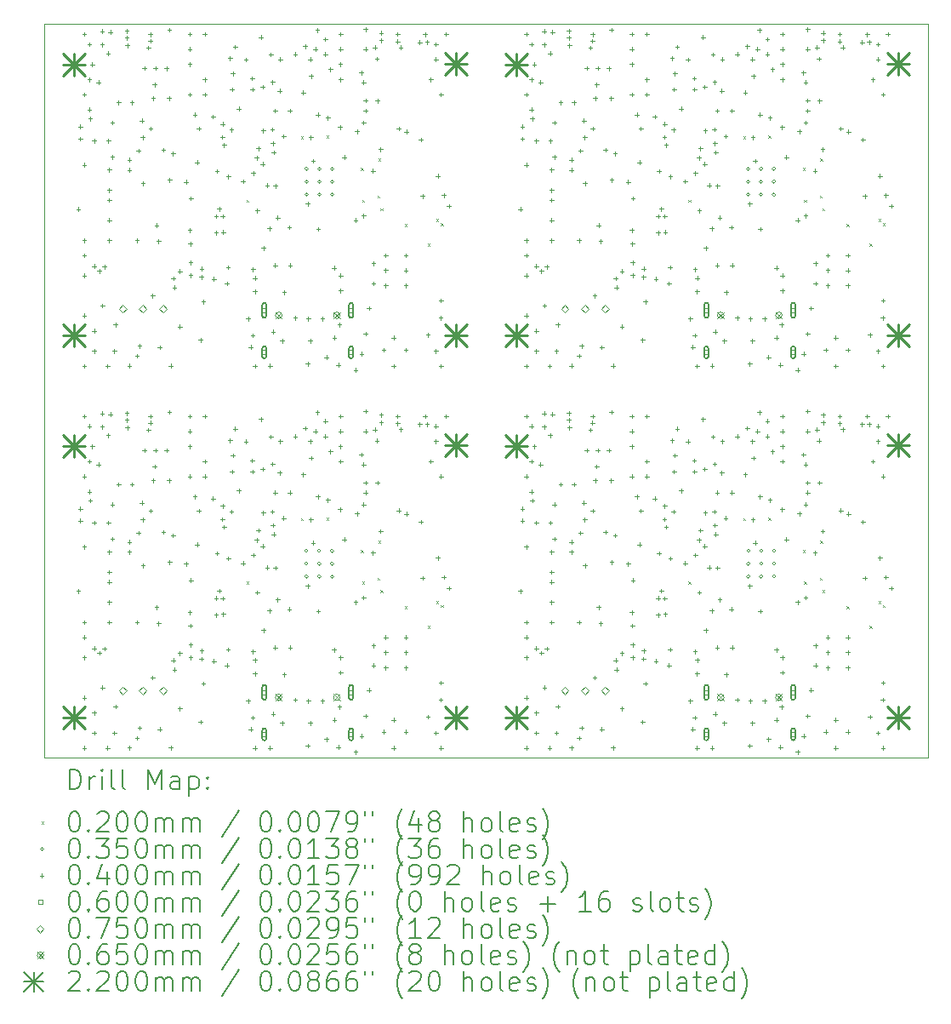
<source format=gbr>
%FSLAX45Y45*%
G04 Gerber Fmt 4.5, Leading zero omitted, Abs format (unit mm)*
G04 Created by KiCad (PCBNEW (6.0.4)) date 2022-09-20 18:54:59*
%MOMM*%
%LPD*%
G01*
G04 APERTURE LIST*
%TA.AperFunction,Profile*%
%ADD10C,0.050000*%
%TD*%
%ADD11C,0.200000*%
%ADD12C,0.020000*%
%ADD13C,0.035000*%
%ADD14C,0.040000*%
%ADD15C,0.060000*%
%ADD16C,0.075000*%
%ADD17C,0.065000*%
%ADD18C,0.220000*%
G04 APERTURE END LIST*
D10*
X21000000Y-14800000D02*
X12200000Y-14800000D01*
X12200000Y-14800000D02*
X12200000Y-7500000D01*
X12200000Y-7500000D02*
X21000000Y-7500000D01*
X21000000Y-7500000D02*
X21000000Y-14800000D01*
D11*
D12*
X14214360Y-9246500D02*
X14234360Y-9266500D01*
X14234360Y-9246500D02*
X14214360Y-9266500D01*
X14214360Y-13046500D02*
X14234360Y-13066500D01*
X14234360Y-13046500D02*
X14214360Y-13066500D01*
X14758710Y-8616580D02*
X14778710Y-8636580D01*
X14778710Y-8616580D02*
X14758710Y-8636580D01*
X14758710Y-12416580D02*
X14778710Y-12436580D01*
X14778710Y-12416580D02*
X14758710Y-12436580D01*
X15010000Y-8610000D02*
X15030000Y-8630000D01*
X15030000Y-8610000D02*
X15010000Y-8630000D01*
X15010000Y-12410000D02*
X15030000Y-12430000D01*
X15030000Y-12410000D02*
X15010000Y-12430000D01*
X15353582Y-8931598D02*
X15373582Y-8951598D01*
X15373582Y-8931598D02*
X15353582Y-8951598D01*
X15353582Y-12731598D02*
X15373582Y-12751598D01*
X15373582Y-12731598D02*
X15353582Y-12751598D01*
X15364980Y-9246500D02*
X15384980Y-9266500D01*
X15384980Y-9246500D02*
X15364980Y-9266500D01*
X15364980Y-13046500D02*
X15384980Y-13066500D01*
X15384980Y-13046500D02*
X15364980Y-13066500D01*
X15521057Y-9206325D02*
X15541057Y-9226325D01*
X15541057Y-9206325D02*
X15521057Y-9226325D01*
X15521057Y-13006325D02*
X15541057Y-13026325D01*
X15541057Y-13006325D02*
X15521057Y-13026325D01*
X15527500Y-8838899D02*
X15547500Y-8858899D01*
X15547500Y-8838899D02*
X15527500Y-8858899D01*
X15527500Y-12638899D02*
X15547500Y-12658899D01*
X15547500Y-12638899D02*
X15527500Y-12658899D01*
X15550000Y-9331410D02*
X15570000Y-9351410D01*
X15570000Y-9331410D02*
X15550000Y-9351410D01*
X15550000Y-13131410D02*
X15570000Y-13151410D01*
X15570000Y-13131410D02*
X15550000Y-13151410D01*
X15789160Y-9490340D02*
X15809160Y-9510340D01*
X15809160Y-9490340D02*
X15789160Y-9510340D01*
X15789160Y-13290340D02*
X15809160Y-13310340D01*
X15809160Y-13290340D02*
X15789160Y-13310340D01*
X16017760Y-9685920D02*
X16037760Y-9705920D01*
X16037760Y-9685920D02*
X16017760Y-9705920D01*
X16017760Y-13485920D02*
X16037760Y-13505920D01*
X16037760Y-13485920D02*
X16017760Y-13505920D01*
X16105000Y-9440000D02*
X16125000Y-9460000D01*
X16125000Y-9440000D02*
X16105000Y-9460000D01*
X16105000Y-13240000D02*
X16125000Y-13260000D01*
X16125000Y-13240000D02*
X16105000Y-13260000D01*
X16150000Y-9480000D02*
X16170000Y-9500000D01*
X16170000Y-9480000D02*
X16150000Y-9500000D01*
X16150000Y-13280000D02*
X16170000Y-13300000D01*
X16170000Y-13280000D02*
X16150000Y-13300000D01*
X18614360Y-9246500D02*
X18634360Y-9266500D01*
X18634360Y-9246500D02*
X18614360Y-9266500D01*
X18614360Y-13046500D02*
X18634360Y-13066500D01*
X18634360Y-13046500D02*
X18614360Y-13066500D01*
X19158710Y-8616580D02*
X19178710Y-8636580D01*
X19178710Y-8616580D02*
X19158710Y-8636580D01*
X19158710Y-12416580D02*
X19178710Y-12436580D01*
X19178710Y-12416580D02*
X19158710Y-12436580D01*
X19410000Y-8610000D02*
X19430000Y-8630000D01*
X19430000Y-8610000D02*
X19410000Y-8630000D01*
X19410000Y-12410000D02*
X19430000Y-12430000D01*
X19430000Y-12410000D02*
X19410000Y-12430000D01*
X19753582Y-8931598D02*
X19773582Y-8951598D01*
X19773582Y-8931598D02*
X19753582Y-8951598D01*
X19753582Y-12731598D02*
X19773582Y-12751598D01*
X19773582Y-12731598D02*
X19753582Y-12751598D01*
X19764980Y-9246500D02*
X19784980Y-9266500D01*
X19784980Y-9246500D02*
X19764980Y-9266500D01*
X19764980Y-13046500D02*
X19784980Y-13066500D01*
X19784980Y-13046500D02*
X19764980Y-13066500D01*
X19921057Y-9206325D02*
X19941057Y-9226325D01*
X19941057Y-9206325D02*
X19921057Y-9226325D01*
X19921057Y-13006325D02*
X19941057Y-13026325D01*
X19941057Y-13006325D02*
X19921057Y-13026325D01*
X19927500Y-8838899D02*
X19947500Y-8858899D01*
X19947500Y-8838899D02*
X19927500Y-8858899D01*
X19927500Y-12638899D02*
X19947500Y-12658899D01*
X19947500Y-12638899D02*
X19927500Y-12658899D01*
X19950000Y-9331410D02*
X19970000Y-9351410D01*
X19970000Y-9331410D02*
X19950000Y-9351410D01*
X19950000Y-13131410D02*
X19970000Y-13151410D01*
X19970000Y-13131410D02*
X19950000Y-13151410D01*
X20189160Y-9490340D02*
X20209160Y-9510340D01*
X20209160Y-9490340D02*
X20189160Y-9510340D01*
X20189160Y-13290340D02*
X20209160Y-13310340D01*
X20209160Y-13290340D02*
X20189160Y-13310340D01*
X20417760Y-9685920D02*
X20437760Y-9705920D01*
X20437760Y-9685920D02*
X20417760Y-9705920D01*
X20417760Y-13485920D02*
X20437760Y-13505920D01*
X20437760Y-13485920D02*
X20417760Y-13505920D01*
X20505000Y-9440000D02*
X20525000Y-9460000D01*
X20525000Y-9440000D02*
X20505000Y-9460000D01*
X20505000Y-13240000D02*
X20525000Y-13260000D01*
X20525000Y-13240000D02*
X20505000Y-13260000D01*
X20550000Y-9480000D02*
X20570000Y-9500000D01*
X20570000Y-9480000D02*
X20550000Y-9500000D01*
X20550000Y-13280000D02*
X20570000Y-13300000D01*
X20570000Y-13280000D02*
X20550000Y-13300000D01*
D13*
X14828760Y-8940190D02*
G75*
G03*
X14828760Y-8940190I-17500J0D01*
G01*
X14828760Y-9067690D02*
G75*
G03*
X14828760Y-9067690I-17500J0D01*
G01*
X14828760Y-9195190D02*
G75*
G03*
X14828760Y-9195190I-17500J0D01*
G01*
X14828760Y-12740190D02*
G75*
G03*
X14828760Y-12740190I-17500J0D01*
G01*
X14828760Y-12867690D02*
G75*
G03*
X14828760Y-12867690I-17500J0D01*
G01*
X14828760Y-12995190D02*
G75*
G03*
X14828760Y-12995190I-17500J0D01*
G01*
X14956260Y-8940190D02*
G75*
G03*
X14956260Y-8940190I-17500J0D01*
G01*
X14956260Y-9067690D02*
G75*
G03*
X14956260Y-9067690I-17500J0D01*
G01*
X14956260Y-9195190D02*
G75*
G03*
X14956260Y-9195190I-17500J0D01*
G01*
X14956260Y-12740190D02*
G75*
G03*
X14956260Y-12740190I-17500J0D01*
G01*
X14956260Y-12867690D02*
G75*
G03*
X14956260Y-12867690I-17500J0D01*
G01*
X14956260Y-12995190D02*
G75*
G03*
X14956260Y-12995190I-17500J0D01*
G01*
X15083760Y-8940190D02*
G75*
G03*
X15083760Y-8940190I-17500J0D01*
G01*
X15083760Y-9067690D02*
G75*
G03*
X15083760Y-9067690I-17500J0D01*
G01*
X15083760Y-9195190D02*
G75*
G03*
X15083760Y-9195190I-17500J0D01*
G01*
X15083760Y-12740190D02*
G75*
G03*
X15083760Y-12740190I-17500J0D01*
G01*
X15083760Y-12867690D02*
G75*
G03*
X15083760Y-12867690I-17500J0D01*
G01*
X15083760Y-12995190D02*
G75*
G03*
X15083760Y-12995190I-17500J0D01*
G01*
X19228760Y-8940190D02*
G75*
G03*
X19228760Y-8940190I-17500J0D01*
G01*
X19228760Y-9067690D02*
G75*
G03*
X19228760Y-9067690I-17500J0D01*
G01*
X19228760Y-9195190D02*
G75*
G03*
X19228760Y-9195190I-17500J0D01*
G01*
X19228760Y-12740190D02*
G75*
G03*
X19228760Y-12740190I-17500J0D01*
G01*
X19228760Y-12867690D02*
G75*
G03*
X19228760Y-12867690I-17500J0D01*
G01*
X19228760Y-12995190D02*
G75*
G03*
X19228760Y-12995190I-17500J0D01*
G01*
X19356260Y-8940190D02*
G75*
G03*
X19356260Y-8940190I-17500J0D01*
G01*
X19356260Y-9067690D02*
G75*
G03*
X19356260Y-9067690I-17500J0D01*
G01*
X19356260Y-9195190D02*
G75*
G03*
X19356260Y-9195190I-17500J0D01*
G01*
X19356260Y-12740190D02*
G75*
G03*
X19356260Y-12740190I-17500J0D01*
G01*
X19356260Y-12867690D02*
G75*
G03*
X19356260Y-12867690I-17500J0D01*
G01*
X19356260Y-12995190D02*
G75*
G03*
X19356260Y-12995190I-17500J0D01*
G01*
X19483760Y-8940190D02*
G75*
G03*
X19483760Y-8940190I-17500J0D01*
G01*
X19483760Y-9067690D02*
G75*
G03*
X19483760Y-9067690I-17500J0D01*
G01*
X19483760Y-9195190D02*
G75*
G03*
X19483760Y-9195190I-17500J0D01*
G01*
X19483760Y-12740190D02*
G75*
G03*
X19483760Y-12740190I-17500J0D01*
G01*
X19483760Y-12867690D02*
G75*
G03*
X19483760Y-12867690I-17500J0D01*
G01*
X19483760Y-12995190D02*
G75*
G03*
X19483760Y-12995190I-17500J0D01*
G01*
D14*
X12540000Y-9320000D02*
X12540000Y-9360000D01*
X12520000Y-9340000D02*
X12560000Y-9340000D01*
X12540000Y-13120000D02*
X12540000Y-13160000D01*
X12520000Y-13140000D02*
X12560000Y-13140000D01*
X12560000Y-8500000D02*
X12560000Y-8540000D01*
X12540000Y-8520000D02*
X12580000Y-8520000D01*
X12560000Y-8620000D02*
X12560000Y-8660000D01*
X12540000Y-8640000D02*
X12580000Y-8640000D01*
X12560000Y-12300000D02*
X12560000Y-12340000D01*
X12540000Y-12320000D02*
X12580000Y-12320000D01*
X12560000Y-12420000D02*
X12560000Y-12460000D01*
X12540000Y-12440000D02*
X12580000Y-12440000D01*
X12600000Y-7580000D02*
X12600000Y-7620000D01*
X12580000Y-7600000D02*
X12620000Y-7600000D01*
X12600000Y-8180000D02*
X12600000Y-8220000D01*
X12580000Y-8200000D02*
X12620000Y-8200000D01*
X12600000Y-8880000D02*
X12600000Y-8920000D01*
X12580000Y-8900000D02*
X12620000Y-8900000D01*
X12600000Y-9630000D02*
X12600000Y-9670000D01*
X12580000Y-9650000D02*
X12620000Y-9650000D01*
X12600000Y-9780000D02*
X12600000Y-9820000D01*
X12580000Y-9800000D02*
X12620000Y-9800000D01*
X12600000Y-9980000D02*
X12600000Y-10020000D01*
X12580000Y-10000000D02*
X12620000Y-10000000D01*
X12600000Y-10380000D02*
X12600000Y-10420000D01*
X12580000Y-10400000D02*
X12620000Y-10400000D01*
X12600000Y-10880000D02*
X12600000Y-10920000D01*
X12580000Y-10900000D02*
X12620000Y-10900000D01*
X12600000Y-11380000D02*
X12600000Y-11420000D01*
X12580000Y-11400000D02*
X12620000Y-11400000D01*
X12600000Y-11980000D02*
X12600000Y-12020000D01*
X12580000Y-12000000D02*
X12620000Y-12000000D01*
X12600000Y-12680000D02*
X12600000Y-12720000D01*
X12580000Y-12700000D02*
X12620000Y-12700000D01*
X12600000Y-13430000D02*
X12600000Y-13470000D01*
X12580000Y-13450000D02*
X12620000Y-13450000D01*
X12600000Y-13580000D02*
X12600000Y-13620000D01*
X12580000Y-13600000D02*
X12620000Y-13600000D01*
X12600000Y-13780000D02*
X12600000Y-13820000D01*
X12580000Y-13800000D02*
X12620000Y-13800000D01*
X12600000Y-14180000D02*
X12600000Y-14220000D01*
X12580000Y-14200000D02*
X12620000Y-14200000D01*
X12600000Y-14680000D02*
X12600000Y-14720000D01*
X12580000Y-14700000D02*
X12620000Y-14700000D01*
X12650000Y-7680000D02*
X12650000Y-7720000D01*
X12630000Y-7700000D02*
X12670000Y-7700000D01*
X12650000Y-8030000D02*
X12650000Y-8070000D01*
X12630000Y-8050000D02*
X12670000Y-8050000D01*
X12650000Y-8330000D02*
X12650000Y-8370000D01*
X12630000Y-8350000D02*
X12670000Y-8350000D01*
X12650000Y-11480000D02*
X12650000Y-11520000D01*
X12630000Y-11500000D02*
X12670000Y-11500000D01*
X12650000Y-11830000D02*
X12650000Y-11870000D01*
X12630000Y-11850000D02*
X12670000Y-11850000D01*
X12650000Y-12130000D02*
X12650000Y-12170000D01*
X12630000Y-12150000D02*
X12670000Y-12150000D01*
X12660000Y-8420000D02*
X12660000Y-8460000D01*
X12640000Y-8440000D02*
X12680000Y-8440000D01*
X12660000Y-12220000D02*
X12660000Y-12260000D01*
X12640000Y-12240000D02*
X12680000Y-12240000D01*
X12680000Y-7880000D02*
X12680000Y-7920000D01*
X12660000Y-7900000D02*
X12700000Y-7900000D01*
X12680000Y-11680000D02*
X12680000Y-11720000D01*
X12660000Y-11700000D02*
X12700000Y-11700000D01*
X12697820Y-9889280D02*
X12697820Y-9929280D01*
X12677820Y-9909280D02*
X12717820Y-9909280D01*
X12697820Y-13689280D02*
X12697820Y-13729280D01*
X12677820Y-13709280D02*
X12717820Y-13709280D01*
X12700000Y-8640000D02*
X12700000Y-8680000D01*
X12680000Y-8660000D02*
X12720000Y-8660000D01*
X12700000Y-10530000D02*
X12700000Y-10570000D01*
X12680000Y-10550000D02*
X12720000Y-10550000D01*
X12700000Y-10730000D02*
X12700000Y-10770000D01*
X12680000Y-10750000D02*
X12720000Y-10750000D01*
X12700000Y-12440000D02*
X12700000Y-12480000D01*
X12680000Y-12460000D02*
X12720000Y-12460000D01*
X12700000Y-14330000D02*
X12700000Y-14370000D01*
X12680000Y-14350000D02*
X12720000Y-14350000D01*
X12700000Y-14530000D02*
X12700000Y-14570000D01*
X12680000Y-14550000D02*
X12720000Y-14550000D01*
X12741000Y-8060480D02*
X12741000Y-8100480D01*
X12721000Y-8080480D02*
X12761000Y-8080480D01*
X12741000Y-11860480D02*
X12741000Y-11900480D01*
X12721000Y-11880480D02*
X12761000Y-11880480D01*
X12748620Y-9935000D02*
X12748620Y-9975000D01*
X12728620Y-9955000D02*
X12768620Y-9955000D01*
X12748620Y-13735000D02*
X12748620Y-13775000D01*
X12728620Y-13755000D02*
X12768620Y-13755000D01*
X12779100Y-7552480D02*
X12779100Y-7592480D01*
X12759100Y-7572480D02*
X12799100Y-7572480D01*
X12779100Y-7684560D02*
X12779100Y-7724560D01*
X12759100Y-7704560D02*
X12799100Y-7704560D01*
X12779100Y-11352480D02*
X12779100Y-11392480D01*
X12759100Y-11372480D02*
X12799100Y-11372480D01*
X12779100Y-11484560D02*
X12779100Y-11524560D01*
X12759100Y-11504560D02*
X12799100Y-11504560D01*
X12780000Y-10280000D02*
X12780000Y-10320000D01*
X12760000Y-10300000D02*
X12800000Y-10300000D01*
X12780000Y-14080000D02*
X12780000Y-14120000D01*
X12760000Y-14100000D02*
X12800000Y-14100000D01*
X12801960Y-9891820D02*
X12801960Y-9931820D01*
X12781960Y-9911820D02*
X12821960Y-9911820D01*
X12801960Y-13691820D02*
X12801960Y-13731820D01*
X12781960Y-13711820D02*
X12821960Y-13711820D01*
X12832149Y-10880000D02*
X12832149Y-10920000D01*
X12812149Y-10900000D02*
X12852149Y-10900000D01*
X12832149Y-14680000D02*
X12832149Y-14720000D01*
X12812149Y-14700000D02*
X12852149Y-14700000D01*
X12838025Y-7771010D02*
X12838025Y-7811010D01*
X12818025Y-7791010D02*
X12858025Y-7791010D01*
X12838025Y-11571010D02*
X12838025Y-11611010D01*
X12818025Y-11591010D02*
X12858025Y-11591010D01*
X12840000Y-8640000D02*
X12840000Y-8680000D01*
X12820000Y-8660000D02*
X12860000Y-8660000D01*
X12840000Y-12440000D02*
X12840000Y-12480000D01*
X12820000Y-12460000D02*
X12860000Y-12460000D01*
X12849648Y-8929071D02*
X12849648Y-8969071D01*
X12829648Y-8949071D02*
X12869648Y-8949071D01*
X12849648Y-12729071D02*
X12849648Y-12769071D01*
X12829648Y-12749071D02*
X12869648Y-12749071D01*
X12850000Y-9130000D02*
X12850000Y-9170000D01*
X12830000Y-9150000D02*
X12870000Y-9150000D01*
X12850000Y-9230000D02*
X12850000Y-9270000D01*
X12830000Y-9250000D02*
X12870000Y-9250000D01*
X12850000Y-9430000D02*
X12850000Y-9470000D01*
X12830000Y-9450000D02*
X12870000Y-9450000D01*
X12850000Y-9630000D02*
X12850000Y-9670000D01*
X12830000Y-9650000D02*
X12870000Y-9650000D01*
X12850000Y-12930000D02*
X12850000Y-12970000D01*
X12830000Y-12950000D02*
X12870000Y-12950000D01*
X12850000Y-13030000D02*
X12850000Y-13070000D01*
X12830000Y-13050000D02*
X12870000Y-13050000D01*
X12850000Y-13230000D02*
X12850000Y-13270000D01*
X12830000Y-13250000D02*
X12870000Y-13250000D01*
X12850000Y-13430000D02*
X12850000Y-13470000D01*
X12830000Y-13450000D02*
X12870000Y-13450000D01*
X12859210Y-7560100D02*
X12859210Y-7600100D01*
X12839210Y-7580100D02*
X12879210Y-7580100D01*
X12859210Y-11360100D02*
X12859210Y-11400100D01*
X12839210Y-11380100D02*
X12879210Y-11380100D01*
X12880000Y-8460000D02*
X12880000Y-8500000D01*
X12860000Y-8480000D02*
X12900000Y-8480000D01*
X12880000Y-8800000D02*
X12880000Y-8840000D01*
X12860000Y-8820000D02*
X12900000Y-8820000D01*
X12880000Y-12260000D02*
X12880000Y-12300000D01*
X12860000Y-12280000D02*
X12900000Y-12280000D01*
X12880000Y-12600000D02*
X12880000Y-12640000D01*
X12860000Y-12620000D02*
X12900000Y-12620000D01*
X12900000Y-10730000D02*
X12900000Y-10770000D01*
X12880000Y-10750000D02*
X12920000Y-10750000D01*
X12900000Y-14530000D02*
X12900000Y-14570000D01*
X12880000Y-14550000D02*
X12920000Y-14550000D01*
X12912325Y-10467445D02*
X12912325Y-10507445D01*
X12892325Y-10487445D02*
X12932325Y-10487445D01*
X12912325Y-14267445D02*
X12912325Y-14307445D01*
X12892325Y-14287445D02*
X12932325Y-14287445D01*
X12941660Y-8258600D02*
X12941660Y-8298600D01*
X12921660Y-8278600D02*
X12961660Y-8278600D01*
X12941660Y-12058600D02*
X12941660Y-12098600D01*
X12921660Y-12078600D02*
X12961660Y-12078600D01*
X13023159Y-7548388D02*
X13023159Y-7588388D01*
X13003159Y-7568388D02*
X13043159Y-7568388D01*
X13023159Y-11348388D02*
X13023159Y-11388388D01*
X13003159Y-11368388D02*
X13043159Y-11368388D01*
X13024110Y-7615980D02*
X13024110Y-7655980D01*
X13004110Y-7635980D02*
X13044110Y-7635980D01*
X13024110Y-11415980D02*
X13024110Y-11455980D01*
X13004110Y-11435980D02*
X13044110Y-11435980D01*
X13028020Y-7692180D02*
X13028020Y-7732180D01*
X13008020Y-7712180D02*
X13048020Y-7712180D01*
X13028020Y-11492180D02*
X13028020Y-11532180D01*
X13008020Y-11512180D02*
X13048020Y-11512180D01*
X13050000Y-8830000D02*
X13050000Y-8870000D01*
X13030000Y-8850000D02*
X13070000Y-8850000D01*
X13050000Y-8930000D02*
X13050000Y-8970000D01*
X13030000Y-8950000D02*
X13070000Y-8950000D01*
X13050000Y-10877808D02*
X13050000Y-10917808D01*
X13030000Y-10897808D02*
X13070000Y-10897808D01*
X13050000Y-12630000D02*
X13050000Y-12670000D01*
X13030000Y-12650000D02*
X13070000Y-12650000D01*
X13050000Y-12730000D02*
X13050000Y-12770000D01*
X13030000Y-12750000D02*
X13070000Y-12750000D01*
X13050000Y-14677808D02*
X13050000Y-14717808D01*
X13030000Y-14697808D02*
X13070000Y-14697808D01*
X13073740Y-8258600D02*
X13073740Y-8298600D01*
X13053740Y-8278600D02*
X13093740Y-8278600D01*
X13073740Y-12058600D02*
X13073740Y-12098600D01*
X13053740Y-12078600D02*
X13093740Y-12078600D01*
X13125000Y-9630000D02*
X13125000Y-9670000D01*
X13105000Y-9650000D02*
X13145000Y-9650000D01*
X13125000Y-10780000D02*
X13125000Y-10820000D01*
X13105000Y-10800000D02*
X13145000Y-10800000D01*
X13125000Y-13430000D02*
X13125000Y-13470000D01*
X13105000Y-13450000D02*
X13145000Y-13450000D01*
X13125000Y-14580000D02*
X13125000Y-14620000D01*
X13105000Y-14600000D02*
X13145000Y-14600000D01*
X13139780Y-8740000D02*
X13139780Y-8780000D01*
X13119780Y-8760000D02*
X13159780Y-8760000D01*
X13139780Y-12540000D02*
X13139780Y-12580000D01*
X13119780Y-12560000D02*
X13159780Y-12560000D01*
X13150000Y-10680000D02*
X13150000Y-10720000D01*
X13130000Y-10700000D02*
X13170000Y-10700000D01*
X13150000Y-14480000D02*
X13150000Y-14520000D01*
X13130000Y-14500000D02*
X13170000Y-14500000D01*
X13172167Y-8441554D02*
X13172167Y-8481554D01*
X13152167Y-8461554D02*
X13192167Y-8461554D01*
X13172167Y-12241554D02*
X13172167Y-12281554D01*
X13152167Y-12261554D02*
X13192167Y-12261554D01*
X13180420Y-8606580D02*
X13180420Y-8646580D01*
X13160420Y-8626580D02*
X13200420Y-8626580D01*
X13180420Y-12406580D02*
X13180420Y-12446580D01*
X13160420Y-12426580D02*
X13200420Y-12426580D01*
X13183996Y-9063997D02*
X13183996Y-9103997D01*
X13163996Y-9083997D02*
X13203996Y-9083997D01*
X13183996Y-12863996D02*
X13183996Y-12903996D01*
X13163996Y-12883996D02*
X13203996Y-12883996D01*
X13200000Y-7918240D02*
X13200000Y-7958240D01*
X13180000Y-7938240D02*
X13220000Y-7938240D01*
X13200000Y-11718240D02*
X13200000Y-11758240D01*
X13180000Y-11738240D02*
X13220000Y-11738240D01*
X13238840Y-7715040D02*
X13238840Y-7755040D01*
X13218840Y-7735040D02*
X13258840Y-7735040D01*
X13238840Y-11515040D02*
X13238840Y-11555040D01*
X13218840Y-11535040D02*
X13258840Y-11535040D01*
X13256620Y-7646460D02*
X13256620Y-7686460D01*
X13236620Y-7666460D02*
X13276620Y-7666460D01*
X13256620Y-11446460D02*
X13256620Y-11486460D01*
X13236620Y-11466460D02*
X13276620Y-11466460D01*
X13259160Y-7580420D02*
X13259160Y-7620420D01*
X13239160Y-7600420D02*
X13279160Y-7600420D01*
X13259160Y-11380420D02*
X13259160Y-11420420D01*
X13239160Y-11400420D02*
X13279160Y-11400420D01*
X13260000Y-8520000D02*
X13260000Y-8560000D01*
X13240000Y-8540000D02*
X13280000Y-8540000D01*
X13260000Y-12320000D02*
X13260000Y-12360000D01*
X13240000Y-12340000D02*
X13280000Y-12340000D01*
X13280000Y-10180000D02*
X13280000Y-10220000D01*
X13260000Y-10200000D02*
X13300000Y-10200000D01*
X13280000Y-13980000D02*
X13280000Y-14020000D01*
X13260000Y-14000000D02*
X13300000Y-14000000D01*
X13285000Y-8217500D02*
X13285000Y-8257500D01*
X13265000Y-8237500D02*
X13305000Y-8237500D01*
X13285000Y-12017500D02*
X13285000Y-12057500D01*
X13265000Y-12037500D02*
X13305000Y-12037500D01*
X13300000Y-8080000D02*
X13300000Y-8120000D01*
X13280000Y-8100000D02*
X13320000Y-8100000D01*
X13300000Y-11880000D02*
X13300000Y-11920000D01*
X13280000Y-11900000D02*
X13320000Y-11900000D01*
X13309960Y-7918240D02*
X13309960Y-7958240D01*
X13289960Y-7938240D02*
X13329960Y-7938240D01*
X13309960Y-11718240D02*
X13309960Y-11758240D01*
X13289960Y-11738240D02*
X13329960Y-11738240D01*
X13320000Y-9480000D02*
X13320000Y-9520000D01*
X13300000Y-9500000D02*
X13340000Y-9500000D01*
X13320000Y-13280000D02*
X13320000Y-13320000D01*
X13300000Y-13300000D02*
X13340000Y-13300000D01*
X13340000Y-9640000D02*
X13340000Y-9680000D01*
X13320000Y-9660000D02*
X13360000Y-9660000D01*
X13340000Y-13440000D02*
X13340000Y-13480000D01*
X13320000Y-13460000D02*
X13360000Y-13460000D01*
X13350000Y-10695000D02*
X13350000Y-10735000D01*
X13330000Y-10715000D02*
X13370000Y-10715000D01*
X13350000Y-14495000D02*
X13350000Y-14535000D01*
X13330000Y-14515000D02*
X13370000Y-14515000D01*
X13388700Y-8731040D02*
X13388700Y-8771040D01*
X13368700Y-8751040D02*
X13408700Y-8751040D01*
X13388700Y-12531040D02*
X13388700Y-12571040D01*
X13368700Y-12551040D02*
X13408700Y-12551040D01*
X13420000Y-7920000D02*
X13420000Y-7960000D01*
X13400000Y-7940000D02*
X13440000Y-7940000D01*
X13420000Y-11720000D02*
X13420000Y-11760000D01*
X13400000Y-11740000D02*
X13440000Y-11740000D01*
X13444580Y-8217960D02*
X13444580Y-8257960D01*
X13424580Y-8237960D02*
X13464580Y-8237960D01*
X13444580Y-12017960D02*
X13444580Y-12057960D01*
X13424580Y-12037960D02*
X13464580Y-12037960D01*
X13447500Y-7537500D02*
X13447500Y-7577500D01*
X13427500Y-7557500D02*
X13467500Y-7557500D01*
X13447500Y-11337500D02*
X13447500Y-11377500D01*
X13427500Y-11357500D02*
X13467500Y-11357500D01*
X13450000Y-9030000D02*
X13450000Y-9070000D01*
X13430000Y-9050000D02*
X13470000Y-9050000D01*
X13450000Y-12830000D02*
X13450000Y-12870000D01*
X13430000Y-12850000D02*
X13470000Y-12850000D01*
X13462500Y-10877500D02*
X13462500Y-10917500D01*
X13442500Y-10897500D02*
X13482500Y-10897500D01*
X13462500Y-14677500D02*
X13462500Y-14717500D01*
X13442500Y-14697500D02*
X13482500Y-14697500D01*
X13482680Y-8766600D02*
X13482680Y-8806600D01*
X13462680Y-8786600D02*
X13502680Y-8786600D01*
X13482680Y-12566600D02*
X13482680Y-12606600D01*
X13462680Y-12586600D02*
X13502680Y-12586600D01*
X13487760Y-10008660D02*
X13487760Y-10048660D01*
X13467760Y-10028660D02*
X13507760Y-10028660D01*
X13487760Y-13808660D02*
X13487760Y-13848660D01*
X13467760Y-13828660D02*
X13507760Y-13828660D01*
X13497920Y-10100100D02*
X13497920Y-10140100D01*
X13477920Y-10120100D02*
X13517920Y-10120100D01*
X13497920Y-13900100D02*
X13497920Y-13940100D01*
X13477920Y-13920100D02*
X13517920Y-13920100D01*
X13550424Y-9937726D02*
X13550424Y-9977726D01*
X13530424Y-9957726D02*
X13570424Y-9957726D01*
X13550424Y-13737726D02*
X13550424Y-13777726D01*
X13530424Y-13757726D02*
X13570424Y-13757726D01*
X13551354Y-10488646D02*
X13551354Y-10528646D01*
X13531354Y-10508646D02*
X13571354Y-10508646D01*
X13551354Y-14288646D02*
X13551354Y-14328646D01*
X13531354Y-14308646D02*
X13571354Y-14308646D01*
X13612220Y-9048540D02*
X13612220Y-9088540D01*
X13592220Y-9068540D02*
X13632220Y-9068540D01*
X13612220Y-12848540D02*
X13612220Y-12888540D01*
X13592220Y-12868540D02*
X13632220Y-12868540D01*
X13649025Y-7879504D02*
X13649025Y-7919504D01*
X13629025Y-7899504D02*
X13669025Y-7899504D01*
X13649025Y-11679504D02*
X13649025Y-11719504D01*
X13629025Y-11699504D02*
X13669025Y-11699504D01*
X13650000Y-7580000D02*
X13650000Y-7620000D01*
X13630000Y-7600000D02*
X13670000Y-7600000D01*
X13650000Y-7730000D02*
X13650000Y-7770000D01*
X13630000Y-7750000D02*
X13670000Y-7750000D01*
X13650000Y-8180000D02*
X13650000Y-8220000D01*
X13630000Y-8200000D02*
X13670000Y-8200000D01*
X13650000Y-9530000D02*
X13650000Y-9570000D01*
X13630000Y-9550000D02*
X13670000Y-9550000D01*
X13650000Y-11380000D02*
X13650000Y-11420000D01*
X13630000Y-11400000D02*
X13670000Y-11400000D01*
X13650000Y-11530000D02*
X13650000Y-11570000D01*
X13630000Y-11550000D02*
X13670000Y-11550000D01*
X13650000Y-11980000D02*
X13650000Y-12020000D01*
X13630000Y-12000000D02*
X13670000Y-12000000D01*
X13650000Y-13330000D02*
X13650000Y-13370000D01*
X13630000Y-13350000D02*
X13670000Y-13350000D01*
X13655400Y-9663220D02*
X13655400Y-9703220D01*
X13635400Y-9683220D02*
X13675400Y-9683220D01*
X13655400Y-13463220D02*
X13655400Y-13503220D01*
X13635400Y-13483220D02*
X13675400Y-13483220D01*
X13657940Y-9852232D02*
X13657940Y-9892232D01*
X13637940Y-9872232D02*
X13677940Y-9872232D01*
X13657940Y-9978180D02*
X13657940Y-10018180D01*
X13637940Y-9998180D02*
X13677940Y-9998180D01*
X13657940Y-13652232D02*
X13657940Y-13692232D01*
X13637940Y-13672232D02*
X13677940Y-13672232D01*
X13657940Y-13778180D02*
X13657940Y-13818180D01*
X13637940Y-13798180D02*
X13677940Y-13798180D01*
X13660480Y-9212630D02*
X13660480Y-9252630D01*
X13640480Y-9232630D02*
X13680480Y-9232630D01*
X13660480Y-13012630D02*
X13660480Y-13052630D01*
X13640480Y-13032630D02*
X13680480Y-13032630D01*
X13700000Y-8380000D02*
X13700000Y-8420000D01*
X13680000Y-8400000D02*
X13720000Y-8400000D01*
X13700000Y-12180000D02*
X13700000Y-12220000D01*
X13680000Y-12200000D02*
X13720000Y-12200000D01*
X13725000Y-8855000D02*
X13725000Y-8895000D01*
X13705000Y-8875000D02*
X13745000Y-8875000D01*
X13725000Y-12655000D02*
X13725000Y-12695000D01*
X13705000Y-12675000D02*
X13745000Y-12675000D01*
X13740000Y-8520000D02*
X13740000Y-8560000D01*
X13720000Y-8540000D02*
X13760000Y-8540000D01*
X13740000Y-12320000D02*
X13740000Y-12360000D01*
X13720000Y-12340000D02*
X13760000Y-12340000D01*
X13757500Y-10620000D02*
X13757500Y-10660000D01*
X13737500Y-10640000D02*
X13777500Y-10640000D01*
X13757500Y-14420000D02*
X13757500Y-14460000D01*
X13737500Y-14440000D02*
X13777500Y-14440000D01*
X13765390Y-9993420D02*
X13765390Y-10033420D01*
X13745390Y-10013420D02*
X13785390Y-10013420D01*
X13765390Y-13793420D02*
X13765390Y-13833420D01*
X13745390Y-13813420D02*
X13785390Y-13813420D01*
X13767890Y-9912140D02*
X13767890Y-9952140D01*
X13747890Y-9932140D02*
X13787890Y-9932140D01*
X13767890Y-13712140D02*
X13767890Y-13752140D01*
X13747890Y-13732140D02*
X13787890Y-13732140D01*
X13784940Y-10239800D02*
X13784940Y-10279800D01*
X13764940Y-10259800D02*
X13804940Y-10259800D01*
X13784940Y-14039800D02*
X13784940Y-14079800D01*
X13764940Y-14059800D02*
X13804940Y-14059800D01*
X13800000Y-7580000D02*
X13800000Y-7620000D01*
X13780000Y-7600000D02*
X13820000Y-7600000D01*
X13800000Y-8030000D02*
X13800000Y-8070000D01*
X13780000Y-8050000D02*
X13820000Y-8050000D01*
X13800000Y-8180000D02*
X13800000Y-8220000D01*
X13780000Y-8200000D02*
X13820000Y-8200000D01*
X13800000Y-11380000D02*
X13800000Y-11420000D01*
X13780000Y-11400000D02*
X13820000Y-11400000D01*
X13800000Y-11830000D02*
X13800000Y-11870000D01*
X13780000Y-11850000D02*
X13820000Y-11850000D01*
X13800000Y-11980000D02*
X13800000Y-12020000D01*
X13780000Y-12000000D02*
X13820000Y-12000000D01*
X13880000Y-8400000D02*
X13880000Y-8440000D01*
X13860000Y-8420000D02*
X13900000Y-8420000D01*
X13880000Y-12200000D02*
X13880000Y-12240000D01*
X13860000Y-12220000D02*
X13900000Y-12220000D01*
X13889080Y-10016280D02*
X13889080Y-10056280D01*
X13869080Y-10036280D02*
X13909080Y-10036280D01*
X13889080Y-13816280D02*
X13889080Y-13856280D01*
X13869080Y-13836280D02*
X13909080Y-13836280D01*
X13912995Y-9389955D02*
X13912995Y-9429955D01*
X13892995Y-9409955D02*
X13932995Y-9409955D01*
X13912995Y-13189955D02*
X13912995Y-13229955D01*
X13892995Y-13209955D02*
X13932995Y-13209955D01*
X13913399Y-9555742D02*
X13913399Y-9595742D01*
X13893399Y-9575742D02*
X13933399Y-9575742D01*
X13913399Y-13355742D02*
X13913399Y-13395742D01*
X13893399Y-13375742D02*
X13933399Y-13375742D01*
X13922100Y-8942870D02*
X13922100Y-8982870D01*
X13902100Y-8962870D02*
X13942100Y-8962870D01*
X13922100Y-12742870D02*
X13922100Y-12782870D01*
X13902100Y-12762870D02*
X13942100Y-12762870D01*
X13943605Y-9316097D02*
X13943605Y-9356097D01*
X13923605Y-9336097D02*
X13963605Y-9336097D01*
X13943605Y-13116096D02*
X13943605Y-13156096D01*
X13923605Y-13136096D02*
X13963605Y-13136096D01*
X13973422Y-8604040D02*
X13973422Y-8644040D01*
X13953422Y-8624040D02*
X13993422Y-8624040D01*
X13973422Y-12404040D02*
X13973422Y-12444040D01*
X13953422Y-12424040D02*
X13993422Y-12424040D01*
X13976393Y-8473731D02*
X13976393Y-8513731D01*
X13956393Y-8493731D02*
X13996393Y-8493731D01*
X13976393Y-12273731D02*
X13976393Y-12313731D01*
X13956393Y-12293731D02*
X13996393Y-12293731D01*
X13977980Y-9391440D02*
X13977980Y-9431440D01*
X13957980Y-9411440D02*
X13997980Y-9411440D01*
X13977980Y-13191440D02*
X13977980Y-13231440D01*
X13957980Y-13211440D02*
X13997980Y-13211440D01*
X13983060Y-9548920D02*
X13983060Y-9588920D01*
X13963060Y-9568920D02*
X14003060Y-9568920D01*
X13983060Y-13348920D02*
X13983060Y-13388920D01*
X13963060Y-13368920D02*
X14003060Y-13368920D01*
X13992186Y-8681757D02*
X13992186Y-8721757D01*
X13972186Y-8701757D02*
X14012186Y-8701757D01*
X13992186Y-12481757D02*
X13992186Y-12521757D01*
X13972186Y-12501757D02*
X14012186Y-12501757D01*
X14020000Y-10060000D02*
X14020000Y-10100000D01*
X14000000Y-10080000D02*
X14040000Y-10080000D01*
X14020000Y-13860000D02*
X14020000Y-13900000D01*
X14000000Y-13880000D02*
X14040000Y-13880000D01*
X14030000Y-9900000D02*
X14030000Y-9940000D01*
X14010000Y-9920000D02*
X14050000Y-9920000D01*
X14030000Y-13700000D02*
X14030000Y-13740000D01*
X14010000Y-13720000D02*
X14050000Y-13720000D01*
X14033860Y-8995200D02*
X14033860Y-9035200D01*
X14013860Y-9015200D02*
X14053860Y-9015200D01*
X14033860Y-12795200D02*
X14033860Y-12835200D01*
X14013860Y-12815200D02*
X14053860Y-12815200D01*
X14050000Y-7820000D02*
X14050000Y-7860000D01*
X14030000Y-7840000D02*
X14070000Y-7840000D01*
X14050000Y-11620000D02*
X14050000Y-11660000D01*
X14030000Y-11640000D02*
X14070000Y-11640000D01*
X14064647Y-8530073D02*
X14064647Y-8570073D01*
X14044647Y-8550073D02*
X14084647Y-8550073D01*
X14064647Y-12330073D02*
X14064647Y-12370073D01*
X14044647Y-12350073D02*
X14084647Y-12350073D01*
X14070000Y-8130000D02*
X14070000Y-8170000D01*
X14050000Y-8150000D02*
X14090000Y-8150000D01*
X14070000Y-11930000D02*
X14070000Y-11970000D01*
X14050000Y-11950000D02*
X14090000Y-11950000D01*
X14080000Y-7970000D02*
X14080000Y-8010000D01*
X14060000Y-7990000D02*
X14100000Y-7990000D01*
X14080000Y-11770000D02*
X14080000Y-11810000D01*
X14060000Y-11790000D02*
X14100000Y-11790000D01*
X14100613Y-7705050D02*
X14100613Y-7745050D01*
X14080613Y-7725050D02*
X14120613Y-7725050D01*
X14100613Y-11505050D02*
X14100613Y-11545050D01*
X14080613Y-11525050D02*
X14120613Y-11525050D01*
X14140000Y-8320000D02*
X14140000Y-8360000D01*
X14120000Y-8340000D02*
X14160000Y-8340000D01*
X14140000Y-12120000D02*
X14140000Y-12160000D01*
X14120000Y-12140000D02*
X14160000Y-12140000D01*
X14181210Y-9042778D02*
X14181210Y-9082778D01*
X14161210Y-9062778D02*
X14201210Y-9062778D01*
X14181210Y-12842778D02*
X14181210Y-12882778D01*
X14161210Y-12862778D02*
X14201210Y-12862778D01*
X14210000Y-7832450D02*
X14210000Y-7872450D01*
X14190000Y-7852450D02*
X14230000Y-7852450D01*
X14210000Y-11632450D02*
X14210000Y-11672450D01*
X14190000Y-11652450D02*
X14230000Y-11652450D01*
X14232470Y-10409980D02*
X14232470Y-10449980D01*
X14212470Y-10429980D02*
X14252470Y-10429980D01*
X14232470Y-14209980D02*
X14232470Y-14249980D01*
X14212470Y-14229980D02*
X14252470Y-14229980D01*
X14257500Y-10692500D02*
X14257500Y-10732500D01*
X14237500Y-10712500D02*
X14277500Y-10712500D01*
X14257500Y-14492500D02*
X14257500Y-14532500D01*
X14237500Y-14512500D02*
X14277500Y-14512500D01*
X14270000Y-8020000D02*
X14270000Y-8060000D01*
X14250000Y-8040000D02*
X14290000Y-8040000D01*
X14270000Y-11820000D02*
X14270000Y-11860000D01*
X14250000Y-11840000D02*
X14290000Y-11840000D01*
X14275000Y-8130000D02*
X14275000Y-8170000D01*
X14255000Y-8150000D02*
X14295000Y-8150000D01*
X14275000Y-11930000D02*
X14275000Y-11970000D01*
X14255000Y-11950000D02*
X14295000Y-11950000D01*
X14277500Y-10577500D02*
X14277500Y-10617500D01*
X14257500Y-10597500D02*
X14297500Y-10597500D01*
X14277500Y-14377500D02*
X14277500Y-14417500D01*
X14257500Y-14397500D02*
X14297500Y-14397500D01*
X14280000Y-9920000D02*
X14280000Y-9960000D01*
X14260000Y-9940000D02*
X14300000Y-9940000D01*
X14280000Y-13720000D02*
X14280000Y-13760000D01*
X14260000Y-13740000D02*
X14300000Y-13740000D01*
X14281260Y-8960928D02*
X14281260Y-9000928D01*
X14261260Y-8980928D02*
X14301260Y-8980928D01*
X14281260Y-12760928D02*
X14281260Y-12800928D01*
X14261260Y-12780928D02*
X14301260Y-12780928D01*
X14300000Y-10140000D02*
X14300000Y-10180000D01*
X14280000Y-10160000D02*
X14320000Y-10160000D01*
X14300000Y-10880000D02*
X14300000Y-10920000D01*
X14280000Y-10900000D02*
X14320000Y-10900000D01*
X14300000Y-13940000D02*
X14300000Y-13980000D01*
X14280000Y-13960000D02*
X14320000Y-13960000D01*
X14300000Y-14680000D02*
X14300000Y-14720000D01*
X14280000Y-14700000D02*
X14320000Y-14700000D01*
X14300560Y-10006120D02*
X14300560Y-10046120D01*
X14280560Y-10026120D02*
X14320560Y-10026120D01*
X14300560Y-13806120D02*
X14300560Y-13846120D01*
X14280560Y-13826120D02*
X14320560Y-13826120D01*
X14317817Y-8810102D02*
X14317817Y-8850102D01*
X14297817Y-8830102D02*
X14337817Y-8830102D01*
X14317817Y-12610102D02*
X14317817Y-12650102D01*
X14297817Y-12630102D02*
X14337817Y-12630102D01*
X14321447Y-9334368D02*
X14321447Y-9374368D01*
X14301447Y-9354368D02*
X14341447Y-9354368D01*
X14321447Y-13134368D02*
X14321447Y-13174368D01*
X14301447Y-13154368D02*
X14341447Y-13154368D01*
X14333580Y-8715800D02*
X14333580Y-8755800D01*
X14313580Y-8735800D02*
X14353580Y-8735800D01*
X14333580Y-12515800D02*
X14333580Y-12555800D01*
X14313580Y-12535800D02*
X14353580Y-12535800D01*
X14358531Y-7609621D02*
X14358531Y-7649621D01*
X14338531Y-7629621D02*
X14378531Y-7629621D01*
X14358531Y-11409621D02*
X14358531Y-11449621D01*
X14338531Y-11429621D02*
X14378531Y-11429621D01*
X14375000Y-8105000D02*
X14375000Y-8145000D01*
X14355000Y-8125000D02*
X14395000Y-8125000D01*
X14375000Y-11905000D02*
X14375000Y-11945000D01*
X14355000Y-11925000D02*
X14395000Y-11925000D01*
X14376251Y-8872270D02*
X14376251Y-8912270D01*
X14356251Y-8892270D02*
X14396251Y-8892270D01*
X14376251Y-12672270D02*
X14376251Y-12712270D01*
X14356251Y-12692270D02*
X14396251Y-12692270D01*
X14380000Y-8540000D02*
X14380000Y-8580000D01*
X14360000Y-8560000D02*
X14400000Y-8560000D01*
X14380000Y-12340000D02*
X14380000Y-12380000D01*
X14360000Y-12360000D02*
X14400000Y-12360000D01*
X14385280Y-9707086D02*
X14385280Y-9747086D01*
X14365280Y-9727086D02*
X14405280Y-9727086D01*
X14385280Y-13507086D02*
X14385280Y-13547086D01*
X14365280Y-13527086D02*
X14405280Y-13527086D01*
X14419505Y-9084762D02*
X14419505Y-9124762D01*
X14399505Y-9104762D02*
X14439505Y-9104762D01*
X14419505Y-12884762D02*
X14419505Y-12924762D01*
X14399505Y-12904762D02*
X14439505Y-12904762D01*
X14444513Y-9512533D02*
X14444513Y-9552533D01*
X14424513Y-9532533D02*
X14464513Y-9532533D01*
X14444513Y-13312533D02*
X14444513Y-13352533D01*
X14424513Y-13332533D02*
X14464513Y-13332533D01*
X14449206Y-10879450D02*
X14449206Y-10919450D01*
X14429206Y-10899450D02*
X14469206Y-10899450D01*
X14449206Y-14679449D02*
X14449206Y-14719449D01*
X14429206Y-14699449D02*
X14469206Y-14699449D01*
X14457184Y-7782764D02*
X14457184Y-7822764D01*
X14437184Y-7802764D02*
X14477184Y-7802764D01*
X14457184Y-11582764D02*
X14457184Y-11622764D01*
X14437184Y-11602764D02*
X14477184Y-11602764D01*
X14470740Y-8527840D02*
X14470740Y-8567840D01*
X14450740Y-8547840D02*
X14490740Y-8547840D01*
X14470740Y-12327840D02*
X14470740Y-12367840D01*
X14450740Y-12347840D02*
X14490740Y-12347840D01*
X14475000Y-8055000D02*
X14475000Y-8095000D01*
X14455000Y-8075000D02*
X14495000Y-8075000D01*
X14475000Y-11855000D02*
X14475000Y-11895000D01*
X14455000Y-11875000D02*
X14495000Y-11875000D01*
X14477500Y-8664542D02*
X14477500Y-8704542D01*
X14457500Y-8684542D02*
X14497500Y-8684542D01*
X14477500Y-12464542D02*
X14477500Y-12504542D01*
X14457500Y-12484542D02*
X14497500Y-12484542D01*
X14480000Y-10540000D02*
X14480000Y-10580000D01*
X14460000Y-10560000D02*
X14500000Y-10560000D01*
X14480000Y-14340000D02*
X14480000Y-14380000D01*
X14460000Y-14360000D02*
X14500000Y-14360000D01*
X14485463Y-8755415D02*
X14485463Y-8795415D01*
X14465463Y-8775415D02*
X14505463Y-8775415D01*
X14485463Y-12555415D02*
X14485463Y-12595415D01*
X14465463Y-12575415D02*
X14505463Y-12575415D01*
X14500000Y-8340000D02*
X14500000Y-8380000D01*
X14480000Y-8360000D02*
X14520000Y-8360000D01*
X14500000Y-9880000D02*
X14500000Y-9920000D01*
X14480000Y-9900000D02*
X14520000Y-9900000D01*
X14500000Y-12140000D02*
X14500000Y-12180000D01*
X14480000Y-12160000D02*
X14520000Y-12160000D01*
X14500000Y-13680000D02*
X14500000Y-13720000D01*
X14480000Y-13700000D02*
X14520000Y-13700000D01*
X14501310Y-9087740D02*
X14501310Y-9127740D01*
X14481310Y-9107740D02*
X14521310Y-9107740D01*
X14501310Y-12887740D02*
X14501310Y-12927740D01*
X14481310Y-12907740D02*
X14521310Y-12907740D01*
X14525000Y-9405000D02*
X14525000Y-9445000D01*
X14505000Y-9425000D02*
X14545000Y-9425000D01*
X14525000Y-13205000D02*
X14525000Y-13245000D01*
X14505000Y-13225000D02*
X14545000Y-13225000D01*
X14544760Y-8143057D02*
X14544760Y-8183057D01*
X14524760Y-8163057D02*
X14564760Y-8163057D01*
X14544760Y-11943057D02*
X14544760Y-11983057D01*
X14524760Y-11963057D02*
X14564760Y-11963057D01*
X14550000Y-7830000D02*
X14550000Y-7870000D01*
X14530000Y-7850000D02*
X14570000Y-7850000D01*
X14550000Y-11630000D02*
X14550000Y-11670000D01*
X14530000Y-11650000D02*
X14570000Y-11650000D01*
X14570000Y-10630000D02*
X14570000Y-10670000D01*
X14550000Y-10650000D02*
X14590000Y-10650000D01*
X14570000Y-14430000D02*
X14570000Y-14470000D01*
X14550000Y-14450000D02*
X14590000Y-14450000D01*
X14584328Y-8594592D02*
X14584328Y-8634592D01*
X14564328Y-8614592D02*
X14604328Y-8614592D01*
X14584328Y-12394592D02*
X14584328Y-12434592D01*
X14564328Y-12414592D02*
X14604328Y-12414592D01*
X14590120Y-10148360D02*
X14590120Y-10188360D01*
X14570120Y-10168360D02*
X14610120Y-10168360D01*
X14590120Y-13948360D02*
X14590120Y-13988360D01*
X14570120Y-13968360D02*
X14610120Y-13968360D01*
X14640000Y-9500000D02*
X14640000Y-9540000D01*
X14620000Y-9520000D02*
X14660000Y-9520000D01*
X14640000Y-13300000D02*
X14640000Y-13340000D01*
X14620000Y-13320000D02*
X14660000Y-13320000D01*
X14647110Y-8340000D02*
X14647110Y-8380000D01*
X14627110Y-8360000D02*
X14667110Y-8360000D01*
X14647110Y-12140000D02*
X14647110Y-12180000D01*
X14627110Y-12160000D02*
X14667110Y-12160000D01*
X14650000Y-9880000D02*
X14650000Y-9920000D01*
X14630000Y-9900000D02*
X14670000Y-9900000D01*
X14650000Y-13680000D02*
X14650000Y-13720000D01*
X14630000Y-13700000D02*
X14670000Y-13700000D01*
X14700000Y-7780000D02*
X14700000Y-7820000D01*
X14680000Y-7800000D02*
X14720000Y-7800000D01*
X14700000Y-11580000D02*
X14700000Y-11620000D01*
X14680000Y-11600000D02*
X14720000Y-11600000D01*
X14701104Y-10400000D02*
X14701104Y-10440000D01*
X14681104Y-10420000D02*
X14721104Y-10420000D01*
X14701104Y-14200000D02*
X14701104Y-14240000D01*
X14681104Y-14220000D02*
X14721104Y-14220000D01*
X14780000Y-8160000D02*
X14780000Y-8200000D01*
X14760000Y-8180000D02*
X14800000Y-8180000D01*
X14780000Y-11960000D02*
X14780000Y-12000000D01*
X14760000Y-11980000D02*
X14800000Y-11980000D01*
X14800000Y-7700000D02*
X14800000Y-7740000D01*
X14780000Y-7720000D02*
X14820000Y-7720000D01*
X14800000Y-11500000D02*
X14800000Y-11540000D01*
X14780000Y-11520000D02*
X14820000Y-11520000D01*
X14823800Y-9267640D02*
X14823800Y-9307640D01*
X14803800Y-9287640D02*
X14843800Y-9287640D01*
X14823800Y-10857020D02*
X14823800Y-10897020D01*
X14803800Y-10877020D02*
X14843800Y-10877020D01*
X14823800Y-13067640D02*
X14823800Y-13107640D01*
X14803800Y-13087640D02*
X14843800Y-13087640D01*
X14823800Y-14657020D02*
X14823800Y-14697020D01*
X14803800Y-14677020D02*
X14843800Y-14677020D01*
X14830000Y-10410000D02*
X14830000Y-10450000D01*
X14810000Y-10430000D02*
X14850000Y-10430000D01*
X14830000Y-14210000D02*
X14830000Y-14250000D01*
X14810000Y-14230000D02*
X14850000Y-14230000D01*
X14850000Y-7830000D02*
X14850000Y-7870000D01*
X14830000Y-7850000D02*
X14870000Y-7850000D01*
X14850000Y-10630000D02*
X14850000Y-10670000D01*
X14830000Y-10650000D02*
X14870000Y-10650000D01*
X14850000Y-11630000D02*
X14850000Y-11670000D01*
X14830000Y-11650000D02*
X14870000Y-11650000D01*
X14850000Y-14430000D02*
X14850000Y-14470000D01*
X14830000Y-14450000D02*
X14870000Y-14450000D01*
X14854608Y-8607128D02*
X14854608Y-8647128D01*
X14834608Y-8627128D02*
X14874608Y-8627128D01*
X14854608Y-12407128D02*
X14854608Y-12447128D01*
X14834608Y-12427128D02*
X14874608Y-12427128D01*
X14859360Y-7995290D02*
X14859360Y-8035290D01*
X14839360Y-8015290D02*
X14879360Y-8015290D01*
X14859360Y-11795290D02*
X14859360Y-11835290D01*
X14839360Y-11815290D02*
X14879360Y-11815290D01*
X14877140Y-8840260D02*
X14877140Y-8880260D01*
X14857140Y-8860260D02*
X14897140Y-8860260D01*
X14877140Y-12640260D02*
X14877140Y-12680260D01*
X14857140Y-12660260D02*
X14897140Y-12660260D01*
X14900000Y-7730000D02*
X14900000Y-7770000D01*
X14880000Y-7750000D02*
X14920000Y-7750000D01*
X14900000Y-11530000D02*
X14900000Y-11570000D01*
X14880000Y-11550000D02*
X14920000Y-11550000D01*
X14920000Y-7540000D02*
X14920000Y-7580000D01*
X14900000Y-7560000D02*
X14940000Y-7560000D01*
X14920000Y-11340000D02*
X14920000Y-11380000D01*
X14900000Y-11360000D02*
X14940000Y-11360000D01*
X14925200Y-8379680D02*
X14925200Y-8419680D01*
X14905200Y-8399680D02*
X14945200Y-8399680D01*
X14925200Y-12179680D02*
X14925200Y-12219680D01*
X14905200Y-12199680D02*
X14945200Y-12199680D01*
X14928810Y-9518440D02*
X14928810Y-9558440D01*
X14908810Y-9538440D02*
X14948810Y-9538440D01*
X14928810Y-13318440D02*
X14928810Y-13358440D01*
X14908810Y-13338440D02*
X14948810Y-13338440D01*
X14970000Y-10410000D02*
X14970000Y-10450000D01*
X14950000Y-10430000D02*
X14990000Y-10430000D01*
X14970000Y-14210000D02*
X14970000Y-14250000D01*
X14950000Y-14230000D02*
X14990000Y-14230000D01*
X15000000Y-7630000D02*
X15000000Y-7670000D01*
X14980000Y-7650000D02*
X15020000Y-7650000D01*
X15000000Y-7780000D02*
X15000000Y-7820000D01*
X14980000Y-7800000D02*
X15020000Y-7800000D01*
X15000000Y-11430000D02*
X15000000Y-11470000D01*
X14980000Y-11450000D02*
X15020000Y-11450000D01*
X15000000Y-11580000D02*
X15000000Y-11620000D01*
X14980000Y-11600000D02*
X15020000Y-11600000D01*
X15009220Y-10793520D02*
X15009220Y-10833520D01*
X14989220Y-10813520D02*
X15029220Y-10813520D01*
X15009220Y-14593520D02*
X15009220Y-14633520D01*
X14989220Y-14613520D02*
X15029220Y-14613520D01*
X15024460Y-8412240D02*
X15024460Y-8452240D01*
X15004460Y-8432240D02*
X15044460Y-8432240D01*
X15024460Y-12212240D02*
X15024460Y-12252240D01*
X15004460Y-12232240D02*
X15044460Y-12232240D01*
X15050000Y-7930000D02*
X15050000Y-7970000D01*
X15030000Y-7950000D02*
X15070000Y-7950000D01*
X15050000Y-11730000D02*
X15050000Y-11770000D01*
X15030000Y-11750000D02*
X15070000Y-11750000D01*
X15088028Y-9904452D02*
X15088028Y-9944452D01*
X15068028Y-9924452D02*
X15108028Y-9924452D01*
X15088028Y-13704452D02*
X15088028Y-13744452D01*
X15068028Y-13724452D02*
X15108028Y-13724452D01*
X15090000Y-10600000D02*
X15090000Y-10640000D01*
X15070000Y-10620000D02*
X15110000Y-10620000D01*
X15090000Y-14400000D02*
X15090000Y-14440000D01*
X15070000Y-14420000D02*
X15110000Y-14420000D01*
X15130000Y-10870000D02*
X15130000Y-10910000D01*
X15110000Y-10890000D02*
X15150000Y-10890000D01*
X15130000Y-14670000D02*
X15130000Y-14710000D01*
X15110000Y-14690000D02*
X15150000Y-14690000D01*
X15140000Y-10470000D02*
X15140000Y-10510000D01*
X15120000Y-10490000D02*
X15160000Y-10490000D01*
X15140000Y-14270000D02*
X15140000Y-14310000D01*
X15120000Y-14290000D02*
X15160000Y-14290000D01*
X15146902Y-8504980D02*
X15146902Y-8544980D01*
X15126902Y-8524980D02*
X15166902Y-8524980D01*
X15146902Y-12304980D02*
X15146902Y-12344980D01*
X15126902Y-12324980D02*
X15166902Y-12324980D01*
X15149338Y-7879296D02*
X15149338Y-7919296D01*
X15129338Y-7899296D02*
X15169338Y-7899296D01*
X15149338Y-11679296D02*
X15149338Y-11719296D01*
X15129338Y-11699296D02*
X15169338Y-11699296D01*
X15150000Y-7580000D02*
X15150000Y-7620000D01*
X15130000Y-7600000D02*
X15170000Y-7600000D01*
X15150000Y-7730000D02*
X15150000Y-7770000D01*
X15130000Y-7750000D02*
X15170000Y-7750000D01*
X15150000Y-8030000D02*
X15150000Y-8070000D01*
X15130000Y-8050000D02*
X15170000Y-8050000D01*
X15150000Y-9980000D02*
X15150000Y-10020000D01*
X15130000Y-10000000D02*
X15170000Y-10000000D01*
X15150000Y-10130000D02*
X15150000Y-10170000D01*
X15130000Y-10150000D02*
X15170000Y-10150000D01*
X15150000Y-11380000D02*
X15150000Y-11420000D01*
X15130000Y-11400000D02*
X15170000Y-11400000D01*
X15150000Y-11530000D02*
X15150000Y-11570000D01*
X15130000Y-11550000D02*
X15170000Y-11550000D01*
X15150000Y-11830000D02*
X15150000Y-11870000D01*
X15130000Y-11850000D02*
X15170000Y-11850000D01*
X15150000Y-13780000D02*
X15150000Y-13820000D01*
X15130000Y-13800000D02*
X15170000Y-13800000D01*
X15150000Y-13930000D02*
X15150000Y-13970000D01*
X15130000Y-13950000D02*
X15170000Y-13950000D01*
X15187020Y-8804700D02*
X15187020Y-8844700D01*
X15167020Y-8824700D02*
X15207020Y-8824700D01*
X15187020Y-12604700D02*
X15187020Y-12644700D01*
X15167020Y-12624700D02*
X15207020Y-12624700D01*
X15300000Y-9430000D02*
X15300000Y-9470000D01*
X15280000Y-9450000D02*
X15320000Y-9450000D01*
X15300000Y-10920000D02*
X15300000Y-10960000D01*
X15280000Y-10940000D02*
X15320000Y-10940000D01*
X15300000Y-13230000D02*
X15300000Y-13270000D01*
X15280000Y-13250000D02*
X15320000Y-13250000D01*
X15300000Y-14720000D02*
X15300000Y-14760000D01*
X15280000Y-14740000D02*
X15320000Y-14740000D01*
X15316755Y-8547757D02*
X15316755Y-8587757D01*
X15296755Y-8567757D02*
X15336755Y-8567757D01*
X15316755Y-12347757D02*
X15316755Y-12387757D01*
X15296755Y-12367757D02*
X15336755Y-12367757D01*
X15357500Y-7962500D02*
X15357500Y-8002500D01*
X15337500Y-7982500D02*
X15377500Y-7982500D01*
X15357500Y-11762500D02*
X15357500Y-11802500D01*
X15337500Y-11782500D02*
X15377500Y-11782500D01*
X15360000Y-10760000D02*
X15360000Y-10800000D01*
X15340000Y-10780000D02*
X15380000Y-10780000D01*
X15360000Y-14560000D02*
X15360000Y-14600000D01*
X15340000Y-14580000D02*
X15380000Y-14580000D01*
X15380000Y-8060000D02*
X15380000Y-8100000D01*
X15360000Y-8080000D02*
X15400000Y-8080000D01*
X15380000Y-8460000D02*
X15380000Y-8500000D01*
X15360000Y-8480000D02*
X15400000Y-8480000D01*
X15380000Y-11860000D02*
X15380000Y-11900000D01*
X15360000Y-11880000D02*
X15400000Y-11880000D01*
X15380000Y-12260000D02*
X15380000Y-12300000D01*
X15360000Y-12280000D02*
X15400000Y-12280000D01*
X15380060Y-9383820D02*
X15380060Y-9423820D01*
X15360060Y-9403820D02*
X15400060Y-9403820D01*
X15380060Y-13183820D02*
X15380060Y-13223820D01*
X15360060Y-13203820D02*
X15400060Y-13203820D01*
X15400000Y-7530000D02*
X15400000Y-7570000D01*
X15380000Y-7550000D02*
X15420000Y-7550000D01*
X15400000Y-7730000D02*
X15400000Y-7770000D01*
X15380000Y-7750000D02*
X15420000Y-7750000D01*
X15400000Y-8240000D02*
X15400000Y-8280000D01*
X15380000Y-8260000D02*
X15420000Y-8260000D01*
X15400000Y-8340000D02*
X15400000Y-8380000D01*
X15380000Y-8360000D02*
X15420000Y-8360000D01*
X15400000Y-10560000D02*
X15400000Y-10600000D01*
X15380000Y-10580000D02*
X15420000Y-10580000D01*
X15400000Y-11330000D02*
X15400000Y-11370000D01*
X15380000Y-11350000D02*
X15420000Y-11350000D01*
X15400000Y-11530000D02*
X15400000Y-11570000D01*
X15380000Y-11550000D02*
X15420000Y-11550000D01*
X15400000Y-12040000D02*
X15400000Y-12080000D01*
X15380000Y-12060000D02*
X15420000Y-12060000D01*
X15400000Y-12140000D02*
X15400000Y-12180000D01*
X15380000Y-12160000D02*
X15420000Y-12160000D01*
X15400000Y-14360000D02*
X15400000Y-14400000D01*
X15380000Y-14380000D02*
X15420000Y-14380000D01*
X15433400Y-10304540D02*
X15433400Y-10344540D01*
X15413400Y-10324540D02*
X15453400Y-10324540D01*
X15433400Y-14104540D02*
X15433400Y-14144540D01*
X15413400Y-14124540D02*
X15453400Y-14124540D01*
X15473520Y-8938800D02*
X15473520Y-8978800D01*
X15453520Y-8958800D02*
X15493520Y-8958800D01*
X15473520Y-12738800D02*
X15473520Y-12778800D01*
X15453520Y-12758800D02*
X15493520Y-12758800D01*
X15480000Y-9860000D02*
X15480000Y-9900000D01*
X15460000Y-9880000D02*
X15500000Y-9880000D01*
X15480000Y-10060000D02*
X15480000Y-10100000D01*
X15460000Y-10080000D02*
X15500000Y-10080000D01*
X15480000Y-13660000D02*
X15480000Y-13700000D01*
X15460000Y-13680000D02*
X15500000Y-13680000D01*
X15480000Y-13860000D02*
X15480000Y-13900000D01*
X15460000Y-13880000D02*
X15500000Y-13880000D01*
X15491820Y-7712500D02*
X15491820Y-7752500D01*
X15471820Y-7732500D02*
X15511820Y-7732500D01*
X15491820Y-11512500D02*
X15491820Y-11552500D01*
X15471820Y-11532500D02*
X15511820Y-11532500D01*
X15512140Y-7824260D02*
X15512140Y-7864260D01*
X15492140Y-7844260D02*
X15532140Y-7844260D01*
X15512140Y-11624260D02*
X15512140Y-11664260D01*
X15492140Y-11644260D02*
X15532140Y-11644260D01*
X15517220Y-8240820D02*
X15517220Y-8280820D01*
X15497220Y-8260820D02*
X15537220Y-8260820D01*
X15517220Y-12040820D02*
X15517220Y-12080820D01*
X15497220Y-12060820D02*
X15537220Y-12060820D01*
X15550000Y-8723420D02*
X15550000Y-8763420D01*
X15530000Y-8743420D02*
X15570000Y-8743420D01*
X15550000Y-12523420D02*
X15550000Y-12563420D01*
X15530000Y-12543420D02*
X15570000Y-12543420D01*
X15554050Y-7567720D02*
X15554050Y-7607720D01*
X15534050Y-7587720D02*
X15574050Y-7587720D01*
X15554050Y-7641380D02*
X15554050Y-7681380D01*
X15534050Y-7661380D02*
X15574050Y-7661380D01*
X15554050Y-11367720D02*
X15554050Y-11407720D01*
X15534050Y-11387720D02*
X15574050Y-11387720D01*
X15554050Y-11441380D02*
X15554050Y-11481380D01*
X15534050Y-11461380D02*
X15574050Y-11461380D01*
X15580000Y-10720000D02*
X15580000Y-10760000D01*
X15560000Y-10740000D02*
X15600000Y-10740000D01*
X15580000Y-14520000D02*
X15580000Y-14560000D01*
X15560000Y-14540000D02*
X15600000Y-14540000D01*
X15599529Y-9928084D02*
X15599529Y-9968084D01*
X15579529Y-9948084D02*
X15619529Y-9948084D01*
X15599529Y-13728084D02*
X15599529Y-13768084D01*
X15579529Y-13748084D02*
X15619529Y-13748084D01*
X15600000Y-9780000D02*
X15600000Y-9820000D01*
X15580000Y-9800000D02*
X15620000Y-9800000D01*
X15600000Y-10080000D02*
X15600000Y-10120000D01*
X15580000Y-10100000D02*
X15620000Y-10100000D01*
X15600000Y-13580000D02*
X15600000Y-13620000D01*
X15580000Y-13600000D02*
X15620000Y-13600000D01*
X15600000Y-13880000D02*
X15600000Y-13920000D01*
X15580000Y-13900000D02*
X15620000Y-13900000D01*
X15680000Y-10600000D02*
X15680000Y-10640000D01*
X15660000Y-10620000D02*
X15700000Y-10620000D01*
X15680000Y-10880000D02*
X15680000Y-10920000D01*
X15660000Y-10900000D02*
X15700000Y-10900000D01*
X15680000Y-14400000D02*
X15680000Y-14440000D01*
X15660000Y-14420000D02*
X15700000Y-14420000D01*
X15680000Y-14680000D02*
X15680000Y-14720000D01*
X15660000Y-14700000D02*
X15700000Y-14700000D01*
X15718950Y-7580000D02*
X15718950Y-7620000D01*
X15698950Y-7600000D02*
X15738950Y-7600000D01*
X15718950Y-7651540D02*
X15718950Y-7691540D01*
X15698950Y-7671540D02*
X15738950Y-7671540D01*
X15718950Y-11380000D02*
X15718950Y-11420000D01*
X15698950Y-11400000D02*
X15738950Y-11400000D01*
X15718950Y-11451540D02*
X15718950Y-11491540D01*
X15698950Y-11471540D02*
X15738950Y-11471540D01*
X15729020Y-8517797D02*
X15729020Y-8557797D01*
X15709020Y-8537797D02*
X15749020Y-8537797D01*
X15729020Y-12317797D02*
X15729020Y-12357797D01*
X15709020Y-12337797D02*
X15749020Y-12337797D01*
X15750000Y-7710690D02*
X15750000Y-7750690D01*
X15730000Y-7730690D02*
X15770000Y-7730690D01*
X15750000Y-11510690D02*
X15750000Y-11550690D01*
X15730000Y-11530690D02*
X15770000Y-11530690D01*
X15800000Y-9780000D02*
X15800000Y-9820000D01*
X15780000Y-9800000D02*
X15820000Y-9800000D01*
X15800000Y-9930000D02*
X15800000Y-9970000D01*
X15780000Y-9950000D02*
X15820000Y-9950000D01*
X15800000Y-10080000D02*
X15800000Y-10120000D01*
X15780000Y-10100000D02*
X15820000Y-10100000D01*
X15800000Y-10720000D02*
X15800000Y-10760000D01*
X15780000Y-10740000D02*
X15820000Y-10740000D01*
X15800000Y-13580000D02*
X15800000Y-13620000D01*
X15780000Y-13600000D02*
X15820000Y-13600000D01*
X15800000Y-13730000D02*
X15800000Y-13770000D01*
X15780000Y-13750000D02*
X15820000Y-13750000D01*
X15800000Y-13880000D02*
X15800000Y-13920000D01*
X15780000Y-13900000D02*
X15820000Y-13900000D01*
X15800000Y-14520000D02*
X15800000Y-14560000D01*
X15780000Y-14540000D02*
X15820000Y-14540000D01*
X15806780Y-8550700D02*
X15806780Y-8590700D01*
X15786780Y-8570700D02*
X15826780Y-8570700D01*
X15806780Y-12350700D02*
X15806780Y-12390700D01*
X15786780Y-12370700D02*
X15826780Y-12370700D01*
X15940000Y-7660000D02*
X15940000Y-7700000D01*
X15920000Y-7680000D02*
X15960000Y-7680000D01*
X15940000Y-11460000D02*
X15940000Y-11500000D01*
X15920000Y-11480000D02*
X15960000Y-11480000D01*
X15950000Y-8630000D02*
X15950000Y-8670000D01*
X15930000Y-8650000D02*
X15970000Y-8650000D01*
X15950000Y-12430000D02*
X15950000Y-12470000D01*
X15930000Y-12450000D02*
X15970000Y-12450000D01*
X15968680Y-9190120D02*
X15968680Y-9230120D01*
X15948680Y-9210120D02*
X15988680Y-9210120D01*
X15968680Y-12990120D02*
X15968680Y-13030120D01*
X15948680Y-13010120D02*
X15988680Y-13010120D01*
X15992200Y-7580420D02*
X15992200Y-7620420D01*
X15972200Y-7600420D02*
X16012200Y-7600420D01*
X15992200Y-11380420D02*
X15992200Y-11420420D01*
X15972200Y-11400420D02*
X16012200Y-11400420D01*
X16012735Y-7658184D02*
X16012735Y-7698184D01*
X15992735Y-7678184D02*
X16032735Y-7678184D01*
X16012735Y-11458184D02*
X16012735Y-11498184D01*
X15992735Y-11478184D02*
X16032735Y-11478184D01*
X16020140Y-10570000D02*
X16020140Y-10610000D01*
X16000140Y-10590000D02*
X16040140Y-10590000D01*
X16020140Y-14370000D02*
X16020140Y-14410000D01*
X16000140Y-14390000D02*
X16040140Y-14390000D01*
X16050000Y-8030000D02*
X16050000Y-8070000D01*
X16030000Y-8050000D02*
X16070000Y-8050000D01*
X16050000Y-11830000D02*
X16050000Y-11870000D01*
X16030000Y-11850000D02*
X16070000Y-11850000D01*
X16100000Y-7680000D02*
X16100000Y-7720000D01*
X16080000Y-7700000D02*
X16120000Y-7700000D01*
X16100000Y-7830000D02*
X16100000Y-7870000D01*
X16080000Y-7850000D02*
X16120000Y-7850000D01*
X16100000Y-10730000D02*
X16100000Y-10770000D01*
X16080000Y-10750000D02*
X16120000Y-10750000D01*
X16100000Y-11480000D02*
X16100000Y-11520000D01*
X16080000Y-11500000D02*
X16120000Y-11500000D01*
X16100000Y-11630000D02*
X16100000Y-11670000D01*
X16080000Y-11650000D02*
X16120000Y-11650000D01*
X16100000Y-14530000D02*
X16100000Y-14570000D01*
X16080000Y-14550000D02*
X16120000Y-14550000D01*
X16119200Y-8990120D02*
X16119200Y-9030120D01*
X16099200Y-9010120D02*
X16139200Y-9010120D01*
X16119200Y-12790120D02*
X16119200Y-12830120D01*
X16099200Y-12810120D02*
X16139200Y-12810120D01*
X16147500Y-10400000D02*
X16147500Y-10440000D01*
X16127500Y-10420000D02*
X16167500Y-10420000D01*
X16147500Y-14200000D02*
X16147500Y-14240000D01*
X16127500Y-14220000D02*
X16167500Y-14220000D01*
X16150000Y-8180000D02*
X16150000Y-8220000D01*
X16130000Y-8200000D02*
X16170000Y-8200000D01*
X16150000Y-10230000D02*
X16150000Y-10270000D01*
X16130000Y-10250000D02*
X16170000Y-10250000D01*
X16150000Y-10880000D02*
X16150000Y-10920000D01*
X16130000Y-10900000D02*
X16170000Y-10900000D01*
X16150000Y-11980000D02*
X16150000Y-12020000D01*
X16130000Y-12000000D02*
X16170000Y-12000000D01*
X16150000Y-14030000D02*
X16150000Y-14070000D01*
X16130000Y-14050000D02*
X16170000Y-14050000D01*
X16150000Y-14680000D02*
X16150000Y-14720000D01*
X16130000Y-14700000D02*
X16170000Y-14700000D01*
X16180050Y-9180620D02*
X16180050Y-9220620D01*
X16160050Y-9200620D02*
X16200050Y-9200620D01*
X16180050Y-12980620D02*
X16180050Y-13020620D01*
X16160050Y-13000620D02*
X16200050Y-13000620D01*
X16200000Y-7580000D02*
X16200000Y-7620000D01*
X16180000Y-7600000D02*
X16220000Y-7600000D01*
X16200000Y-11380000D02*
X16200000Y-11420000D01*
X16180000Y-11400000D02*
X16220000Y-11400000D01*
X16231042Y-9289862D02*
X16231042Y-9329862D01*
X16211042Y-9309862D02*
X16251042Y-9309862D01*
X16231042Y-13089861D02*
X16231042Y-13129861D01*
X16211042Y-13109861D02*
X16251042Y-13109861D01*
X16940000Y-9320000D02*
X16940000Y-9360000D01*
X16920000Y-9340000D02*
X16960000Y-9340000D01*
X16940000Y-13120000D02*
X16940000Y-13160000D01*
X16920000Y-13140000D02*
X16960000Y-13140000D01*
X16960000Y-8500000D02*
X16960000Y-8540000D01*
X16940000Y-8520000D02*
X16980000Y-8520000D01*
X16960000Y-8620000D02*
X16960000Y-8660000D01*
X16940000Y-8640000D02*
X16980000Y-8640000D01*
X16960000Y-12300000D02*
X16960000Y-12340000D01*
X16940000Y-12320000D02*
X16980000Y-12320000D01*
X16960000Y-12420000D02*
X16960000Y-12460000D01*
X16940000Y-12440000D02*
X16980000Y-12440000D01*
X17000000Y-7580000D02*
X17000000Y-7620000D01*
X16980000Y-7600000D02*
X17020000Y-7600000D01*
X17000000Y-8180000D02*
X17000000Y-8220000D01*
X16980000Y-8200000D02*
X17020000Y-8200000D01*
X17000000Y-8880000D02*
X17000000Y-8920000D01*
X16980000Y-8900000D02*
X17020000Y-8900000D01*
X17000000Y-9630000D02*
X17000000Y-9670000D01*
X16980000Y-9650000D02*
X17020000Y-9650000D01*
X17000000Y-9780000D02*
X17000000Y-9820000D01*
X16980000Y-9800000D02*
X17020000Y-9800000D01*
X17000000Y-9980000D02*
X17000000Y-10020000D01*
X16980000Y-10000000D02*
X17020000Y-10000000D01*
X17000000Y-10380000D02*
X17000000Y-10420000D01*
X16980000Y-10400000D02*
X17020000Y-10400000D01*
X17000000Y-10880000D02*
X17000000Y-10920000D01*
X16980000Y-10900000D02*
X17020000Y-10900000D01*
X17000000Y-11380000D02*
X17000000Y-11420000D01*
X16980000Y-11400000D02*
X17020000Y-11400000D01*
X17000000Y-11980000D02*
X17000000Y-12020000D01*
X16980000Y-12000000D02*
X17020000Y-12000000D01*
X17000000Y-12680000D02*
X17000000Y-12720000D01*
X16980000Y-12700000D02*
X17020000Y-12700000D01*
X17000000Y-13430000D02*
X17000000Y-13470000D01*
X16980000Y-13450000D02*
X17020000Y-13450000D01*
X17000000Y-13580000D02*
X17000000Y-13620000D01*
X16980000Y-13600000D02*
X17020000Y-13600000D01*
X17000000Y-13780000D02*
X17000000Y-13820000D01*
X16980000Y-13800000D02*
X17020000Y-13800000D01*
X17000000Y-14180000D02*
X17000000Y-14220000D01*
X16980000Y-14200000D02*
X17020000Y-14200000D01*
X17000000Y-14680000D02*
X17000000Y-14720000D01*
X16980000Y-14700000D02*
X17020000Y-14700000D01*
X17050000Y-7680000D02*
X17050000Y-7720000D01*
X17030000Y-7700000D02*
X17070000Y-7700000D01*
X17050000Y-8030000D02*
X17050000Y-8070000D01*
X17030000Y-8050000D02*
X17070000Y-8050000D01*
X17050000Y-8330000D02*
X17050000Y-8370000D01*
X17030000Y-8350000D02*
X17070000Y-8350000D01*
X17050000Y-11480000D02*
X17050000Y-11520000D01*
X17030000Y-11500000D02*
X17070000Y-11500000D01*
X17050000Y-11830000D02*
X17050000Y-11870000D01*
X17030000Y-11850000D02*
X17070000Y-11850000D01*
X17050000Y-12130000D02*
X17050000Y-12170000D01*
X17030000Y-12150000D02*
X17070000Y-12150000D01*
X17060000Y-8420000D02*
X17060000Y-8460000D01*
X17040000Y-8440000D02*
X17080000Y-8440000D01*
X17060000Y-12220000D02*
X17060000Y-12260000D01*
X17040000Y-12240000D02*
X17080000Y-12240000D01*
X17080000Y-7880000D02*
X17080000Y-7920000D01*
X17060000Y-7900000D02*
X17100000Y-7900000D01*
X17080000Y-11680000D02*
X17080000Y-11720000D01*
X17060000Y-11700000D02*
X17100000Y-11700000D01*
X17097820Y-9889280D02*
X17097820Y-9929280D01*
X17077820Y-9909280D02*
X17117820Y-9909280D01*
X17097820Y-13689280D02*
X17097820Y-13729280D01*
X17077820Y-13709280D02*
X17117820Y-13709280D01*
X17100000Y-8640000D02*
X17100000Y-8680000D01*
X17080000Y-8660000D02*
X17120000Y-8660000D01*
X17100000Y-10530000D02*
X17100000Y-10570000D01*
X17080000Y-10550000D02*
X17120000Y-10550000D01*
X17100000Y-10730000D02*
X17100000Y-10770000D01*
X17080000Y-10750000D02*
X17120000Y-10750000D01*
X17100000Y-12440000D02*
X17100000Y-12480000D01*
X17080000Y-12460000D02*
X17120000Y-12460000D01*
X17100000Y-14330000D02*
X17100000Y-14370000D01*
X17080000Y-14350000D02*
X17120000Y-14350000D01*
X17100000Y-14530000D02*
X17100000Y-14570000D01*
X17080000Y-14550000D02*
X17120000Y-14550000D01*
X17141000Y-8060480D02*
X17141000Y-8100480D01*
X17121000Y-8080480D02*
X17161000Y-8080480D01*
X17141000Y-11860480D02*
X17141000Y-11900480D01*
X17121000Y-11880480D02*
X17161000Y-11880480D01*
X17148620Y-9935000D02*
X17148620Y-9975000D01*
X17128620Y-9955000D02*
X17168620Y-9955000D01*
X17148620Y-13735000D02*
X17148620Y-13775000D01*
X17128620Y-13755000D02*
X17168620Y-13755000D01*
X17179100Y-7552480D02*
X17179100Y-7592480D01*
X17159100Y-7572480D02*
X17199100Y-7572480D01*
X17179100Y-7684560D02*
X17179100Y-7724560D01*
X17159100Y-7704560D02*
X17199100Y-7704560D01*
X17179100Y-11352480D02*
X17179100Y-11392480D01*
X17159100Y-11372480D02*
X17199100Y-11372480D01*
X17179100Y-11484560D02*
X17179100Y-11524560D01*
X17159100Y-11504560D02*
X17199100Y-11504560D01*
X17180000Y-10280000D02*
X17180000Y-10320000D01*
X17160000Y-10300000D02*
X17200000Y-10300000D01*
X17180000Y-14080000D02*
X17180000Y-14120000D01*
X17160000Y-14100000D02*
X17200000Y-14100000D01*
X17201960Y-9891820D02*
X17201960Y-9931820D01*
X17181960Y-9911820D02*
X17221960Y-9911820D01*
X17201960Y-13691820D02*
X17201960Y-13731820D01*
X17181960Y-13711820D02*
X17221960Y-13711820D01*
X17232149Y-10880000D02*
X17232149Y-10920000D01*
X17212149Y-10900000D02*
X17252149Y-10900000D01*
X17232149Y-14680000D02*
X17232149Y-14720000D01*
X17212149Y-14700000D02*
X17252149Y-14700000D01*
X17238025Y-7771010D02*
X17238025Y-7811010D01*
X17218025Y-7791010D02*
X17258025Y-7791010D01*
X17238025Y-11571010D02*
X17238025Y-11611010D01*
X17218025Y-11591010D02*
X17258025Y-11591010D01*
X17240000Y-8640000D02*
X17240000Y-8680000D01*
X17220000Y-8660000D02*
X17260000Y-8660000D01*
X17240000Y-12440000D02*
X17240000Y-12480000D01*
X17220000Y-12460000D02*
X17260000Y-12460000D01*
X17249648Y-8929071D02*
X17249648Y-8969071D01*
X17229648Y-8949071D02*
X17269648Y-8949071D01*
X17249648Y-12729071D02*
X17249648Y-12769071D01*
X17229648Y-12749071D02*
X17269648Y-12749071D01*
X17250000Y-9130000D02*
X17250000Y-9170000D01*
X17230000Y-9150000D02*
X17270000Y-9150000D01*
X17250000Y-9230000D02*
X17250000Y-9270000D01*
X17230000Y-9250000D02*
X17270000Y-9250000D01*
X17250000Y-9430000D02*
X17250000Y-9470000D01*
X17230000Y-9450000D02*
X17270000Y-9450000D01*
X17250000Y-9630000D02*
X17250000Y-9670000D01*
X17230000Y-9650000D02*
X17270000Y-9650000D01*
X17250000Y-12930000D02*
X17250000Y-12970000D01*
X17230000Y-12950000D02*
X17270000Y-12950000D01*
X17250000Y-13030000D02*
X17250000Y-13070000D01*
X17230000Y-13050000D02*
X17270000Y-13050000D01*
X17250000Y-13230000D02*
X17250000Y-13270000D01*
X17230000Y-13250000D02*
X17270000Y-13250000D01*
X17250000Y-13430000D02*
X17250000Y-13470000D01*
X17230000Y-13450000D02*
X17270000Y-13450000D01*
X17259210Y-7560100D02*
X17259210Y-7600100D01*
X17239210Y-7580100D02*
X17279210Y-7580100D01*
X17259210Y-11360100D02*
X17259210Y-11400100D01*
X17239210Y-11380100D02*
X17279210Y-11380100D01*
X17280000Y-8460000D02*
X17280000Y-8500000D01*
X17260000Y-8480000D02*
X17300000Y-8480000D01*
X17280000Y-8800000D02*
X17280000Y-8840000D01*
X17260000Y-8820000D02*
X17300000Y-8820000D01*
X17280000Y-12260000D02*
X17280000Y-12300000D01*
X17260000Y-12280000D02*
X17300000Y-12280000D01*
X17280000Y-12600000D02*
X17280000Y-12640000D01*
X17260000Y-12620000D02*
X17300000Y-12620000D01*
X17300000Y-10730000D02*
X17300000Y-10770000D01*
X17280000Y-10750000D02*
X17320000Y-10750000D01*
X17300000Y-14530000D02*
X17300000Y-14570000D01*
X17280000Y-14550000D02*
X17320000Y-14550000D01*
X17312325Y-10467445D02*
X17312325Y-10507445D01*
X17292325Y-10487445D02*
X17332325Y-10487445D01*
X17312325Y-14267445D02*
X17312325Y-14307445D01*
X17292325Y-14287445D02*
X17332325Y-14287445D01*
X17341660Y-8258600D02*
X17341660Y-8298600D01*
X17321660Y-8278600D02*
X17361660Y-8278600D01*
X17341660Y-12058600D02*
X17341660Y-12098600D01*
X17321660Y-12078600D02*
X17361660Y-12078600D01*
X17423159Y-7548388D02*
X17423159Y-7588388D01*
X17403159Y-7568388D02*
X17443159Y-7568388D01*
X17423159Y-11348388D02*
X17423159Y-11388388D01*
X17403159Y-11368388D02*
X17443159Y-11368388D01*
X17424110Y-7615980D02*
X17424110Y-7655980D01*
X17404110Y-7635980D02*
X17444110Y-7635980D01*
X17424110Y-11415980D02*
X17424110Y-11455980D01*
X17404110Y-11435980D02*
X17444110Y-11435980D01*
X17428020Y-7692180D02*
X17428020Y-7732180D01*
X17408020Y-7712180D02*
X17448020Y-7712180D01*
X17428020Y-11492180D02*
X17428020Y-11532180D01*
X17408020Y-11512180D02*
X17448020Y-11512180D01*
X17450000Y-8830000D02*
X17450000Y-8870000D01*
X17430000Y-8850000D02*
X17470000Y-8850000D01*
X17450000Y-8930000D02*
X17450000Y-8970000D01*
X17430000Y-8950000D02*
X17470000Y-8950000D01*
X17450000Y-10877808D02*
X17450000Y-10917808D01*
X17430000Y-10897808D02*
X17470000Y-10897808D01*
X17450000Y-12630000D02*
X17450000Y-12670000D01*
X17430000Y-12650000D02*
X17470000Y-12650000D01*
X17450000Y-12730000D02*
X17450000Y-12770000D01*
X17430000Y-12750000D02*
X17470000Y-12750000D01*
X17450000Y-14677808D02*
X17450000Y-14717808D01*
X17430000Y-14697808D02*
X17470000Y-14697808D01*
X17473740Y-8258600D02*
X17473740Y-8298600D01*
X17453740Y-8278600D02*
X17493740Y-8278600D01*
X17473740Y-12058600D02*
X17473740Y-12098600D01*
X17453740Y-12078600D02*
X17493740Y-12078600D01*
X17525000Y-9630000D02*
X17525000Y-9670000D01*
X17505000Y-9650000D02*
X17545000Y-9650000D01*
X17525000Y-10780000D02*
X17525000Y-10820000D01*
X17505000Y-10800000D02*
X17545000Y-10800000D01*
X17525000Y-13430000D02*
X17525000Y-13470000D01*
X17505000Y-13450000D02*
X17545000Y-13450000D01*
X17525000Y-14580000D02*
X17525000Y-14620000D01*
X17505000Y-14600000D02*
X17545000Y-14600000D01*
X17539780Y-8740000D02*
X17539780Y-8780000D01*
X17519780Y-8760000D02*
X17559780Y-8760000D01*
X17539780Y-12540000D02*
X17539780Y-12580000D01*
X17519780Y-12560000D02*
X17559780Y-12560000D01*
X17550000Y-10680000D02*
X17550000Y-10720000D01*
X17530000Y-10700000D02*
X17570000Y-10700000D01*
X17550000Y-14480000D02*
X17550000Y-14520000D01*
X17530000Y-14500000D02*
X17570000Y-14500000D01*
X17572167Y-8441554D02*
X17572167Y-8481554D01*
X17552167Y-8461554D02*
X17592167Y-8461554D01*
X17572167Y-12241554D02*
X17572167Y-12281554D01*
X17552167Y-12261554D02*
X17592167Y-12261554D01*
X17580420Y-8606580D02*
X17580420Y-8646580D01*
X17560420Y-8626580D02*
X17600420Y-8626580D01*
X17580420Y-12406580D02*
X17580420Y-12446580D01*
X17560420Y-12426580D02*
X17600420Y-12426580D01*
X17583997Y-9063997D02*
X17583997Y-9103997D01*
X17563997Y-9083997D02*
X17603997Y-9083997D01*
X17583997Y-12863996D02*
X17583997Y-12903996D01*
X17563997Y-12883996D02*
X17603997Y-12883996D01*
X17600000Y-7918240D02*
X17600000Y-7958240D01*
X17580000Y-7938240D02*
X17620000Y-7938240D01*
X17600000Y-11718240D02*
X17600000Y-11758240D01*
X17580000Y-11738240D02*
X17620000Y-11738240D01*
X17638840Y-7715040D02*
X17638840Y-7755040D01*
X17618840Y-7735040D02*
X17658840Y-7735040D01*
X17638840Y-11515040D02*
X17638840Y-11555040D01*
X17618840Y-11535040D02*
X17658840Y-11535040D01*
X17656620Y-7646460D02*
X17656620Y-7686460D01*
X17636620Y-7666460D02*
X17676620Y-7666460D01*
X17656620Y-11446460D02*
X17656620Y-11486460D01*
X17636620Y-11466460D02*
X17676620Y-11466460D01*
X17659160Y-7580420D02*
X17659160Y-7620420D01*
X17639160Y-7600420D02*
X17679160Y-7600420D01*
X17659160Y-11380420D02*
X17659160Y-11420420D01*
X17639160Y-11400420D02*
X17679160Y-11400420D01*
X17660000Y-8520000D02*
X17660000Y-8560000D01*
X17640000Y-8540000D02*
X17680000Y-8540000D01*
X17660000Y-12320000D02*
X17660000Y-12360000D01*
X17640000Y-12340000D02*
X17680000Y-12340000D01*
X17680000Y-10180000D02*
X17680000Y-10220000D01*
X17660000Y-10200000D02*
X17700000Y-10200000D01*
X17680000Y-13980000D02*
X17680000Y-14020000D01*
X17660000Y-14000000D02*
X17700000Y-14000000D01*
X17685000Y-8217500D02*
X17685000Y-8257500D01*
X17665000Y-8237500D02*
X17705000Y-8237500D01*
X17685000Y-12017500D02*
X17685000Y-12057500D01*
X17665000Y-12037500D02*
X17705000Y-12037500D01*
X17700000Y-8080000D02*
X17700000Y-8120000D01*
X17680000Y-8100000D02*
X17720000Y-8100000D01*
X17700000Y-11880000D02*
X17700000Y-11920000D01*
X17680000Y-11900000D02*
X17720000Y-11900000D01*
X17709960Y-7918240D02*
X17709960Y-7958240D01*
X17689960Y-7938240D02*
X17729960Y-7938240D01*
X17709960Y-11718240D02*
X17709960Y-11758240D01*
X17689960Y-11738240D02*
X17729960Y-11738240D01*
X17720000Y-9480000D02*
X17720000Y-9520000D01*
X17700000Y-9500000D02*
X17740000Y-9500000D01*
X17720000Y-13280000D02*
X17720000Y-13320000D01*
X17700000Y-13300000D02*
X17740000Y-13300000D01*
X17740000Y-9640000D02*
X17740000Y-9680000D01*
X17720000Y-9660000D02*
X17760000Y-9660000D01*
X17740000Y-13440000D02*
X17740000Y-13480000D01*
X17720000Y-13460000D02*
X17760000Y-13460000D01*
X17750000Y-10695000D02*
X17750000Y-10735000D01*
X17730000Y-10715000D02*
X17770000Y-10715000D01*
X17750000Y-14495000D02*
X17750000Y-14535000D01*
X17730000Y-14515000D02*
X17770000Y-14515000D01*
X17788700Y-8731040D02*
X17788700Y-8771040D01*
X17768700Y-8751040D02*
X17808700Y-8751040D01*
X17788700Y-12531040D02*
X17788700Y-12571040D01*
X17768700Y-12551040D02*
X17808700Y-12551040D01*
X17820000Y-7920000D02*
X17820000Y-7960000D01*
X17800000Y-7940000D02*
X17840000Y-7940000D01*
X17820000Y-11720000D02*
X17820000Y-11760000D01*
X17800000Y-11740000D02*
X17840000Y-11740000D01*
X17844580Y-8217960D02*
X17844580Y-8257960D01*
X17824580Y-8237960D02*
X17864580Y-8237960D01*
X17844580Y-12017960D02*
X17844580Y-12057960D01*
X17824580Y-12037960D02*
X17864580Y-12037960D01*
X17847500Y-7537500D02*
X17847500Y-7577500D01*
X17827500Y-7557500D02*
X17867500Y-7557500D01*
X17847500Y-11337500D02*
X17847500Y-11377500D01*
X17827500Y-11357500D02*
X17867500Y-11357500D01*
X17850000Y-9030000D02*
X17850000Y-9070000D01*
X17830000Y-9050000D02*
X17870000Y-9050000D01*
X17850000Y-12830000D02*
X17850000Y-12870000D01*
X17830000Y-12850000D02*
X17870000Y-12850000D01*
X17862500Y-10877500D02*
X17862500Y-10917500D01*
X17842500Y-10897500D02*
X17882500Y-10897500D01*
X17862500Y-14677500D02*
X17862500Y-14717500D01*
X17842500Y-14697500D02*
X17882500Y-14697500D01*
X17882680Y-8766600D02*
X17882680Y-8806600D01*
X17862680Y-8786600D02*
X17902680Y-8786600D01*
X17882680Y-12566600D02*
X17882680Y-12606600D01*
X17862680Y-12586600D02*
X17902680Y-12586600D01*
X17887760Y-10008660D02*
X17887760Y-10048660D01*
X17867760Y-10028660D02*
X17907760Y-10028660D01*
X17887760Y-13808660D02*
X17887760Y-13848660D01*
X17867760Y-13828660D02*
X17907760Y-13828660D01*
X17897920Y-10100100D02*
X17897920Y-10140100D01*
X17877920Y-10120100D02*
X17917920Y-10120100D01*
X17897920Y-13900100D02*
X17897920Y-13940100D01*
X17877920Y-13920100D02*
X17917920Y-13920100D01*
X17950424Y-9937726D02*
X17950424Y-9977726D01*
X17930424Y-9957726D02*
X17970424Y-9957726D01*
X17950424Y-13737726D02*
X17950424Y-13777726D01*
X17930424Y-13757726D02*
X17970424Y-13757726D01*
X17951354Y-10488646D02*
X17951354Y-10528646D01*
X17931354Y-10508646D02*
X17971354Y-10508646D01*
X17951354Y-14288646D02*
X17951354Y-14328646D01*
X17931354Y-14308646D02*
X17971354Y-14308646D01*
X18012220Y-9048540D02*
X18012220Y-9088540D01*
X17992220Y-9068540D02*
X18032220Y-9068540D01*
X18012220Y-12848540D02*
X18012220Y-12888540D01*
X17992220Y-12868540D02*
X18032220Y-12868540D01*
X18049026Y-7879504D02*
X18049026Y-7919504D01*
X18029026Y-7899504D02*
X18069026Y-7899504D01*
X18049026Y-11679504D02*
X18049026Y-11719504D01*
X18029026Y-11699504D02*
X18069026Y-11699504D01*
X18050000Y-7580000D02*
X18050000Y-7620000D01*
X18030000Y-7600000D02*
X18070000Y-7600000D01*
X18050000Y-7730000D02*
X18050000Y-7770000D01*
X18030000Y-7750000D02*
X18070000Y-7750000D01*
X18050000Y-8180000D02*
X18050000Y-8220000D01*
X18030000Y-8200000D02*
X18070000Y-8200000D01*
X18050000Y-9530000D02*
X18050000Y-9570000D01*
X18030000Y-9550000D02*
X18070000Y-9550000D01*
X18050000Y-11380000D02*
X18050000Y-11420000D01*
X18030000Y-11400000D02*
X18070000Y-11400000D01*
X18050000Y-11530000D02*
X18050000Y-11570000D01*
X18030000Y-11550000D02*
X18070000Y-11550000D01*
X18050000Y-11980000D02*
X18050000Y-12020000D01*
X18030000Y-12000000D02*
X18070000Y-12000000D01*
X18050000Y-13330000D02*
X18050000Y-13370000D01*
X18030000Y-13350000D02*
X18070000Y-13350000D01*
X18055400Y-9663220D02*
X18055400Y-9703220D01*
X18035400Y-9683220D02*
X18075400Y-9683220D01*
X18055400Y-13463220D02*
X18055400Y-13503220D01*
X18035400Y-13483220D02*
X18075400Y-13483220D01*
X18057940Y-9852232D02*
X18057940Y-9892232D01*
X18037940Y-9872232D02*
X18077940Y-9872232D01*
X18057940Y-9978180D02*
X18057940Y-10018180D01*
X18037940Y-9998180D02*
X18077940Y-9998180D01*
X18057940Y-13652232D02*
X18057940Y-13692232D01*
X18037940Y-13672232D02*
X18077940Y-13672232D01*
X18057940Y-13778180D02*
X18057940Y-13818180D01*
X18037940Y-13798180D02*
X18077940Y-13798180D01*
X18060480Y-9212630D02*
X18060480Y-9252630D01*
X18040480Y-9232630D02*
X18080480Y-9232630D01*
X18060480Y-13012630D02*
X18060480Y-13052630D01*
X18040480Y-13032630D02*
X18080480Y-13032630D01*
X18100000Y-8380000D02*
X18100000Y-8420000D01*
X18080000Y-8400000D02*
X18120000Y-8400000D01*
X18100000Y-12180000D02*
X18100000Y-12220000D01*
X18080000Y-12200000D02*
X18120000Y-12200000D01*
X18125000Y-8855000D02*
X18125000Y-8895000D01*
X18105000Y-8875000D02*
X18145000Y-8875000D01*
X18125000Y-12655000D02*
X18125000Y-12695000D01*
X18105000Y-12675000D02*
X18145000Y-12675000D01*
X18140000Y-8520000D02*
X18140000Y-8560000D01*
X18120000Y-8540000D02*
X18160000Y-8540000D01*
X18140000Y-12320000D02*
X18140000Y-12360000D01*
X18120000Y-12340000D02*
X18160000Y-12340000D01*
X18157500Y-10620000D02*
X18157500Y-10660000D01*
X18137500Y-10640000D02*
X18177500Y-10640000D01*
X18157500Y-14420000D02*
X18157500Y-14460000D01*
X18137500Y-14440000D02*
X18177500Y-14440000D01*
X18165390Y-9993420D02*
X18165390Y-10033420D01*
X18145390Y-10013420D02*
X18185390Y-10013420D01*
X18165390Y-13793420D02*
X18165390Y-13833420D01*
X18145390Y-13813420D02*
X18185390Y-13813420D01*
X18167890Y-9912140D02*
X18167890Y-9952140D01*
X18147890Y-9932140D02*
X18187890Y-9932140D01*
X18167890Y-13712140D02*
X18167890Y-13752140D01*
X18147890Y-13732140D02*
X18187890Y-13732140D01*
X18184940Y-10239800D02*
X18184940Y-10279800D01*
X18164940Y-10259800D02*
X18204940Y-10259800D01*
X18184940Y-14039800D02*
X18184940Y-14079800D01*
X18164940Y-14059800D02*
X18204940Y-14059800D01*
X18200000Y-7580000D02*
X18200000Y-7620000D01*
X18180000Y-7600000D02*
X18220000Y-7600000D01*
X18200000Y-8030000D02*
X18200000Y-8070000D01*
X18180000Y-8050000D02*
X18220000Y-8050000D01*
X18200000Y-8180000D02*
X18200000Y-8220000D01*
X18180000Y-8200000D02*
X18220000Y-8200000D01*
X18200000Y-11380000D02*
X18200000Y-11420000D01*
X18180000Y-11400000D02*
X18220000Y-11400000D01*
X18200000Y-11830000D02*
X18200000Y-11870000D01*
X18180000Y-11850000D02*
X18220000Y-11850000D01*
X18200000Y-11980000D02*
X18200000Y-12020000D01*
X18180000Y-12000000D02*
X18220000Y-12000000D01*
X18280000Y-8400000D02*
X18280000Y-8440000D01*
X18260000Y-8420000D02*
X18300000Y-8420000D01*
X18280000Y-12200000D02*
X18280000Y-12240000D01*
X18260000Y-12220000D02*
X18300000Y-12220000D01*
X18289080Y-10016280D02*
X18289080Y-10056280D01*
X18269080Y-10036280D02*
X18309080Y-10036280D01*
X18289080Y-13816280D02*
X18289080Y-13856280D01*
X18269080Y-13836280D02*
X18309080Y-13836280D01*
X18312995Y-9389955D02*
X18312995Y-9429955D01*
X18292995Y-9409955D02*
X18332995Y-9409955D01*
X18312995Y-13189955D02*
X18312995Y-13229955D01*
X18292995Y-13209955D02*
X18332995Y-13209955D01*
X18313399Y-9555742D02*
X18313399Y-9595742D01*
X18293399Y-9575742D02*
X18333399Y-9575742D01*
X18313399Y-13355742D02*
X18313399Y-13395742D01*
X18293399Y-13375742D02*
X18333399Y-13375742D01*
X18322100Y-8942870D02*
X18322100Y-8982870D01*
X18302100Y-8962870D02*
X18342100Y-8962870D01*
X18322100Y-12742870D02*
X18322100Y-12782870D01*
X18302100Y-12762870D02*
X18342100Y-12762870D01*
X18343605Y-9316097D02*
X18343605Y-9356097D01*
X18323605Y-9336097D02*
X18363605Y-9336097D01*
X18343605Y-13116096D02*
X18343605Y-13156096D01*
X18323605Y-13136096D02*
X18363605Y-13136096D01*
X18373422Y-8604040D02*
X18373422Y-8644040D01*
X18353422Y-8624040D02*
X18393422Y-8624040D01*
X18373422Y-12404040D02*
X18373422Y-12444040D01*
X18353422Y-12424040D02*
X18393422Y-12424040D01*
X18376393Y-8473731D02*
X18376393Y-8513731D01*
X18356393Y-8493731D02*
X18396393Y-8493731D01*
X18376393Y-12273731D02*
X18376393Y-12313731D01*
X18356393Y-12293731D02*
X18396393Y-12293731D01*
X18377980Y-9391440D02*
X18377980Y-9431440D01*
X18357980Y-9411440D02*
X18397980Y-9411440D01*
X18377980Y-13191440D02*
X18377980Y-13231440D01*
X18357980Y-13211440D02*
X18397980Y-13211440D01*
X18383060Y-9548920D02*
X18383060Y-9588920D01*
X18363060Y-9568920D02*
X18403060Y-9568920D01*
X18383060Y-13348920D02*
X18383060Y-13388920D01*
X18363060Y-13368920D02*
X18403060Y-13368920D01*
X18392186Y-8681757D02*
X18392186Y-8721757D01*
X18372186Y-8701757D02*
X18412186Y-8701757D01*
X18392186Y-12481757D02*
X18392186Y-12521757D01*
X18372186Y-12501757D02*
X18412186Y-12501757D01*
X18420000Y-10060000D02*
X18420000Y-10100000D01*
X18400000Y-10080000D02*
X18440000Y-10080000D01*
X18420000Y-13860000D02*
X18420000Y-13900000D01*
X18400000Y-13880000D02*
X18440000Y-13880000D01*
X18430000Y-9900000D02*
X18430000Y-9940000D01*
X18410000Y-9920000D02*
X18450000Y-9920000D01*
X18430000Y-13700000D02*
X18430000Y-13740000D01*
X18410000Y-13720000D02*
X18450000Y-13720000D01*
X18433860Y-8995200D02*
X18433860Y-9035200D01*
X18413860Y-9015200D02*
X18453860Y-9015200D01*
X18433860Y-12795200D02*
X18433860Y-12835200D01*
X18413860Y-12815200D02*
X18453860Y-12815200D01*
X18450000Y-7820000D02*
X18450000Y-7860000D01*
X18430000Y-7840000D02*
X18470000Y-7840000D01*
X18450000Y-11620000D02*
X18450000Y-11660000D01*
X18430000Y-11640000D02*
X18470000Y-11640000D01*
X18464647Y-8530073D02*
X18464647Y-8570073D01*
X18444647Y-8550073D02*
X18484647Y-8550073D01*
X18464647Y-12330073D02*
X18464647Y-12370073D01*
X18444647Y-12350073D02*
X18484647Y-12350073D01*
X18470000Y-8130000D02*
X18470000Y-8170000D01*
X18450000Y-8150000D02*
X18490000Y-8150000D01*
X18470000Y-11930000D02*
X18470000Y-11970000D01*
X18450000Y-11950000D02*
X18490000Y-11950000D01*
X18480000Y-7970000D02*
X18480000Y-8010000D01*
X18460000Y-7990000D02*
X18500000Y-7990000D01*
X18480000Y-11770000D02*
X18480000Y-11810000D01*
X18460000Y-11790000D02*
X18500000Y-11790000D01*
X18500613Y-7705050D02*
X18500613Y-7745050D01*
X18480613Y-7725050D02*
X18520613Y-7725050D01*
X18500613Y-11505050D02*
X18500613Y-11545050D01*
X18480613Y-11525050D02*
X18520613Y-11525050D01*
X18540000Y-8320000D02*
X18540000Y-8360000D01*
X18520000Y-8340000D02*
X18560000Y-8340000D01*
X18540000Y-12120000D02*
X18540000Y-12160000D01*
X18520000Y-12140000D02*
X18560000Y-12140000D01*
X18581210Y-9042778D02*
X18581210Y-9082778D01*
X18561210Y-9062778D02*
X18601210Y-9062778D01*
X18581210Y-12842778D02*
X18581210Y-12882778D01*
X18561210Y-12862778D02*
X18601210Y-12862778D01*
X18610000Y-7832450D02*
X18610000Y-7872450D01*
X18590000Y-7852450D02*
X18630000Y-7852450D01*
X18610000Y-11632450D02*
X18610000Y-11672450D01*
X18590000Y-11652450D02*
X18630000Y-11652450D01*
X18632470Y-10409980D02*
X18632470Y-10449980D01*
X18612470Y-10429980D02*
X18652470Y-10429980D01*
X18632470Y-14209980D02*
X18632470Y-14249980D01*
X18612470Y-14229980D02*
X18652470Y-14229980D01*
X18657500Y-10692500D02*
X18657500Y-10732500D01*
X18637500Y-10712500D02*
X18677500Y-10712500D01*
X18657500Y-14492500D02*
X18657500Y-14532500D01*
X18637500Y-14512500D02*
X18677500Y-14512500D01*
X18670000Y-8020000D02*
X18670000Y-8060000D01*
X18650000Y-8040000D02*
X18690000Y-8040000D01*
X18670000Y-11820000D02*
X18670000Y-11860000D01*
X18650000Y-11840000D02*
X18690000Y-11840000D01*
X18675000Y-8130000D02*
X18675000Y-8170000D01*
X18655000Y-8150000D02*
X18695000Y-8150000D01*
X18675000Y-11930000D02*
X18675000Y-11970000D01*
X18655000Y-11950000D02*
X18695000Y-11950000D01*
X18677500Y-10577500D02*
X18677500Y-10617500D01*
X18657500Y-10597500D02*
X18697500Y-10597500D01*
X18677500Y-14377500D02*
X18677500Y-14417500D01*
X18657500Y-14397500D02*
X18697500Y-14397500D01*
X18680000Y-9920000D02*
X18680000Y-9960000D01*
X18660000Y-9940000D02*
X18700000Y-9940000D01*
X18680000Y-13720000D02*
X18680000Y-13760000D01*
X18660000Y-13740000D02*
X18700000Y-13740000D01*
X18681260Y-8960928D02*
X18681260Y-9000928D01*
X18661260Y-8980928D02*
X18701260Y-8980928D01*
X18681260Y-12760928D02*
X18681260Y-12800928D01*
X18661260Y-12780928D02*
X18701260Y-12780928D01*
X18700000Y-10140000D02*
X18700000Y-10180000D01*
X18680000Y-10160000D02*
X18720000Y-10160000D01*
X18700000Y-10880000D02*
X18700000Y-10920000D01*
X18680000Y-10900000D02*
X18720000Y-10900000D01*
X18700000Y-13940000D02*
X18700000Y-13980000D01*
X18680000Y-13960000D02*
X18720000Y-13960000D01*
X18700000Y-14680000D02*
X18700000Y-14720000D01*
X18680000Y-14700000D02*
X18720000Y-14700000D01*
X18700560Y-10006120D02*
X18700560Y-10046120D01*
X18680560Y-10026120D02*
X18720560Y-10026120D01*
X18700560Y-13806120D02*
X18700560Y-13846120D01*
X18680560Y-13826120D02*
X18720560Y-13826120D01*
X18717817Y-8810102D02*
X18717817Y-8850102D01*
X18697817Y-8830102D02*
X18737817Y-8830102D01*
X18717817Y-12610102D02*
X18717817Y-12650102D01*
X18697817Y-12630102D02*
X18737817Y-12630102D01*
X18721447Y-9334368D02*
X18721447Y-9374368D01*
X18701447Y-9354368D02*
X18741447Y-9354368D01*
X18721447Y-13134368D02*
X18721447Y-13174368D01*
X18701447Y-13154368D02*
X18741447Y-13154368D01*
X18733580Y-8715800D02*
X18733580Y-8755800D01*
X18713580Y-8735800D02*
X18753580Y-8735800D01*
X18733580Y-12515800D02*
X18733580Y-12555800D01*
X18713580Y-12535800D02*
X18753580Y-12535800D01*
X18758531Y-7609621D02*
X18758531Y-7649621D01*
X18738531Y-7629621D02*
X18778531Y-7629621D01*
X18758531Y-11409621D02*
X18758531Y-11449621D01*
X18738531Y-11429621D02*
X18778531Y-11429621D01*
X18775000Y-8105000D02*
X18775000Y-8145000D01*
X18755000Y-8125000D02*
X18795000Y-8125000D01*
X18775000Y-11905000D02*
X18775000Y-11945000D01*
X18755000Y-11925000D02*
X18795000Y-11925000D01*
X18776251Y-8872270D02*
X18776251Y-8912270D01*
X18756251Y-8892270D02*
X18796251Y-8892270D01*
X18776251Y-12672270D02*
X18776251Y-12712270D01*
X18756251Y-12692270D02*
X18796251Y-12692270D01*
X18780000Y-8540000D02*
X18780000Y-8580000D01*
X18760000Y-8560000D02*
X18800000Y-8560000D01*
X18780000Y-12340000D02*
X18780000Y-12380000D01*
X18760000Y-12360000D02*
X18800000Y-12360000D01*
X18785280Y-9707086D02*
X18785280Y-9747086D01*
X18765280Y-9727086D02*
X18805280Y-9727086D01*
X18785280Y-13507086D02*
X18785280Y-13547086D01*
X18765280Y-13527086D02*
X18805280Y-13527086D01*
X18819505Y-9084762D02*
X18819505Y-9124762D01*
X18799505Y-9104762D02*
X18839505Y-9104762D01*
X18819505Y-12884762D02*
X18819505Y-12924762D01*
X18799505Y-12904762D02*
X18839505Y-12904762D01*
X18844513Y-9512533D02*
X18844513Y-9552533D01*
X18824513Y-9532533D02*
X18864513Y-9532533D01*
X18844513Y-13312533D02*
X18844513Y-13352533D01*
X18824513Y-13332533D02*
X18864513Y-13332533D01*
X18849207Y-10879450D02*
X18849207Y-10919450D01*
X18829207Y-10899450D02*
X18869207Y-10899450D01*
X18849207Y-14679449D02*
X18849207Y-14719449D01*
X18829207Y-14699449D02*
X18869207Y-14699449D01*
X18857184Y-7782764D02*
X18857184Y-7822764D01*
X18837184Y-7802764D02*
X18877184Y-7802764D01*
X18857184Y-11582764D02*
X18857184Y-11622764D01*
X18837184Y-11602764D02*
X18877184Y-11602764D01*
X18870740Y-8527840D02*
X18870740Y-8567840D01*
X18850740Y-8547840D02*
X18890740Y-8547840D01*
X18870740Y-12327840D02*
X18870740Y-12367840D01*
X18850740Y-12347840D02*
X18890740Y-12347840D01*
X18875000Y-8055000D02*
X18875000Y-8095000D01*
X18855000Y-8075000D02*
X18895000Y-8075000D01*
X18875000Y-11855000D02*
X18875000Y-11895000D01*
X18855000Y-11875000D02*
X18895000Y-11875000D01*
X18877500Y-8664542D02*
X18877500Y-8704542D01*
X18857500Y-8684542D02*
X18897500Y-8684542D01*
X18877500Y-12464542D02*
X18877500Y-12504542D01*
X18857500Y-12484542D02*
X18897500Y-12484542D01*
X18880000Y-10540000D02*
X18880000Y-10580000D01*
X18860000Y-10560000D02*
X18900000Y-10560000D01*
X18880000Y-14340000D02*
X18880000Y-14380000D01*
X18860000Y-14360000D02*
X18900000Y-14360000D01*
X18885463Y-8755415D02*
X18885463Y-8795415D01*
X18865463Y-8775415D02*
X18905463Y-8775415D01*
X18885463Y-12555415D02*
X18885463Y-12595415D01*
X18865463Y-12575415D02*
X18905463Y-12575415D01*
X18900000Y-8340000D02*
X18900000Y-8380000D01*
X18880000Y-8360000D02*
X18920000Y-8360000D01*
X18900000Y-9880000D02*
X18900000Y-9920000D01*
X18880000Y-9900000D02*
X18920000Y-9900000D01*
X18900000Y-12140000D02*
X18900000Y-12180000D01*
X18880000Y-12160000D02*
X18920000Y-12160000D01*
X18900000Y-13680000D02*
X18900000Y-13720000D01*
X18880000Y-13700000D02*
X18920000Y-13700000D01*
X18901310Y-9087740D02*
X18901310Y-9127740D01*
X18881310Y-9107740D02*
X18921310Y-9107740D01*
X18901310Y-12887740D02*
X18901310Y-12927740D01*
X18881310Y-12907740D02*
X18921310Y-12907740D01*
X18925000Y-9405000D02*
X18925000Y-9445000D01*
X18905000Y-9425000D02*
X18945000Y-9425000D01*
X18925000Y-13205000D02*
X18925000Y-13245000D01*
X18905000Y-13225000D02*
X18945000Y-13225000D01*
X18944760Y-8143057D02*
X18944760Y-8183057D01*
X18924760Y-8163057D02*
X18964760Y-8163057D01*
X18944760Y-11943057D02*
X18944760Y-11983057D01*
X18924760Y-11963057D02*
X18964760Y-11963057D01*
X18950000Y-7830000D02*
X18950000Y-7870000D01*
X18930000Y-7850000D02*
X18970000Y-7850000D01*
X18950000Y-11630000D02*
X18950000Y-11670000D01*
X18930000Y-11650000D02*
X18970000Y-11650000D01*
X18970000Y-10630000D02*
X18970000Y-10670000D01*
X18950000Y-10650000D02*
X18990000Y-10650000D01*
X18970000Y-14430000D02*
X18970000Y-14470000D01*
X18950000Y-14450000D02*
X18990000Y-14450000D01*
X18984328Y-8594592D02*
X18984328Y-8634592D01*
X18964328Y-8614592D02*
X19004328Y-8614592D01*
X18984328Y-12394592D02*
X18984328Y-12434592D01*
X18964328Y-12414592D02*
X19004328Y-12414592D01*
X18990120Y-10148360D02*
X18990120Y-10188360D01*
X18970120Y-10168360D02*
X19010120Y-10168360D01*
X18990120Y-13948360D02*
X18990120Y-13988360D01*
X18970120Y-13968360D02*
X19010120Y-13968360D01*
X19040000Y-9500000D02*
X19040000Y-9540000D01*
X19020000Y-9520000D02*
X19060000Y-9520000D01*
X19040000Y-13300000D02*
X19040000Y-13340000D01*
X19020000Y-13320000D02*
X19060000Y-13320000D01*
X19047110Y-8340000D02*
X19047110Y-8380000D01*
X19027110Y-8360000D02*
X19067110Y-8360000D01*
X19047110Y-12140000D02*
X19047110Y-12180000D01*
X19027110Y-12160000D02*
X19067110Y-12160000D01*
X19050000Y-9880000D02*
X19050000Y-9920000D01*
X19030000Y-9900000D02*
X19070000Y-9900000D01*
X19050000Y-13680000D02*
X19050000Y-13720000D01*
X19030000Y-13700000D02*
X19070000Y-13700000D01*
X19100000Y-7780000D02*
X19100000Y-7820000D01*
X19080000Y-7800000D02*
X19120000Y-7800000D01*
X19100000Y-11580000D02*
X19100000Y-11620000D01*
X19080000Y-11600000D02*
X19120000Y-11600000D01*
X19101104Y-10400000D02*
X19101104Y-10440000D01*
X19081104Y-10420000D02*
X19121104Y-10420000D01*
X19101104Y-14200000D02*
X19101104Y-14240000D01*
X19081104Y-14220000D02*
X19121104Y-14220000D01*
X19180000Y-8160000D02*
X19180000Y-8200000D01*
X19160000Y-8180000D02*
X19200000Y-8180000D01*
X19180000Y-11960000D02*
X19180000Y-12000000D01*
X19160000Y-11980000D02*
X19200000Y-11980000D01*
X19200000Y-7700000D02*
X19200000Y-7740000D01*
X19180000Y-7720000D02*
X19220000Y-7720000D01*
X19200000Y-11500000D02*
X19200000Y-11540000D01*
X19180000Y-11520000D02*
X19220000Y-11520000D01*
X19223800Y-9267640D02*
X19223800Y-9307640D01*
X19203800Y-9287640D02*
X19243800Y-9287640D01*
X19223800Y-10857020D02*
X19223800Y-10897020D01*
X19203800Y-10877020D02*
X19243800Y-10877020D01*
X19223800Y-13067640D02*
X19223800Y-13107640D01*
X19203800Y-13087640D02*
X19243800Y-13087640D01*
X19223800Y-14657020D02*
X19223800Y-14697020D01*
X19203800Y-14677020D02*
X19243800Y-14677020D01*
X19230000Y-10410000D02*
X19230000Y-10450000D01*
X19210000Y-10430000D02*
X19250000Y-10430000D01*
X19230000Y-14210000D02*
X19230000Y-14250000D01*
X19210000Y-14230000D02*
X19250000Y-14230000D01*
X19250000Y-7830000D02*
X19250000Y-7870000D01*
X19230000Y-7850000D02*
X19270000Y-7850000D01*
X19250000Y-10630000D02*
X19250000Y-10670000D01*
X19230000Y-10650000D02*
X19270000Y-10650000D01*
X19250000Y-11630000D02*
X19250000Y-11670000D01*
X19230000Y-11650000D02*
X19270000Y-11650000D01*
X19250000Y-14430000D02*
X19250000Y-14470000D01*
X19230000Y-14450000D02*
X19270000Y-14450000D01*
X19254608Y-8607128D02*
X19254608Y-8647128D01*
X19234608Y-8627128D02*
X19274608Y-8627128D01*
X19254608Y-12407128D02*
X19254608Y-12447128D01*
X19234608Y-12427128D02*
X19274608Y-12427128D01*
X19259360Y-7995290D02*
X19259360Y-8035290D01*
X19239360Y-8015290D02*
X19279360Y-8015290D01*
X19259360Y-11795290D02*
X19259360Y-11835290D01*
X19239360Y-11815290D02*
X19279360Y-11815290D01*
X19277140Y-8840260D02*
X19277140Y-8880260D01*
X19257140Y-8860260D02*
X19297140Y-8860260D01*
X19277140Y-12640260D02*
X19277140Y-12680260D01*
X19257140Y-12660260D02*
X19297140Y-12660260D01*
X19300000Y-7730000D02*
X19300000Y-7770000D01*
X19280000Y-7750000D02*
X19320000Y-7750000D01*
X19300000Y-11530000D02*
X19300000Y-11570000D01*
X19280000Y-11550000D02*
X19320000Y-11550000D01*
X19320000Y-7540000D02*
X19320000Y-7580000D01*
X19300000Y-7560000D02*
X19340000Y-7560000D01*
X19320000Y-11340000D02*
X19320000Y-11380000D01*
X19300000Y-11360000D02*
X19340000Y-11360000D01*
X19325200Y-8379680D02*
X19325200Y-8419680D01*
X19305200Y-8399680D02*
X19345200Y-8399680D01*
X19325200Y-12179680D02*
X19325200Y-12219680D01*
X19305200Y-12199680D02*
X19345200Y-12199680D01*
X19328810Y-9518440D02*
X19328810Y-9558440D01*
X19308810Y-9538440D02*
X19348810Y-9538440D01*
X19328810Y-13318440D02*
X19328810Y-13358440D01*
X19308810Y-13338440D02*
X19348810Y-13338440D01*
X19370000Y-10410000D02*
X19370000Y-10450000D01*
X19350000Y-10430000D02*
X19390000Y-10430000D01*
X19370000Y-14210000D02*
X19370000Y-14250000D01*
X19350000Y-14230000D02*
X19390000Y-14230000D01*
X19400000Y-7630000D02*
X19400000Y-7670000D01*
X19380000Y-7650000D02*
X19420000Y-7650000D01*
X19400000Y-7780000D02*
X19400000Y-7820000D01*
X19380000Y-7800000D02*
X19420000Y-7800000D01*
X19400000Y-11430000D02*
X19400000Y-11470000D01*
X19380000Y-11450000D02*
X19420000Y-11450000D01*
X19400000Y-11580000D02*
X19400000Y-11620000D01*
X19380000Y-11600000D02*
X19420000Y-11600000D01*
X19409220Y-10793520D02*
X19409220Y-10833520D01*
X19389220Y-10813520D02*
X19429220Y-10813520D01*
X19409220Y-14593520D02*
X19409220Y-14633520D01*
X19389220Y-14613520D02*
X19429220Y-14613520D01*
X19424460Y-8412240D02*
X19424460Y-8452240D01*
X19404460Y-8432240D02*
X19444460Y-8432240D01*
X19424460Y-12212240D02*
X19424460Y-12252240D01*
X19404460Y-12232240D02*
X19444460Y-12232240D01*
X19450000Y-7930000D02*
X19450000Y-7970000D01*
X19430000Y-7950000D02*
X19470000Y-7950000D01*
X19450000Y-11730000D02*
X19450000Y-11770000D01*
X19430000Y-11750000D02*
X19470000Y-11750000D01*
X19488028Y-9904452D02*
X19488028Y-9944452D01*
X19468028Y-9924452D02*
X19508028Y-9924452D01*
X19488028Y-13704452D02*
X19488028Y-13744452D01*
X19468028Y-13724452D02*
X19508028Y-13724452D01*
X19490000Y-10600000D02*
X19490000Y-10640000D01*
X19470000Y-10620000D02*
X19510000Y-10620000D01*
X19490000Y-14400000D02*
X19490000Y-14440000D01*
X19470000Y-14420000D02*
X19510000Y-14420000D01*
X19530000Y-10870000D02*
X19530000Y-10910000D01*
X19510000Y-10890000D02*
X19550000Y-10890000D01*
X19530000Y-14670000D02*
X19530000Y-14710000D01*
X19510000Y-14690000D02*
X19550000Y-14690000D01*
X19540000Y-10470000D02*
X19540000Y-10510000D01*
X19520000Y-10490000D02*
X19560000Y-10490000D01*
X19540000Y-14270000D02*
X19540000Y-14310000D01*
X19520000Y-14290000D02*
X19560000Y-14290000D01*
X19546902Y-8504980D02*
X19546902Y-8544980D01*
X19526902Y-8524980D02*
X19566902Y-8524980D01*
X19546902Y-12304980D02*
X19546902Y-12344980D01*
X19526902Y-12324980D02*
X19566902Y-12324980D01*
X19549339Y-7879296D02*
X19549339Y-7919296D01*
X19529339Y-7899296D02*
X19569339Y-7899296D01*
X19549339Y-11679296D02*
X19549339Y-11719296D01*
X19529339Y-11699296D02*
X19569339Y-11699296D01*
X19550000Y-7580000D02*
X19550000Y-7620000D01*
X19530000Y-7600000D02*
X19570000Y-7600000D01*
X19550000Y-7730000D02*
X19550000Y-7770000D01*
X19530000Y-7750000D02*
X19570000Y-7750000D01*
X19550000Y-8030000D02*
X19550000Y-8070000D01*
X19530000Y-8050000D02*
X19570000Y-8050000D01*
X19550000Y-9980000D02*
X19550000Y-10020000D01*
X19530000Y-10000000D02*
X19570000Y-10000000D01*
X19550000Y-10130000D02*
X19550000Y-10170000D01*
X19530000Y-10150000D02*
X19570000Y-10150000D01*
X19550000Y-11380000D02*
X19550000Y-11420000D01*
X19530000Y-11400000D02*
X19570000Y-11400000D01*
X19550000Y-11530000D02*
X19550000Y-11570000D01*
X19530000Y-11550000D02*
X19570000Y-11550000D01*
X19550000Y-11830000D02*
X19550000Y-11870000D01*
X19530000Y-11850000D02*
X19570000Y-11850000D01*
X19550000Y-13780000D02*
X19550000Y-13820000D01*
X19530000Y-13800000D02*
X19570000Y-13800000D01*
X19550000Y-13930000D02*
X19550000Y-13970000D01*
X19530000Y-13950000D02*
X19570000Y-13950000D01*
X19587020Y-8804700D02*
X19587020Y-8844700D01*
X19567020Y-8824700D02*
X19607020Y-8824700D01*
X19587020Y-12604700D02*
X19587020Y-12644700D01*
X19567020Y-12624700D02*
X19607020Y-12624700D01*
X19700000Y-9430000D02*
X19700000Y-9470000D01*
X19680000Y-9450000D02*
X19720000Y-9450000D01*
X19700000Y-10920000D02*
X19700000Y-10960000D01*
X19680000Y-10940000D02*
X19720000Y-10940000D01*
X19700000Y-13230000D02*
X19700000Y-13270000D01*
X19680000Y-13250000D02*
X19720000Y-13250000D01*
X19700000Y-14720000D02*
X19700000Y-14760000D01*
X19680000Y-14740000D02*
X19720000Y-14740000D01*
X19716755Y-8547757D02*
X19716755Y-8587757D01*
X19696755Y-8567757D02*
X19736755Y-8567757D01*
X19716755Y-12347757D02*
X19716755Y-12387757D01*
X19696755Y-12367757D02*
X19736755Y-12367757D01*
X19757500Y-7962500D02*
X19757500Y-8002500D01*
X19737500Y-7982500D02*
X19777500Y-7982500D01*
X19757500Y-11762500D02*
X19757500Y-11802500D01*
X19737500Y-11782500D02*
X19777500Y-11782500D01*
X19760000Y-10760000D02*
X19760000Y-10800000D01*
X19740000Y-10780000D02*
X19780000Y-10780000D01*
X19760000Y-14560000D02*
X19760000Y-14600000D01*
X19740000Y-14580000D02*
X19780000Y-14580000D01*
X19780000Y-8060000D02*
X19780000Y-8100000D01*
X19760000Y-8080000D02*
X19800000Y-8080000D01*
X19780000Y-8460000D02*
X19780000Y-8500000D01*
X19760000Y-8480000D02*
X19800000Y-8480000D01*
X19780000Y-11860000D02*
X19780000Y-11900000D01*
X19760000Y-11880000D02*
X19800000Y-11880000D01*
X19780000Y-12260000D02*
X19780000Y-12300000D01*
X19760000Y-12280000D02*
X19800000Y-12280000D01*
X19780060Y-9383820D02*
X19780060Y-9423820D01*
X19760060Y-9403820D02*
X19800060Y-9403820D01*
X19780060Y-13183820D02*
X19780060Y-13223820D01*
X19760060Y-13203820D02*
X19800060Y-13203820D01*
X19800000Y-7530000D02*
X19800000Y-7570000D01*
X19780000Y-7550000D02*
X19820000Y-7550000D01*
X19800000Y-7730000D02*
X19800000Y-7770000D01*
X19780000Y-7750000D02*
X19820000Y-7750000D01*
X19800000Y-8240000D02*
X19800000Y-8280000D01*
X19780000Y-8260000D02*
X19820000Y-8260000D01*
X19800000Y-8340000D02*
X19800000Y-8380000D01*
X19780000Y-8360000D02*
X19820000Y-8360000D01*
X19800000Y-10560000D02*
X19800000Y-10600000D01*
X19780000Y-10580000D02*
X19820000Y-10580000D01*
X19800000Y-11330000D02*
X19800000Y-11370000D01*
X19780000Y-11350000D02*
X19820000Y-11350000D01*
X19800000Y-11530000D02*
X19800000Y-11570000D01*
X19780000Y-11550000D02*
X19820000Y-11550000D01*
X19800000Y-12040000D02*
X19800000Y-12080000D01*
X19780000Y-12060000D02*
X19820000Y-12060000D01*
X19800000Y-12140000D02*
X19800000Y-12180000D01*
X19780000Y-12160000D02*
X19820000Y-12160000D01*
X19800000Y-14360000D02*
X19800000Y-14400000D01*
X19780000Y-14380000D02*
X19820000Y-14380000D01*
X19833400Y-10304540D02*
X19833400Y-10344540D01*
X19813400Y-10324540D02*
X19853400Y-10324540D01*
X19833400Y-14104540D02*
X19833400Y-14144540D01*
X19813400Y-14124540D02*
X19853400Y-14124540D01*
X19873520Y-8938800D02*
X19873520Y-8978800D01*
X19853520Y-8958800D02*
X19893520Y-8958800D01*
X19873520Y-12738800D02*
X19873520Y-12778800D01*
X19853520Y-12758800D02*
X19893520Y-12758800D01*
X19880000Y-9860000D02*
X19880000Y-9900000D01*
X19860000Y-9880000D02*
X19900000Y-9880000D01*
X19880000Y-10060000D02*
X19880000Y-10100000D01*
X19860000Y-10080000D02*
X19900000Y-10080000D01*
X19880000Y-13660000D02*
X19880000Y-13700000D01*
X19860000Y-13680000D02*
X19900000Y-13680000D01*
X19880000Y-13860000D02*
X19880000Y-13900000D01*
X19860000Y-13880000D02*
X19900000Y-13880000D01*
X19891820Y-7712500D02*
X19891820Y-7752500D01*
X19871820Y-7732500D02*
X19911820Y-7732500D01*
X19891820Y-11512500D02*
X19891820Y-11552500D01*
X19871820Y-11532500D02*
X19911820Y-11532500D01*
X19912140Y-7824260D02*
X19912140Y-7864260D01*
X19892140Y-7844260D02*
X19932140Y-7844260D01*
X19912140Y-11624260D02*
X19912140Y-11664260D01*
X19892140Y-11644260D02*
X19932140Y-11644260D01*
X19917220Y-8240820D02*
X19917220Y-8280820D01*
X19897220Y-8260820D02*
X19937220Y-8260820D01*
X19917220Y-12040820D02*
X19917220Y-12080820D01*
X19897220Y-12060820D02*
X19937220Y-12060820D01*
X19950000Y-8723420D02*
X19950000Y-8763420D01*
X19930000Y-8743420D02*
X19970000Y-8743420D01*
X19950000Y-12523420D02*
X19950000Y-12563420D01*
X19930000Y-12543420D02*
X19970000Y-12543420D01*
X19954050Y-7567720D02*
X19954050Y-7607720D01*
X19934050Y-7587720D02*
X19974050Y-7587720D01*
X19954050Y-7641380D02*
X19954050Y-7681380D01*
X19934050Y-7661380D02*
X19974050Y-7661380D01*
X19954050Y-11367720D02*
X19954050Y-11407720D01*
X19934050Y-11387720D02*
X19974050Y-11387720D01*
X19954050Y-11441380D02*
X19954050Y-11481380D01*
X19934050Y-11461380D02*
X19974050Y-11461380D01*
X19980000Y-10720000D02*
X19980000Y-10760000D01*
X19960000Y-10740000D02*
X20000000Y-10740000D01*
X19980000Y-14520000D02*
X19980000Y-14560000D01*
X19960000Y-14540000D02*
X20000000Y-14540000D01*
X19999529Y-9928084D02*
X19999529Y-9968084D01*
X19979529Y-9948084D02*
X20019529Y-9948084D01*
X19999529Y-13728084D02*
X19999529Y-13768084D01*
X19979529Y-13748084D02*
X20019529Y-13748084D01*
X20000000Y-9780000D02*
X20000000Y-9820000D01*
X19980000Y-9800000D02*
X20020000Y-9800000D01*
X20000000Y-10080000D02*
X20000000Y-10120000D01*
X19980000Y-10100000D02*
X20020000Y-10100000D01*
X20000000Y-13580000D02*
X20000000Y-13620000D01*
X19980000Y-13600000D02*
X20020000Y-13600000D01*
X20000000Y-13880000D02*
X20000000Y-13920000D01*
X19980000Y-13900000D02*
X20020000Y-13900000D01*
X20080000Y-10600000D02*
X20080000Y-10640000D01*
X20060000Y-10620000D02*
X20100000Y-10620000D01*
X20080000Y-10880000D02*
X20080000Y-10920000D01*
X20060000Y-10900000D02*
X20100000Y-10900000D01*
X20080000Y-14400000D02*
X20080000Y-14440000D01*
X20060000Y-14420000D02*
X20100000Y-14420000D01*
X20080000Y-14680000D02*
X20080000Y-14720000D01*
X20060000Y-14700000D02*
X20100000Y-14700000D01*
X20118950Y-7580000D02*
X20118950Y-7620000D01*
X20098950Y-7600000D02*
X20138950Y-7600000D01*
X20118950Y-7651540D02*
X20118950Y-7691540D01*
X20098950Y-7671540D02*
X20138950Y-7671540D01*
X20118950Y-11380000D02*
X20118950Y-11420000D01*
X20098950Y-11400000D02*
X20138950Y-11400000D01*
X20118950Y-11451540D02*
X20118950Y-11491540D01*
X20098950Y-11471540D02*
X20138950Y-11471540D01*
X20129020Y-8517797D02*
X20129020Y-8557797D01*
X20109020Y-8537797D02*
X20149020Y-8537797D01*
X20129020Y-12317797D02*
X20129020Y-12357797D01*
X20109020Y-12337797D02*
X20149020Y-12337797D01*
X20150000Y-7710690D02*
X20150000Y-7750690D01*
X20130000Y-7730690D02*
X20170000Y-7730690D01*
X20150000Y-11510690D02*
X20150000Y-11550690D01*
X20130000Y-11530690D02*
X20170000Y-11530690D01*
X20200000Y-9780000D02*
X20200000Y-9820000D01*
X20180000Y-9800000D02*
X20220000Y-9800000D01*
X20200000Y-9930000D02*
X20200000Y-9970000D01*
X20180000Y-9950000D02*
X20220000Y-9950000D01*
X20200000Y-10080000D02*
X20200000Y-10120000D01*
X20180000Y-10100000D02*
X20220000Y-10100000D01*
X20200000Y-10720000D02*
X20200000Y-10760000D01*
X20180000Y-10740000D02*
X20220000Y-10740000D01*
X20200000Y-13580000D02*
X20200000Y-13620000D01*
X20180000Y-13600000D02*
X20220000Y-13600000D01*
X20200000Y-13730000D02*
X20200000Y-13770000D01*
X20180000Y-13750000D02*
X20220000Y-13750000D01*
X20200000Y-13880000D02*
X20200000Y-13920000D01*
X20180000Y-13900000D02*
X20220000Y-13900000D01*
X20200000Y-14520000D02*
X20200000Y-14560000D01*
X20180000Y-14540000D02*
X20220000Y-14540000D01*
X20206780Y-8550700D02*
X20206780Y-8590700D01*
X20186780Y-8570700D02*
X20226780Y-8570700D01*
X20206780Y-12350700D02*
X20206780Y-12390700D01*
X20186780Y-12370700D02*
X20226780Y-12370700D01*
X20340000Y-7660000D02*
X20340000Y-7700000D01*
X20320000Y-7680000D02*
X20360000Y-7680000D01*
X20340000Y-11460000D02*
X20340000Y-11500000D01*
X20320000Y-11480000D02*
X20360000Y-11480000D01*
X20350000Y-8630000D02*
X20350000Y-8670000D01*
X20330000Y-8650000D02*
X20370000Y-8650000D01*
X20350000Y-12430000D02*
X20350000Y-12470000D01*
X20330000Y-12450000D02*
X20370000Y-12450000D01*
X20368680Y-9190120D02*
X20368680Y-9230120D01*
X20348680Y-9210120D02*
X20388680Y-9210120D01*
X20368680Y-12990120D02*
X20368680Y-13030120D01*
X20348680Y-13010120D02*
X20388680Y-13010120D01*
X20392200Y-7580420D02*
X20392200Y-7620420D01*
X20372200Y-7600420D02*
X20412200Y-7600420D01*
X20392200Y-11380420D02*
X20392200Y-11420420D01*
X20372200Y-11400420D02*
X20412200Y-11400420D01*
X20412736Y-7658184D02*
X20412736Y-7698184D01*
X20392736Y-7678184D02*
X20432736Y-7678184D01*
X20412736Y-11458184D02*
X20412736Y-11498184D01*
X20392736Y-11478184D02*
X20432736Y-11478184D01*
X20420140Y-10570000D02*
X20420140Y-10610000D01*
X20400140Y-10590000D02*
X20440140Y-10590000D01*
X20420140Y-14370000D02*
X20420140Y-14410000D01*
X20400140Y-14390000D02*
X20440140Y-14390000D01*
X20450000Y-8030000D02*
X20450000Y-8070000D01*
X20430000Y-8050000D02*
X20470000Y-8050000D01*
X20450000Y-11830000D02*
X20450000Y-11870000D01*
X20430000Y-11850000D02*
X20470000Y-11850000D01*
X20500000Y-7680000D02*
X20500000Y-7720000D01*
X20480000Y-7700000D02*
X20520000Y-7700000D01*
X20500000Y-7830000D02*
X20500000Y-7870000D01*
X20480000Y-7850000D02*
X20520000Y-7850000D01*
X20500000Y-10730000D02*
X20500000Y-10770000D01*
X20480000Y-10750000D02*
X20520000Y-10750000D01*
X20500000Y-11480000D02*
X20500000Y-11520000D01*
X20480000Y-11500000D02*
X20520000Y-11500000D01*
X20500000Y-11630000D02*
X20500000Y-11670000D01*
X20480000Y-11650000D02*
X20520000Y-11650000D01*
X20500000Y-14530000D02*
X20500000Y-14570000D01*
X20480000Y-14550000D02*
X20520000Y-14550000D01*
X20519200Y-8990120D02*
X20519200Y-9030120D01*
X20499200Y-9010120D02*
X20539200Y-9010120D01*
X20519200Y-12790120D02*
X20519200Y-12830120D01*
X20499200Y-12810120D02*
X20539200Y-12810120D01*
X20547500Y-10400000D02*
X20547500Y-10440000D01*
X20527500Y-10420000D02*
X20567500Y-10420000D01*
X20547500Y-14200000D02*
X20547500Y-14240000D01*
X20527500Y-14220000D02*
X20567500Y-14220000D01*
X20550000Y-8180000D02*
X20550000Y-8220000D01*
X20530000Y-8200000D02*
X20570000Y-8200000D01*
X20550000Y-10230000D02*
X20550000Y-10270000D01*
X20530000Y-10250000D02*
X20570000Y-10250000D01*
X20550000Y-10880000D02*
X20550000Y-10920000D01*
X20530000Y-10900000D02*
X20570000Y-10900000D01*
X20550000Y-11980000D02*
X20550000Y-12020000D01*
X20530000Y-12000000D02*
X20570000Y-12000000D01*
X20550000Y-14030000D02*
X20550000Y-14070000D01*
X20530000Y-14050000D02*
X20570000Y-14050000D01*
X20550000Y-14680000D02*
X20550000Y-14720000D01*
X20530000Y-14700000D02*
X20570000Y-14700000D01*
X20580050Y-9180620D02*
X20580050Y-9220620D01*
X20560050Y-9200620D02*
X20600050Y-9200620D01*
X20580050Y-12980620D02*
X20580050Y-13020620D01*
X20560050Y-13000620D02*
X20600050Y-13000620D01*
X20600000Y-7580000D02*
X20600000Y-7620000D01*
X20580000Y-7600000D02*
X20620000Y-7600000D01*
X20600000Y-11380000D02*
X20600000Y-11420000D01*
X20580000Y-11400000D02*
X20620000Y-11400000D01*
X20631042Y-9289862D02*
X20631042Y-9329862D01*
X20611042Y-9309862D02*
X20651042Y-9309862D01*
X20631042Y-13089861D02*
X20631042Y-13129861D01*
X20611042Y-13109861D02*
X20651042Y-13109861D01*
D15*
X14414213Y-10368213D02*
X14414213Y-10325787D01*
X14371787Y-10325787D01*
X14371787Y-10368213D01*
X14414213Y-10368213D01*
D11*
X14413000Y-10402000D02*
X14413000Y-10292000D01*
X14373000Y-10402000D02*
X14373000Y-10292000D01*
X14413000Y-10292000D02*
G75*
G03*
X14373000Y-10292000I-20000J0D01*
G01*
X14373000Y-10402000D02*
G75*
G03*
X14413000Y-10402000I20000J0D01*
G01*
D15*
X14414213Y-10786213D02*
X14414213Y-10743787D01*
X14371787Y-10743787D01*
X14371787Y-10786213D01*
X14414213Y-10786213D01*
D11*
X14413000Y-10805000D02*
X14413000Y-10725000D01*
X14373000Y-10805000D02*
X14373000Y-10725000D01*
X14413000Y-10725000D02*
G75*
G03*
X14373000Y-10725000I-20000J0D01*
G01*
X14373000Y-10805000D02*
G75*
G03*
X14413000Y-10805000I20000J0D01*
G01*
D15*
X14414213Y-14168213D02*
X14414213Y-14125787D01*
X14371787Y-14125787D01*
X14371787Y-14168213D01*
X14414213Y-14168213D01*
D11*
X14413000Y-14202000D02*
X14413000Y-14092000D01*
X14373000Y-14202000D02*
X14373000Y-14092000D01*
X14413000Y-14092000D02*
G75*
G03*
X14373000Y-14092000I-20000J0D01*
G01*
X14373000Y-14202000D02*
G75*
G03*
X14413000Y-14202000I20000J0D01*
G01*
D15*
X14414213Y-14586213D02*
X14414213Y-14543787D01*
X14371787Y-14543787D01*
X14371787Y-14586213D01*
X14414213Y-14586213D01*
D11*
X14413000Y-14605000D02*
X14413000Y-14525000D01*
X14373000Y-14605000D02*
X14373000Y-14525000D01*
X14413000Y-14525000D02*
G75*
G03*
X14373000Y-14525000I-20000J0D01*
G01*
X14373000Y-14605000D02*
G75*
G03*
X14413000Y-14605000I20000J0D01*
G01*
D15*
X15278213Y-10368213D02*
X15278213Y-10325787D01*
X15235787Y-10325787D01*
X15235787Y-10368213D01*
X15278213Y-10368213D01*
D11*
X15277000Y-10402000D02*
X15277000Y-10292000D01*
X15237000Y-10402000D02*
X15237000Y-10292000D01*
X15277000Y-10292000D02*
G75*
G03*
X15237000Y-10292000I-20000J0D01*
G01*
X15237000Y-10402000D02*
G75*
G03*
X15277000Y-10402000I20000J0D01*
G01*
D15*
X15278213Y-10786213D02*
X15278213Y-10743787D01*
X15235787Y-10743787D01*
X15235787Y-10786213D01*
X15278213Y-10786213D01*
D11*
X15277000Y-10805000D02*
X15277000Y-10725000D01*
X15237000Y-10805000D02*
X15237000Y-10725000D01*
X15277000Y-10725000D02*
G75*
G03*
X15237000Y-10725000I-20000J0D01*
G01*
X15237000Y-10805000D02*
G75*
G03*
X15277000Y-10805000I20000J0D01*
G01*
D15*
X15278213Y-14168213D02*
X15278213Y-14125787D01*
X15235787Y-14125787D01*
X15235787Y-14168213D01*
X15278213Y-14168213D01*
D11*
X15277000Y-14202000D02*
X15277000Y-14092000D01*
X15237000Y-14202000D02*
X15237000Y-14092000D01*
X15277000Y-14092000D02*
G75*
G03*
X15237000Y-14092000I-20000J0D01*
G01*
X15237000Y-14202000D02*
G75*
G03*
X15277000Y-14202000I20000J0D01*
G01*
D15*
X15278213Y-14586213D02*
X15278213Y-14543787D01*
X15235787Y-14543787D01*
X15235787Y-14586213D01*
X15278213Y-14586213D01*
D11*
X15277000Y-14605000D02*
X15277000Y-14525000D01*
X15237000Y-14605000D02*
X15237000Y-14525000D01*
X15277000Y-14525000D02*
G75*
G03*
X15237000Y-14525000I-20000J0D01*
G01*
X15237000Y-14605000D02*
G75*
G03*
X15277000Y-14605000I20000J0D01*
G01*
D15*
X18814213Y-10368213D02*
X18814213Y-10325787D01*
X18771787Y-10325787D01*
X18771787Y-10368213D01*
X18814213Y-10368213D01*
D11*
X18813000Y-10402000D02*
X18813000Y-10292000D01*
X18773000Y-10402000D02*
X18773000Y-10292000D01*
X18813000Y-10292000D02*
G75*
G03*
X18773000Y-10292000I-20000J0D01*
G01*
X18773000Y-10402000D02*
G75*
G03*
X18813000Y-10402000I20000J0D01*
G01*
D15*
X18814213Y-10786213D02*
X18814213Y-10743787D01*
X18771787Y-10743787D01*
X18771787Y-10786213D01*
X18814213Y-10786213D01*
D11*
X18813000Y-10805000D02*
X18813000Y-10725000D01*
X18773000Y-10805000D02*
X18773000Y-10725000D01*
X18813000Y-10725000D02*
G75*
G03*
X18773000Y-10725000I-20000J0D01*
G01*
X18773000Y-10805000D02*
G75*
G03*
X18813000Y-10805000I20000J0D01*
G01*
D15*
X18814213Y-14168213D02*
X18814213Y-14125787D01*
X18771787Y-14125787D01*
X18771787Y-14168213D01*
X18814213Y-14168213D01*
D11*
X18813000Y-14202000D02*
X18813000Y-14092000D01*
X18773000Y-14202000D02*
X18773000Y-14092000D01*
X18813000Y-14092000D02*
G75*
G03*
X18773000Y-14092000I-20000J0D01*
G01*
X18773000Y-14202000D02*
G75*
G03*
X18813000Y-14202000I20000J0D01*
G01*
D15*
X18814213Y-14586213D02*
X18814213Y-14543787D01*
X18771787Y-14543787D01*
X18771787Y-14586213D01*
X18814213Y-14586213D01*
D11*
X18813000Y-14605000D02*
X18813000Y-14525000D01*
X18773000Y-14605000D02*
X18773000Y-14525000D01*
X18813000Y-14525000D02*
G75*
G03*
X18773000Y-14525000I-20000J0D01*
G01*
X18773000Y-14605000D02*
G75*
G03*
X18813000Y-14605000I20000J0D01*
G01*
D15*
X19678213Y-10368213D02*
X19678213Y-10325787D01*
X19635787Y-10325787D01*
X19635787Y-10368213D01*
X19678213Y-10368213D01*
D11*
X19677000Y-10402000D02*
X19677000Y-10292000D01*
X19637000Y-10402000D02*
X19637000Y-10292000D01*
X19677000Y-10292000D02*
G75*
G03*
X19637000Y-10292000I-20000J0D01*
G01*
X19637000Y-10402000D02*
G75*
G03*
X19677000Y-10402000I20000J0D01*
G01*
D15*
X19678213Y-10786213D02*
X19678213Y-10743787D01*
X19635787Y-10743787D01*
X19635787Y-10786213D01*
X19678213Y-10786213D01*
D11*
X19677000Y-10805000D02*
X19677000Y-10725000D01*
X19637000Y-10805000D02*
X19637000Y-10725000D01*
X19677000Y-10725000D02*
G75*
G03*
X19637000Y-10725000I-20000J0D01*
G01*
X19637000Y-10805000D02*
G75*
G03*
X19677000Y-10805000I20000J0D01*
G01*
D15*
X19678213Y-14168213D02*
X19678213Y-14125787D01*
X19635787Y-14125787D01*
X19635787Y-14168213D01*
X19678213Y-14168213D01*
D11*
X19677000Y-14202000D02*
X19677000Y-14092000D01*
X19637000Y-14202000D02*
X19637000Y-14092000D01*
X19677000Y-14092000D02*
G75*
G03*
X19637000Y-14092000I-20000J0D01*
G01*
X19637000Y-14202000D02*
G75*
G03*
X19677000Y-14202000I20000J0D01*
G01*
D15*
X19678213Y-14586213D02*
X19678213Y-14543787D01*
X19635787Y-14543787D01*
X19635787Y-14586213D01*
X19678213Y-14586213D01*
D11*
X19677000Y-14605000D02*
X19677000Y-14525000D01*
X19637000Y-14605000D02*
X19637000Y-14525000D01*
X19677000Y-14525000D02*
G75*
G03*
X19637000Y-14525000I-20000J0D01*
G01*
X19637000Y-14605000D02*
G75*
G03*
X19677000Y-14605000I20000J0D01*
G01*
D16*
X12983620Y-10368420D02*
X13021120Y-10330920D01*
X12983620Y-10293420D01*
X12946120Y-10330920D01*
X12983620Y-10368420D01*
X12983620Y-14168420D02*
X13021120Y-14130920D01*
X12983620Y-14093420D01*
X12946120Y-14130920D01*
X12983620Y-14168420D01*
X13183620Y-10368420D02*
X13221120Y-10330920D01*
X13183620Y-10293420D01*
X13146120Y-10330920D01*
X13183620Y-10368420D01*
X13183620Y-14168420D02*
X13221120Y-14130920D01*
X13183620Y-14093420D01*
X13146120Y-14130920D01*
X13183620Y-14168420D01*
X13383620Y-10368420D02*
X13421120Y-10330920D01*
X13383620Y-10293420D01*
X13346120Y-10330920D01*
X13383620Y-10368420D01*
X13383620Y-14168420D02*
X13421120Y-14130920D01*
X13383620Y-14093420D01*
X13346120Y-14130920D01*
X13383620Y-14168420D01*
X17383620Y-10368420D02*
X17421120Y-10330920D01*
X17383620Y-10293420D01*
X17346120Y-10330920D01*
X17383620Y-10368420D01*
X17383620Y-14168420D02*
X17421120Y-14130920D01*
X17383620Y-14093420D01*
X17346120Y-14130920D01*
X17383620Y-14168420D01*
X17583620Y-10368420D02*
X17621120Y-10330920D01*
X17583620Y-10293420D01*
X17546120Y-10330920D01*
X17583620Y-10368420D01*
X17583620Y-14168420D02*
X17621120Y-14130920D01*
X17583620Y-14093420D01*
X17546120Y-14130920D01*
X17583620Y-14168420D01*
X17783620Y-10368420D02*
X17821120Y-10330920D01*
X17783620Y-10293420D01*
X17746120Y-10330920D01*
X17783620Y-10368420D01*
X17783620Y-14168420D02*
X17821120Y-14130920D01*
X17783620Y-14093420D01*
X17746120Y-14130920D01*
X17783620Y-14168420D01*
D17*
X14503500Y-10364500D02*
X14568500Y-10429500D01*
X14568500Y-10364500D02*
X14503500Y-10429500D01*
X14568500Y-10397000D02*
G75*
G03*
X14568500Y-10397000I-32500J0D01*
G01*
X14503500Y-14164500D02*
X14568500Y-14229500D01*
X14568500Y-14164500D02*
X14503500Y-14229500D01*
X14568500Y-14197000D02*
G75*
G03*
X14568500Y-14197000I-32500J0D01*
G01*
X15081500Y-10364500D02*
X15146500Y-10429500D01*
X15146500Y-10364500D02*
X15081500Y-10429500D01*
X15146500Y-10397000D02*
G75*
G03*
X15146500Y-10397000I-32500J0D01*
G01*
X15081500Y-14164500D02*
X15146500Y-14229500D01*
X15146500Y-14164500D02*
X15081500Y-14229500D01*
X15146500Y-14197000D02*
G75*
G03*
X15146500Y-14197000I-32500J0D01*
G01*
X18903500Y-10364500D02*
X18968500Y-10429500D01*
X18968500Y-10364500D02*
X18903500Y-10429500D01*
X18968500Y-10397000D02*
G75*
G03*
X18968500Y-10397000I-32500J0D01*
G01*
X18903500Y-14164500D02*
X18968500Y-14229500D01*
X18968500Y-14164500D02*
X18903500Y-14229500D01*
X18968500Y-14197000D02*
G75*
G03*
X18968500Y-14197000I-32500J0D01*
G01*
X19481500Y-10364500D02*
X19546500Y-10429500D01*
X19546500Y-10364500D02*
X19481500Y-10429500D01*
X19546500Y-10397000D02*
G75*
G03*
X19546500Y-10397000I-32500J0D01*
G01*
X19481500Y-14164500D02*
X19546500Y-14229500D01*
X19546500Y-14164500D02*
X19481500Y-14229500D01*
X19546500Y-14197000D02*
G75*
G03*
X19546500Y-14197000I-32500J0D01*
G01*
D18*
X12390000Y-7790000D02*
X12610000Y-8010000D01*
X12610000Y-7790000D02*
X12390000Y-8010000D01*
X12500000Y-7790000D02*
X12500000Y-8010000D01*
X12390000Y-7900000D02*
X12610000Y-7900000D01*
X12390000Y-10490000D02*
X12610000Y-10710000D01*
X12610000Y-10490000D02*
X12390000Y-10710000D01*
X12500000Y-10490000D02*
X12500000Y-10710000D01*
X12390000Y-10600000D02*
X12610000Y-10600000D01*
X12390000Y-11590000D02*
X12610000Y-11810000D01*
X12610000Y-11590000D02*
X12390000Y-11810000D01*
X12500000Y-11590000D02*
X12500000Y-11810000D01*
X12390000Y-11700000D02*
X12610000Y-11700000D01*
X12390000Y-14290000D02*
X12610000Y-14510000D01*
X12610000Y-14290000D02*
X12390000Y-14510000D01*
X12500000Y-14290000D02*
X12500000Y-14510000D01*
X12390000Y-14400000D02*
X12610000Y-14400000D01*
X16190000Y-7782520D02*
X16410000Y-8002520D01*
X16410000Y-7782520D02*
X16190000Y-8002520D01*
X16300000Y-7782520D02*
X16300000Y-8002520D01*
X16190000Y-7892520D02*
X16410000Y-7892520D01*
X16190000Y-10490000D02*
X16410000Y-10710000D01*
X16410000Y-10490000D02*
X16190000Y-10710000D01*
X16300000Y-10490000D02*
X16300000Y-10710000D01*
X16190000Y-10600000D02*
X16410000Y-10600000D01*
X16190000Y-10490000D02*
X16410000Y-10710000D01*
X16410000Y-10490000D02*
X16190000Y-10710000D01*
X16300000Y-10490000D02*
X16300000Y-10710000D01*
X16190000Y-10600000D02*
X16410000Y-10600000D01*
X16190000Y-11582520D02*
X16410000Y-11802520D01*
X16410000Y-11582520D02*
X16190000Y-11802520D01*
X16300000Y-11582520D02*
X16300000Y-11802520D01*
X16190000Y-11692520D02*
X16410000Y-11692520D01*
X16190000Y-14290000D02*
X16410000Y-14510000D01*
X16410000Y-14290000D02*
X16190000Y-14510000D01*
X16300000Y-14290000D02*
X16300000Y-14510000D01*
X16190000Y-14400000D02*
X16410000Y-14400000D01*
X16190000Y-14290000D02*
X16410000Y-14510000D01*
X16410000Y-14290000D02*
X16190000Y-14510000D01*
X16300000Y-14290000D02*
X16300000Y-14510000D01*
X16190000Y-14400000D02*
X16410000Y-14400000D01*
X16790000Y-7790000D02*
X17010000Y-8010000D01*
X17010000Y-7790000D02*
X16790000Y-8010000D01*
X16900000Y-7790000D02*
X16900000Y-8010000D01*
X16790000Y-7900000D02*
X17010000Y-7900000D01*
X16790000Y-10490000D02*
X17010000Y-10710000D01*
X17010000Y-10490000D02*
X16790000Y-10710000D01*
X16900000Y-10490000D02*
X16900000Y-10710000D01*
X16790000Y-10600000D02*
X17010000Y-10600000D01*
X16790000Y-11590000D02*
X17010000Y-11810000D01*
X17010000Y-11590000D02*
X16790000Y-11810000D01*
X16900000Y-11590000D02*
X16900000Y-11810000D01*
X16790000Y-11700000D02*
X17010000Y-11700000D01*
X16790000Y-14290000D02*
X17010000Y-14510000D01*
X17010000Y-14290000D02*
X16790000Y-14510000D01*
X16900000Y-14290000D02*
X16900000Y-14510000D01*
X16790000Y-14400000D02*
X17010000Y-14400000D01*
X20590000Y-7782520D02*
X20810000Y-8002520D01*
X20810000Y-7782520D02*
X20590000Y-8002520D01*
X20700000Y-7782520D02*
X20700000Y-8002520D01*
X20590000Y-7892520D02*
X20810000Y-7892520D01*
X20590000Y-10490000D02*
X20810000Y-10710000D01*
X20810000Y-10490000D02*
X20590000Y-10710000D01*
X20700000Y-10490000D02*
X20700000Y-10710000D01*
X20590000Y-10600000D02*
X20810000Y-10600000D01*
X20590000Y-10490000D02*
X20810000Y-10710000D01*
X20810000Y-10490000D02*
X20590000Y-10710000D01*
X20700000Y-10490000D02*
X20700000Y-10710000D01*
X20590000Y-10600000D02*
X20810000Y-10600000D01*
X20590000Y-11582520D02*
X20810000Y-11802520D01*
X20810000Y-11582520D02*
X20590000Y-11802520D01*
X20700000Y-11582520D02*
X20700000Y-11802520D01*
X20590000Y-11692520D02*
X20810000Y-11692520D01*
X20590000Y-14290000D02*
X20810000Y-14510000D01*
X20810000Y-14290000D02*
X20590000Y-14510000D01*
X20700000Y-14290000D02*
X20700000Y-14510000D01*
X20590000Y-14400000D02*
X20810000Y-14400000D01*
X20590000Y-14290000D02*
X20810000Y-14510000D01*
X20810000Y-14290000D02*
X20590000Y-14510000D01*
X20700000Y-14290000D02*
X20700000Y-14510000D01*
X20590000Y-14400000D02*
X20810000Y-14400000D01*
D11*
X12455119Y-15112976D02*
X12455119Y-14912976D01*
X12502738Y-14912976D01*
X12531309Y-14922500D01*
X12550357Y-14941548D01*
X12559881Y-14960595D01*
X12569405Y-14998690D01*
X12569405Y-15027262D01*
X12559881Y-15065357D01*
X12550357Y-15084405D01*
X12531309Y-15103452D01*
X12502738Y-15112976D01*
X12455119Y-15112976D01*
X12655119Y-15112976D02*
X12655119Y-14979643D01*
X12655119Y-15017738D02*
X12664643Y-14998690D01*
X12674167Y-14989167D01*
X12693214Y-14979643D01*
X12712262Y-14979643D01*
X12778928Y-15112976D02*
X12778928Y-14979643D01*
X12778928Y-14912976D02*
X12769405Y-14922500D01*
X12778928Y-14932024D01*
X12788452Y-14922500D01*
X12778928Y-14912976D01*
X12778928Y-14932024D01*
X12902738Y-15112976D02*
X12883690Y-15103452D01*
X12874167Y-15084405D01*
X12874167Y-14912976D01*
X13007500Y-15112976D02*
X12988452Y-15103452D01*
X12978928Y-15084405D01*
X12978928Y-14912976D01*
X13236071Y-15112976D02*
X13236071Y-14912976D01*
X13302738Y-15055833D01*
X13369405Y-14912976D01*
X13369405Y-15112976D01*
X13550357Y-15112976D02*
X13550357Y-15008214D01*
X13540833Y-14989167D01*
X13521786Y-14979643D01*
X13483690Y-14979643D01*
X13464643Y-14989167D01*
X13550357Y-15103452D02*
X13531309Y-15112976D01*
X13483690Y-15112976D01*
X13464643Y-15103452D01*
X13455119Y-15084405D01*
X13455119Y-15065357D01*
X13464643Y-15046309D01*
X13483690Y-15036786D01*
X13531309Y-15036786D01*
X13550357Y-15027262D01*
X13645595Y-14979643D02*
X13645595Y-15179643D01*
X13645595Y-14989167D02*
X13664643Y-14979643D01*
X13702738Y-14979643D01*
X13721786Y-14989167D01*
X13731309Y-14998690D01*
X13740833Y-15017738D01*
X13740833Y-15074881D01*
X13731309Y-15093928D01*
X13721786Y-15103452D01*
X13702738Y-15112976D01*
X13664643Y-15112976D01*
X13645595Y-15103452D01*
X13826548Y-15093928D02*
X13836071Y-15103452D01*
X13826548Y-15112976D01*
X13817024Y-15103452D01*
X13826548Y-15093928D01*
X13826548Y-15112976D01*
X13826548Y-14989167D02*
X13836071Y-14998690D01*
X13826548Y-15008214D01*
X13817024Y-14998690D01*
X13826548Y-14989167D01*
X13826548Y-15008214D01*
D12*
X12177500Y-15432500D02*
X12197500Y-15452500D01*
X12197500Y-15432500D02*
X12177500Y-15452500D01*
D11*
X12493214Y-15332976D02*
X12512262Y-15332976D01*
X12531309Y-15342500D01*
X12540833Y-15352024D01*
X12550357Y-15371071D01*
X12559881Y-15409167D01*
X12559881Y-15456786D01*
X12550357Y-15494881D01*
X12540833Y-15513928D01*
X12531309Y-15523452D01*
X12512262Y-15532976D01*
X12493214Y-15532976D01*
X12474167Y-15523452D01*
X12464643Y-15513928D01*
X12455119Y-15494881D01*
X12445595Y-15456786D01*
X12445595Y-15409167D01*
X12455119Y-15371071D01*
X12464643Y-15352024D01*
X12474167Y-15342500D01*
X12493214Y-15332976D01*
X12645595Y-15513928D02*
X12655119Y-15523452D01*
X12645595Y-15532976D01*
X12636071Y-15523452D01*
X12645595Y-15513928D01*
X12645595Y-15532976D01*
X12731309Y-15352024D02*
X12740833Y-15342500D01*
X12759881Y-15332976D01*
X12807500Y-15332976D01*
X12826548Y-15342500D01*
X12836071Y-15352024D01*
X12845595Y-15371071D01*
X12845595Y-15390119D01*
X12836071Y-15418690D01*
X12721786Y-15532976D01*
X12845595Y-15532976D01*
X12969405Y-15332976D02*
X12988452Y-15332976D01*
X13007500Y-15342500D01*
X13017024Y-15352024D01*
X13026548Y-15371071D01*
X13036071Y-15409167D01*
X13036071Y-15456786D01*
X13026548Y-15494881D01*
X13017024Y-15513928D01*
X13007500Y-15523452D01*
X12988452Y-15532976D01*
X12969405Y-15532976D01*
X12950357Y-15523452D01*
X12940833Y-15513928D01*
X12931309Y-15494881D01*
X12921786Y-15456786D01*
X12921786Y-15409167D01*
X12931309Y-15371071D01*
X12940833Y-15352024D01*
X12950357Y-15342500D01*
X12969405Y-15332976D01*
X13159881Y-15332976D02*
X13178928Y-15332976D01*
X13197976Y-15342500D01*
X13207500Y-15352024D01*
X13217024Y-15371071D01*
X13226548Y-15409167D01*
X13226548Y-15456786D01*
X13217024Y-15494881D01*
X13207500Y-15513928D01*
X13197976Y-15523452D01*
X13178928Y-15532976D01*
X13159881Y-15532976D01*
X13140833Y-15523452D01*
X13131309Y-15513928D01*
X13121786Y-15494881D01*
X13112262Y-15456786D01*
X13112262Y-15409167D01*
X13121786Y-15371071D01*
X13131309Y-15352024D01*
X13140833Y-15342500D01*
X13159881Y-15332976D01*
X13312262Y-15532976D02*
X13312262Y-15399643D01*
X13312262Y-15418690D02*
X13321786Y-15409167D01*
X13340833Y-15399643D01*
X13369405Y-15399643D01*
X13388452Y-15409167D01*
X13397976Y-15428214D01*
X13397976Y-15532976D01*
X13397976Y-15428214D02*
X13407500Y-15409167D01*
X13426548Y-15399643D01*
X13455119Y-15399643D01*
X13474167Y-15409167D01*
X13483690Y-15428214D01*
X13483690Y-15532976D01*
X13578928Y-15532976D02*
X13578928Y-15399643D01*
X13578928Y-15418690D02*
X13588452Y-15409167D01*
X13607500Y-15399643D01*
X13636071Y-15399643D01*
X13655119Y-15409167D01*
X13664643Y-15428214D01*
X13664643Y-15532976D01*
X13664643Y-15428214D02*
X13674167Y-15409167D01*
X13693214Y-15399643D01*
X13721786Y-15399643D01*
X13740833Y-15409167D01*
X13750357Y-15428214D01*
X13750357Y-15532976D01*
X14140833Y-15323452D02*
X13969405Y-15580595D01*
X14397976Y-15332976D02*
X14417024Y-15332976D01*
X14436071Y-15342500D01*
X14445595Y-15352024D01*
X14455119Y-15371071D01*
X14464643Y-15409167D01*
X14464643Y-15456786D01*
X14455119Y-15494881D01*
X14445595Y-15513928D01*
X14436071Y-15523452D01*
X14417024Y-15532976D01*
X14397976Y-15532976D01*
X14378928Y-15523452D01*
X14369405Y-15513928D01*
X14359881Y-15494881D01*
X14350357Y-15456786D01*
X14350357Y-15409167D01*
X14359881Y-15371071D01*
X14369405Y-15352024D01*
X14378928Y-15342500D01*
X14397976Y-15332976D01*
X14550357Y-15513928D02*
X14559881Y-15523452D01*
X14550357Y-15532976D01*
X14540833Y-15523452D01*
X14550357Y-15513928D01*
X14550357Y-15532976D01*
X14683690Y-15332976D02*
X14702738Y-15332976D01*
X14721786Y-15342500D01*
X14731309Y-15352024D01*
X14740833Y-15371071D01*
X14750357Y-15409167D01*
X14750357Y-15456786D01*
X14740833Y-15494881D01*
X14731309Y-15513928D01*
X14721786Y-15523452D01*
X14702738Y-15532976D01*
X14683690Y-15532976D01*
X14664643Y-15523452D01*
X14655119Y-15513928D01*
X14645595Y-15494881D01*
X14636071Y-15456786D01*
X14636071Y-15409167D01*
X14645595Y-15371071D01*
X14655119Y-15352024D01*
X14664643Y-15342500D01*
X14683690Y-15332976D01*
X14874167Y-15332976D02*
X14893214Y-15332976D01*
X14912262Y-15342500D01*
X14921786Y-15352024D01*
X14931309Y-15371071D01*
X14940833Y-15409167D01*
X14940833Y-15456786D01*
X14931309Y-15494881D01*
X14921786Y-15513928D01*
X14912262Y-15523452D01*
X14893214Y-15532976D01*
X14874167Y-15532976D01*
X14855119Y-15523452D01*
X14845595Y-15513928D01*
X14836071Y-15494881D01*
X14826548Y-15456786D01*
X14826548Y-15409167D01*
X14836071Y-15371071D01*
X14845595Y-15352024D01*
X14855119Y-15342500D01*
X14874167Y-15332976D01*
X15007500Y-15332976D02*
X15140833Y-15332976D01*
X15055119Y-15532976D01*
X15226548Y-15532976D02*
X15264643Y-15532976D01*
X15283690Y-15523452D01*
X15293214Y-15513928D01*
X15312262Y-15485357D01*
X15321786Y-15447262D01*
X15321786Y-15371071D01*
X15312262Y-15352024D01*
X15302738Y-15342500D01*
X15283690Y-15332976D01*
X15245595Y-15332976D01*
X15226548Y-15342500D01*
X15217024Y-15352024D01*
X15207500Y-15371071D01*
X15207500Y-15418690D01*
X15217024Y-15437738D01*
X15226548Y-15447262D01*
X15245595Y-15456786D01*
X15283690Y-15456786D01*
X15302738Y-15447262D01*
X15312262Y-15437738D01*
X15321786Y-15418690D01*
X15397976Y-15332976D02*
X15397976Y-15371071D01*
X15474167Y-15332976D02*
X15474167Y-15371071D01*
X15769405Y-15609167D02*
X15759881Y-15599643D01*
X15740833Y-15571071D01*
X15731309Y-15552024D01*
X15721786Y-15523452D01*
X15712262Y-15475833D01*
X15712262Y-15437738D01*
X15721786Y-15390119D01*
X15731309Y-15361548D01*
X15740833Y-15342500D01*
X15759881Y-15313928D01*
X15769405Y-15304405D01*
X15931309Y-15399643D02*
X15931309Y-15532976D01*
X15883690Y-15323452D02*
X15836071Y-15466309D01*
X15959881Y-15466309D01*
X16064643Y-15418690D02*
X16045595Y-15409167D01*
X16036071Y-15399643D01*
X16026548Y-15380595D01*
X16026548Y-15371071D01*
X16036071Y-15352024D01*
X16045595Y-15342500D01*
X16064643Y-15332976D01*
X16102738Y-15332976D01*
X16121786Y-15342500D01*
X16131309Y-15352024D01*
X16140833Y-15371071D01*
X16140833Y-15380595D01*
X16131309Y-15399643D01*
X16121786Y-15409167D01*
X16102738Y-15418690D01*
X16064643Y-15418690D01*
X16045595Y-15428214D01*
X16036071Y-15437738D01*
X16026548Y-15456786D01*
X16026548Y-15494881D01*
X16036071Y-15513928D01*
X16045595Y-15523452D01*
X16064643Y-15532976D01*
X16102738Y-15532976D01*
X16121786Y-15523452D01*
X16131309Y-15513928D01*
X16140833Y-15494881D01*
X16140833Y-15456786D01*
X16131309Y-15437738D01*
X16121786Y-15428214D01*
X16102738Y-15418690D01*
X16378928Y-15532976D02*
X16378928Y-15332976D01*
X16464643Y-15532976D02*
X16464643Y-15428214D01*
X16455119Y-15409167D01*
X16436071Y-15399643D01*
X16407500Y-15399643D01*
X16388452Y-15409167D01*
X16378928Y-15418690D01*
X16588452Y-15532976D02*
X16569405Y-15523452D01*
X16559881Y-15513928D01*
X16550357Y-15494881D01*
X16550357Y-15437738D01*
X16559881Y-15418690D01*
X16569405Y-15409167D01*
X16588452Y-15399643D01*
X16617024Y-15399643D01*
X16636071Y-15409167D01*
X16645595Y-15418690D01*
X16655119Y-15437738D01*
X16655119Y-15494881D01*
X16645595Y-15513928D01*
X16636071Y-15523452D01*
X16617024Y-15532976D01*
X16588452Y-15532976D01*
X16769405Y-15532976D02*
X16750357Y-15523452D01*
X16740833Y-15504405D01*
X16740833Y-15332976D01*
X16921786Y-15523452D02*
X16902738Y-15532976D01*
X16864643Y-15532976D01*
X16845595Y-15523452D01*
X16836071Y-15504405D01*
X16836071Y-15428214D01*
X16845595Y-15409167D01*
X16864643Y-15399643D01*
X16902738Y-15399643D01*
X16921786Y-15409167D01*
X16931310Y-15428214D01*
X16931310Y-15447262D01*
X16836071Y-15466309D01*
X17007500Y-15523452D02*
X17026548Y-15532976D01*
X17064643Y-15532976D01*
X17083690Y-15523452D01*
X17093214Y-15504405D01*
X17093214Y-15494881D01*
X17083690Y-15475833D01*
X17064643Y-15466309D01*
X17036071Y-15466309D01*
X17017024Y-15456786D01*
X17007500Y-15437738D01*
X17007500Y-15428214D01*
X17017024Y-15409167D01*
X17036071Y-15399643D01*
X17064643Y-15399643D01*
X17083690Y-15409167D01*
X17159881Y-15609167D02*
X17169405Y-15599643D01*
X17188452Y-15571071D01*
X17197976Y-15552024D01*
X17207500Y-15523452D01*
X17217024Y-15475833D01*
X17217024Y-15437738D01*
X17207500Y-15390119D01*
X17197976Y-15361548D01*
X17188452Y-15342500D01*
X17169405Y-15313928D01*
X17159881Y-15304405D01*
D13*
X12197500Y-15706500D02*
G75*
G03*
X12197500Y-15706500I-17500J0D01*
G01*
D11*
X12493214Y-15596976D02*
X12512262Y-15596976D01*
X12531309Y-15606500D01*
X12540833Y-15616024D01*
X12550357Y-15635071D01*
X12559881Y-15673167D01*
X12559881Y-15720786D01*
X12550357Y-15758881D01*
X12540833Y-15777928D01*
X12531309Y-15787452D01*
X12512262Y-15796976D01*
X12493214Y-15796976D01*
X12474167Y-15787452D01*
X12464643Y-15777928D01*
X12455119Y-15758881D01*
X12445595Y-15720786D01*
X12445595Y-15673167D01*
X12455119Y-15635071D01*
X12464643Y-15616024D01*
X12474167Y-15606500D01*
X12493214Y-15596976D01*
X12645595Y-15777928D02*
X12655119Y-15787452D01*
X12645595Y-15796976D01*
X12636071Y-15787452D01*
X12645595Y-15777928D01*
X12645595Y-15796976D01*
X12721786Y-15596976D02*
X12845595Y-15596976D01*
X12778928Y-15673167D01*
X12807500Y-15673167D01*
X12826548Y-15682690D01*
X12836071Y-15692214D01*
X12845595Y-15711262D01*
X12845595Y-15758881D01*
X12836071Y-15777928D01*
X12826548Y-15787452D01*
X12807500Y-15796976D01*
X12750357Y-15796976D01*
X12731309Y-15787452D01*
X12721786Y-15777928D01*
X13026548Y-15596976D02*
X12931309Y-15596976D01*
X12921786Y-15692214D01*
X12931309Y-15682690D01*
X12950357Y-15673167D01*
X12997976Y-15673167D01*
X13017024Y-15682690D01*
X13026548Y-15692214D01*
X13036071Y-15711262D01*
X13036071Y-15758881D01*
X13026548Y-15777928D01*
X13017024Y-15787452D01*
X12997976Y-15796976D01*
X12950357Y-15796976D01*
X12931309Y-15787452D01*
X12921786Y-15777928D01*
X13159881Y-15596976D02*
X13178928Y-15596976D01*
X13197976Y-15606500D01*
X13207500Y-15616024D01*
X13217024Y-15635071D01*
X13226548Y-15673167D01*
X13226548Y-15720786D01*
X13217024Y-15758881D01*
X13207500Y-15777928D01*
X13197976Y-15787452D01*
X13178928Y-15796976D01*
X13159881Y-15796976D01*
X13140833Y-15787452D01*
X13131309Y-15777928D01*
X13121786Y-15758881D01*
X13112262Y-15720786D01*
X13112262Y-15673167D01*
X13121786Y-15635071D01*
X13131309Y-15616024D01*
X13140833Y-15606500D01*
X13159881Y-15596976D01*
X13312262Y-15796976D02*
X13312262Y-15663643D01*
X13312262Y-15682690D02*
X13321786Y-15673167D01*
X13340833Y-15663643D01*
X13369405Y-15663643D01*
X13388452Y-15673167D01*
X13397976Y-15692214D01*
X13397976Y-15796976D01*
X13397976Y-15692214D02*
X13407500Y-15673167D01*
X13426548Y-15663643D01*
X13455119Y-15663643D01*
X13474167Y-15673167D01*
X13483690Y-15692214D01*
X13483690Y-15796976D01*
X13578928Y-15796976D02*
X13578928Y-15663643D01*
X13578928Y-15682690D02*
X13588452Y-15673167D01*
X13607500Y-15663643D01*
X13636071Y-15663643D01*
X13655119Y-15673167D01*
X13664643Y-15692214D01*
X13664643Y-15796976D01*
X13664643Y-15692214D02*
X13674167Y-15673167D01*
X13693214Y-15663643D01*
X13721786Y-15663643D01*
X13740833Y-15673167D01*
X13750357Y-15692214D01*
X13750357Y-15796976D01*
X14140833Y-15587452D02*
X13969405Y-15844595D01*
X14397976Y-15596976D02*
X14417024Y-15596976D01*
X14436071Y-15606500D01*
X14445595Y-15616024D01*
X14455119Y-15635071D01*
X14464643Y-15673167D01*
X14464643Y-15720786D01*
X14455119Y-15758881D01*
X14445595Y-15777928D01*
X14436071Y-15787452D01*
X14417024Y-15796976D01*
X14397976Y-15796976D01*
X14378928Y-15787452D01*
X14369405Y-15777928D01*
X14359881Y-15758881D01*
X14350357Y-15720786D01*
X14350357Y-15673167D01*
X14359881Y-15635071D01*
X14369405Y-15616024D01*
X14378928Y-15606500D01*
X14397976Y-15596976D01*
X14550357Y-15777928D02*
X14559881Y-15787452D01*
X14550357Y-15796976D01*
X14540833Y-15787452D01*
X14550357Y-15777928D01*
X14550357Y-15796976D01*
X14683690Y-15596976D02*
X14702738Y-15596976D01*
X14721786Y-15606500D01*
X14731309Y-15616024D01*
X14740833Y-15635071D01*
X14750357Y-15673167D01*
X14750357Y-15720786D01*
X14740833Y-15758881D01*
X14731309Y-15777928D01*
X14721786Y-15787452D01*
X14702738Y-15796976D01*
X14683690Y-15796976D01*
X14664643Y-15787452D01*
X14655119Y-15777928D01*
X14645595Y-15758881D01*
X14636071Y-15720786D01*
X14636071Y-15673167D01*
X14645595Y-15635071D01*
X14655119Y-15616024D01*
X14664643Y-15606500D01*
X14683690Y-15596976D01*
X14940833Y-15796976D02*
X14826548Y-15796976D01*
X14883690Y-15796976D02*
X14883690Y-15596976D01*
X14864643Y-15625548D01*
X14845595Y-15644595D01*
X14826548Y-15654119D01*
X15007500Y-15596976D02*
X15131309Y-15596976D01*
X15064643Y-15673167D01*
X15093214Y-15673167D01*
X15112262Y-15682690D01*
X15121786Y-15692214D01*
X15131309Y-15711262D01*
X15131309Y-15758881D01*
X15121786Y-15777928D01*
X15112262Y-15787452D01*
X15093214Y-15796976D01*
X15036071Y-15796976D01*
X15017024Y-15787452D01*
X15007500Y-15777928D01*
X15245595Y-15682690D02*
X15226548Y-15673167D01*
X15217024Y-15663643D01*
X15207500Y-15644595D01*
X15207500Y-15635071D01*
X15217024Y-15616024D01*
X15226548Y-15606500D01*
X15245595Y-15596976D01*
X15283690Y-15596976D01*
X15302738Y-15606500D01*
X15312262Y-15616024D01*
X15321786Y-15635071D01*
X15321786Y-15644595D01*
X15312262Y-15663643D01*
X15302738Y-15673167D01*
X15283690Y-15682690D01*
X15245595Y-15682690D01*
X15226548Y-15692214D01*
X15217024Y-15701738D01*
X15207500Y-15720786D01*
X15207500Y-15758881D01*
X15217024Y-15777928D01*
X15226548Y-15787452D01*
X15245595Y-15796976D01*
X15283690Y-15796976D01*
X15302738Y-15787452D01*
X15312262Y-15777928D01*
X15321786Y-15758881D01*
X15321786Y-15720786D01*
X15312262Y-15701738D01*
X15302738Y-15692214D01*
X15283690Y-15682690D01*
X15397976Y-15596976D02*
X15397976Y-15635071D01*
X15474167Y-15596976D02*
X15474167Y-15635071D01*
X15769405Y-15873167D02*
X15759881Y-15863643D01*
X15740833Y-15835071D01*
X15731309Y-15816024D01*
X15721786Y-15787452D01*
X15712262Y-15739833D01*
X15712262Y-15701738D01*
X15721786Y-15654119D01*
X15731309Y-15625548D01*
X15740833Y-15606500D01*
X15759881Y-15577928D01*
X15769405Y-15568405D01*
X15826548Y-15596976D02*
X15950357Y-15596976D01*
X15883690Y-15673167D01*
X15912262Y-15673167D01*
X15931309Y-15682690D01*
X15940833Y-15692214D01*
X15950357Y-15711262D01*
X15950357Y-15758881D01*
X15940833Y-15777928D01*
X15931309Y-15787452D01*
X15912262Y-15796976D01*
X15855119Y-15796976D01*
X15836071Y-15787452D01*
X15826548Y-15777928D01*
X16121786Y-15596976D02*
X16083690Y-15596976D01*
X16064643Y-15606500D01*
X16055119Y-15616024D01*
X16036071Y-15644595D01*
X16026548Y-15682690D01*
X16026548Y-15758881D01*
X16036071Y-15777928D01*
X16045595Y-15787452D01*
X16064643Y-15796976D01*
X16102738Y-15796976D01*
X16121786Y-15787452D01*
X16131309Y-15777928D01*
X16140833Y-15758881D01*
X16140833Y-15711262D01*
X16131309Y-15692214D01*
X16121786Y-15682690D01*
X16102738Y-15673167D01*
X16064643Y-15673167D01*
X16045595Y-15682690D01*
X16036071Y-15692214D01*
X16026548Y-15711262D01*
X16378928Y-15796976D02*
X16378928Y-15596976D01*
X16464643Y-15796976D02*
X16464643Y-15692214D01*
X16455119Y-15673167D01*
X16436071Y-15663643D01*
X16407500Y-15663643D01*
X16388452Y-15673167D01*
X16378928Y-15682690D01*
X16588452Y-15796976D02*
X16569405Y-15787452D01*
X16559881Y-15777928D01*
X16550357Y-15758881D01*
X16550357Y-15701738D01*
X16559881Y-15682690D01*
X16569405Y-15673167D01*
X16588452Y-15663643D01*
X16617024Y-15663643D01*
X16636071Y-15673167D01*
X16645595Y-15682690D01*
X16655119Y-15701738D01*
X16655119Y-15758881D01*
X16645595Y-15777928D01*
X16636071Y-15787452D01*
X16617024Y-15796976D01*
X16588452Y-15796976D01*
X16769405Y-15796976D02*
X16750357Y-15787452D01*
X16740833Y-15768405D01*
X16740833Y-15596976D01*
X16921786Y-15787452D02*
X16902738Y-15796976D01*
X16864643Y-15796976D01*
X16845595Y-15787452D01*
X16836071Y-15768405D01*
X16836071Y-15692214D01*
X16845595Y-15673167D01*
X16864643Y-15663643D01*
X16902738Y-15663643D01*
X16921786Y-15673167D01*
X16931310Y-15692214D01*
X16931310Y-15711262D01*
X16836071Y-15730309D01*
X17007500Y-15787452D02*
X17026548Y-15796976D01*
X17064643Y-15796976D01*
X17083690Y-15787452D01*
X17093214Y-15768405D01*
X17093214Y-15758881D01*
X17083690Y-15739833D01*
X17064643Y-15730309D01*
X17036071Y-15730309D01*
X17017024Y-15720786D01*
X17007500Y-15701738D01*
X17007500Y-15692214D01*
X17017024Y-15673167D01*
X17036071Y-15663643D01*
X17064643Y-15663643D01*
X17083690Y-15673167D01*
X17159881Y-15873167D02*
X17169405Y-15863643D01*
X17188452Y-15835071D01*
X17197976Y-15816024D01*
X17207500Y-15787452D01*
X17217024Y-15739833D01*
X17217024Y-15701738D01*
X17207500Y-15654119D01*
X17197976Y-15625548D01*
X17188452Y-15606500D01*
X17169405Y-15577928D01*
X17159881Y-15568405D01*
D14*
X12177500Y-15950500D02*
X12177500Y-15990500D01*
X12157500Y-15970500D02*
X12197500Y-15970500D01*
D11*
X12493214Y-15860976D02*
X12512262Y-15860976D01*
X12531309Y-15870500D01*
X12540833Y-15880024D01*
X12550357Y-15899071D01*
X12559881Y-15937167D01*
X12559881Y-15984786D01*
X12550357Y-16022881D01*
X12540833Y-16041928D01*
X12531309Y-16051452D01*
X12512262Y-16060976D01*
X12493214Y-16060976D01*
X12474167Y-16051452D01*
X12464643Y-16041928D01*
X12455119Y-16022881D01*
X12445595Y-15984786D01*
X12445595Y-15937167D01*
X12455119Y-15899071D01*
X12464643Y-15880024D01*
X12474167Y-15870500D01*
X12493214Y-15860976D01*
X12645595Y-16041928D02*
X12655119Y-16051452D01*
X12645595Y-16060976D01*
X12636071Y-16051452D01*
X12645595Y-16041928D01*
X12645595Y-16060976D01*
X12826548Y-15927643D02*
X12826548Y-16060976D01*
X12778928Y-15851452D02*
X12731309Y-15994309D01*
X12855119Y-15994309D01*
X12969405Y-15860976D02*
X12988452Y-15860976D01*
X13007500Y-15870500D01*
X13017024Y-15880024D01*
X13026548Y-15899071D01*
X13036071Y-15937167D01*
X13036071Y-15984786D01*
X13026548Y-16022881D01*
X13017024Y-16041928D01*
X13007500Y-16051452D01*
X12988452Y-16060976D01*
X12969405Y-16060976D01*
X12950357Y-16051452D01*
X12940833Y-16041928D01*
X12931309Y-16022881D01*
X12921786Y-15984786D01*
X12921786Y-15937167D01*
X12931309Y-15899071D01*
X12940833Y-15880024D01*
X12950357Y-15870500D01*
X12969405Y-15860976D01*
X13159881Y-15860976D02*
X13178928Y-15860976D01*
X13197976Y-15870500D01*
X13207500Y-15880024D01*
X13217024Y-15899071D01*
X13226548Y-15937167D01*
X13226548Y-15984786D01*
X13217024Y-16022881D01*
X13207500Y-16041928D01*
X13197976Y-16051452D01*
X13178928Y-16060976D01*
X13159881Y-16060976D01*
X13140833Y-16051452D01*
X13131309Y-16041928D01*
X13121786Y-16022881D01*
X13112262Y-15984786D01*
X13112262Y-15937167D01*
X13121786Y-15899071D01*
X13131309Y-15880024D01*
X13140833Y-15870500D01*
X13159881Y-15860976D01*
X13312262Y-16060976D02*
X13312262Y-15927643D01*
X13312262Y-15946690D02*
X13321786Y-15937167D01*
X13340833Y-15927643D01*
X13369405Y-15927643D01*
X13388452Y-15937167D01*
X13397976Y-15956214D01*
X13397976Y-16060976D01*
X13397976Y-15956214D02*
X13407500Y-15937167D01*
X13426548Y-15927643D01*
X13455119Y-15927643D01*
X13474167Y-15937167D01*
X13483690Y-15956214D01*
X13483690Y-16060976D01*
X13578928Y-16060976D02*
X13578928Y-15927643D01*
X13578928Y-15946690D02*
X13588452Y-15937167D01*
X13607500Y-15927643D01*
X13636071Y-15927643D01*
X13655119Y-15937167D01*
X13664643Y-15956214D01*
X13664643Y-16060976D01*
X13664643Y-15956214D02*
X13674167Y-15937167D01*
X13693214Y-15927643D01*
X13721786Y-15927643D01*
X13740833Y-15937167D01*
X13750357Y-15956214D01*
X13750357Y-16060976D01*
X14140833Y-15851452D02*
X13969405Y-16108595D01*
X14397976Y-15860976D02*
X14417024Y-15860976D01*
X14436071Y-15870500D01*
X14445595Y-15880024D01*
X14455119Y-15899071D01*
X14464643Y-15937167D01*
X14464643Y-15984786D01*
X14455119Y-16022881D01*
X14445595Y-16041928D01*
X14436071Y-16051452D01*
X14417024Y-16060976D01*
X14397976Y-16060976D01*
X14378928Y-16051452D01*
X14369405Y-16041928D01*
X14359881Y-16022881D01*
X14350357Y-15984786D01*
X14350357Y-15937167D01*
X14359881Y-15899071D01*
X14369405Y-15880024D01*
X14378928Y-15870500D01*
X14397976Y-15860976D01*
X14550357Y-16041928D02*
X14559881Y-16051452D01*
X14550357Y-16060976D01*
X14540833Y-16051452D01*
X14550357Y-16041928D01*
X14550357Y-16060976D01*
X14683690Y-15860976D02*
X14702738Y-15860976D01*
X14721786Y-15870500D01*
X14731309Y-15880024D01*
X14740833Y-15899071D01*
X14750357Y-15937167D01*
X14750357Y-15984786D01*
X14740833Y-16022881D01*
X14731309Y-16041928D01*
X14721786Y-16051452D01*
X14702738Y-16060976D01*
X14683690Y-16060976D01*
X14664643Y-16051452D01*
X14655119Y-16041928D01*
X14645595Y-16022881D01*
X14636071Y-15984786D01*
X14636071Y-15937167D01*
X14645595Y-15899071D01*
X14655119Y-15880024D01*
X14664643Y-15870500D01*
X14683690Y-15860976D01*
X14940833Y-16060976D02*
X14826548Y-16060976D01*
X14883690Y-16060976D02*
X14883690Y-15860976D01*
X14864643Y-15889548D01*
X14845595Y-15908595D01*
X14826548Y-15918119D01*
X15121786Y-15860976D02*
X15026548Y-15860976D01*
X15017024Y-15956214D01*
X15026548Y-15946690D01*
X15045595Y-15937167D01*
X15093214Y-15937167D01*
X15112262Y-15946690D01*
X15121786Y-15956214D01*
X15131309Y-15975262D01*
X15131309Y-16022881D01*
X15121786Y-16041928D01*
X15112262Y-16051452D01*
X15093214Y-16060976D01*
X15045595Y-16060976D01*
X15026548Y-16051452D01*
X15017024Y-16041928D01*
X15197976Y-15860976D02*
X15331309Y-15860976D01*
X15245595Y-16060976D01*
X15397976Y-15860976D02*
X15397976Y-15899071D01*
X15474167Y-15860976D02*
X15474167Y-15899071D01*
X15769405Y-16137167D02*
X15759881Y-16127643D01*
X15740833Y-16099071D01*
X15731309Y-16080024D01*
X15721786Y-16051452D01*
X15712262Y-16003833D01*
X15712262Y-15965738D01*
X15721786Y-15918119D01*
X15731309Y-15889548D01*
X15740833Y-15870500D01*
X15759881Y-15841928D01*
X15769405Y-15832405D01*
X15855119Y-16060976D02*
X15893214Y-16060976D01*
X15912262Y-16051452D01*
X15921786Y-16041928D01*
X15940833Y-16013357D01*
X15950357Y-15975262D01*
X15950357Y-15899071D01*
X15940833Y-15880024D01*
X15931309Y-15870500D01*
X15912262Y-15860976D01*
X15874167Y-15860976D01*
X15855119Y-15870500D01*
X15845595Y-15880024D01*
X15836071Y-15899071D01*
X15836071Y-15946690D01*
X15845595Y-15965738D01*
X15855119Y-15975262D01*
X15874167Y-15984786D01*
X15912262Y-15984786D01*
X15931309Y-15975262D01*
X15940833Y-15965738D01*
X15950357Y-15946690D01*
X16045595Y-16060976D02*
X16083690Y-16060976D01*
X16102738Y-16051452D01*
X16112262Y-16041928D01*
X16131309Y-16013357D01*
X16140833Y-15975262D01*
X16140833Y-15899071D01*
X16131309Y-15880024D01*
X16121786Y-15870500D01*
X16102738Y-15860976D01*
X16064643Y-15860976D01*
X16045595Y-15870500D01*
X16036071Y-15880024D01*
X16026548Y-15899071D01*
X16026548Y-15946690D01*
X16036071Y-15965738D01*
X16045595Y-15975262D01*
X16064643Y-15984786D01*
X16102738Y-15984786D01*
X16121786Y-15975262D01*
X16131309Y-15965738D01*
X16140833Y-15946690D01*
X16217024Y-15880024D02*
X16226548Y-15870500D01*
X16245595Y-15860976D01*
X16293214Y-15860976D01*
X16312262Y-15870500D01*
X16321786Y-15880024D01*
X16331309Y-15899071D01*
X16331309Y-15918119D01*
X16321786Y-15946690D01*
X16207500Y-16060976D01*
X16331309Y-16060976D01*
X16569405Y-16060976D02*
X16569405Y-15860976D01*
X16655119Y-16060976D02*
X16655119Y-15956214D01*
X16645595Y-15937167D01*
X16626548Y-15927643D01*
X16597976Y-15927643D01*
X16578928Y-15937167D01*
X16569405Y-15946690D01*
X16778929Y-16060976D02*
X16759881Y-16051452D01*
X16750357Y-16041928D01*
X16740833Y-16022881D01*
X16740833Y-15965738D01*
X16750357Y-15946690D01*
X16759881Y-15937167D01*
X16778929Y-15927643D01*
X16807500Y-15927643D01*
X16826548Y-15937167D01*
X16836071Y-15946690D01*
X16845595Y-15965738D01*
X16845595Y-16022881D01*
X16836071Y-16041928D01*
X16826548Y-16051452D01*
X16807500Y-16060976D01*
X16778929Y-16060976D01*
X16959881Y-16060976D02*
X16940833Y-16051452D01*
X16931310Y-16032405D01*
X16931310Y-15860976D01*
X17112262Y-16051452D02*
X17093214Y-16060976D01*
X17055119Y-16060976D01*
X17036071Y-16051452D01*
X17026548Y-16032405D01*
X17026548Y-15956214D01*
X17036071Y-15937167D01*
X17055119Y-15927643D01*
X17093214Y-15927643D01*
X17112262Y-15937167D01*
X17121786Y-15956214D01*
X17121786Y-15975262D01*
X17026548Y-15994309D01*
X17197976Y-16051452D02*
X17217024Y-16060976D01*
X17255119Y-16060976D01*
X17274167Y-16051452D01*
X17283690Y-16032405D01*
X17283690Y-16022881D01*
X17274167Y-16003833D01*
X17255119Y-15994309D01*
X17226548Y-15994309D01*
X17207500Y-15984786D01*
X17197976Y-15965738D01*
X17197976Y-15956214D01*
X17207500Y-15937167D01*
X17226548Y-15927643D01*
X17255119Y-15927643D01*
X17274167Y-15937167D01*
X17350357Y-16137167D02*
X17359881Y-16127643D01*
X17378929Y-16099071D01*
X17388452Y-16080024D01*
X17397976Y-16051452D01*
X17407500Y-16003833D01*
X17407500Y-15965738D01*
X17397976Y-15918119D01*
X17388452Y-15889548D01*
X17378929Y-15870500D01*
X17359881Y-15841928D01*
X17350357Y-15832405D01*
D15*
X12188713Y-16255713D02*
X12188713Y-16213287D01*
X12146287Y-16213287D01*
X12146287Y-16255713D01*
X12188713Y-16255713D01*
D11*
X12493214Y-16124976D02*
X12512262Y-16124976D01*
X12531309Y-16134500D01*
X12540833Y-16144024D01*
X12550357Y-16163071D01*
X12559881Y-16201167D01*
X12559881Y-16248786D01*
X12550357Y-16286881D01*
X12540833Y-16305928D01*
X12531309Y-16315452D01*
X12512262Y-16324976D01*
X12493214Y-16324976D01*
X12474167Y-16315452D01*
X12464643Y-16305928D01*
X12455119Y-16286881D01*
X12445595Y-16248786D01*
X12445595Y-16201167D01*
X12455119Y-16163071D01*
X12464643Y-16144024D01*
X12474167Y-16134500D01*
X12493214Y-16124976D01*
X12645595Y-16305928D02*
X12655119Y-16315452D01*
X12645595Y-16324976D01*
X12636071Y-16315452D01*
X12645595Y-16305928D01*
X12645595Y-16324976D01*
X12826548Y-16124976D02*
X12788452Y-16124976D01*
X12769405Y-16134500D01*
X12759881Y-16144024D01*
X12740833Y-16172595D01*
X12731309Y-16210690D01*
X12731309Y-16286881D01*
X12740833Y-16305928D01*
X12750357Y-16315452D01*
X12769405Y-16324976D01*
X12807500Y-16324976D01*
X12826548Y-16315452D01*
X12836071Y-16305928D01*
X12845595Y-16286881D01*
X12845595Y-16239262D01*
X12836071Y-16220214D01*
X12826548Y-16210690D01*
X12807500Y-16201167D01*
X12769405Y-16201167D01*
X12750357Y-16210690D01*
X12740833Y-16220214D01*
X12731309Y-16239262D01*
X12969405Y-16124976D02*
X12988452Y-16124976D01*
X13007500Y-16134500D01*
X13017024Y-16144024D01*
X13026548Y-16163071D01*
X13036071Y-16201167D01*
X13036071Y-16248786D01*
X13026548Y-16286881D01*
X13017024Y-16305928D01*
X13007500Y-16315452D01*
X12988452Y-16324976D01*
X12969405Y-16324976D01*
X12950357Y-16315452D01*
X12940833Y-16305928D01*
X12931309Y-16286881D01*
X12921786Y-16248786D01*
X12921786Y-16201167D01*
X12931309Y-16163071D01*
X12940833Y-16144024D01*
X12950357Y-16134500D01*
X12969405Y-16124976D01*
X13159881Y-16124976D02*
X13178928Y-16124976D01*
X13197976Y-16134500D01*
X13207500Y-16144024D01*
X13217024Y-16163071D01*
X13226548Y-16201167D01*
X13226548Y-16248786D01*
X13217024Y-16286881D01*
X13207500Y-16305928D01*
X13197976Y-16315452D01*
X13178928Y-16324976D01*
X13159881Y-16324976D01*
X13140833Y-16315452D01*
X13131309Y-16305928D01*
X13121786Y-16286881D01*
X13112262Y-16248786D01*
X13112262Y-16201167D01*
X13121786Y-16163071D01*
X13131309Y-16144024D01*
X13140833Y-16134500D01*
X13159881Y-16124976D01*
X13312262Y-16324976D02*
X13312262Y-16191643D01*
X13312262Y-16210690D02*
X13321786Y-16201167D01*
X13340833Y-16191643D01*
X13369405Y-16191643D01*
X13388452Y-16201167D01*
X13397976Y-16220214D01*
X13397976Y-16324976D01*
X13397976Y-16220214D02*
X13407500Y-16201167D01*
X13426548Y-16191643D01*
X13455119Y-16191643D01*
X13474167Y-16201167D01*
X13483690Y-16220214D01*
X13483690Y-16324976D01*
X13578928Y-16324976D02*
X13578928Y-16191643D01*
X13578928Y-16210690D02*
X13588452Y-16201167D01*
X13607500Y-16191643D01*
X13636071Y-16191643D01*
X13655119Y-16201167D01*
X13664643Y-16220214D01*
X13664643Y-16324976D01*
X13664643Y-16220214D02*
X13674167Y-16201167D01*
X13693214Y-16191643D01*
X13721786Y-16191643D01*
X13740833Y-16201167D01*
X13750357Y-16220214D01*
X13750357Y-16324976D01*
X14140833Y-16115452D02*
X13969405Y-16372595D01*
X14397976Y-16124976D02*
X14417024Y-16124976D01*
X14436071Y-16134500D01*
X14445595Y-16144024D01*
X14455119Y-16163071D01*
X14464643Y-16201167D01*
X14464643Y-16248786D01*
X14455119Y-16286881D01*
X14445595Y-16305928D01*
X14436071Y-16315452D01*
X14417024Y-16324976D01*
X14397976Y-16324976D01*
X14378928Y-16315452D01*
X14369405Y-16305928D01*
X14359881Y-16286881D01*
X14350357Y-16248786D01*
X14350357Y-16201167D01*
X14359881Y-16163071D01*
X14369405Y-16144024D01*
X14378928Y-16134500D01*
X14397976Y-16124976D01*
X14550357Y-16305928D02*
X14559881Y-16315452D01*
X14550357Y-16324976D01*
X14540833Y-16315452D01*
X14550357Y-16305928D01*
X14550357Y-16324976D01*
X14683690Y-16124976D02*
X14702738Y-16124976D01*
X14721786Y-16134500D01*
X14731309Y-16144024D01*
X14740833Y-16163071D01*
X14750357Y-16201167D01*
X14750357Y-16248786D01*
X14740833Y-16286881D01*
X14731309Y-16305928D01*
X14721786Y-16315452D01*
X14702738Y-16324976D01*
X14683690Y-16324976D01*
X14664643Y-16315452D01*
X14655119Y-16305928D01*
X14645595Y-16286881D01*
X14636071Y-16248786D01*
X14636071Y-16201167D01*
X14645595Y-16163071D01*
X14655119Y-16144024D01*
X14664643Y-16134500D01*
X14683690Y-16124976D01*
X14826548Y-16144024D02*
X14836071Y-16134500D01*
X14855119Y-16124976D01*
X14902738Y-16124976D01*
X14921786Y-16134500D01*
X14931309Y-16144024D01*
X14940833Y-16163071D01*
X14940833Y-16182119D01*
X14931309Y-16210690D01*
X14817024Y-16324976D01*
X14940833Y-16324976D01*
X15007500Y-16124976D02*
X15131309Y-16124976D01*
X15064643Y-16201167D01*
X15093214Y-16201167D01*
X15112262Y-16210690D01*
X15121786Y-16220214D01*
X15131309Y-16239262D01*
X15131309Y-16286881D01*
X15121786Y-16305928D01*
X15112262Y-16315452D01*
X15093214Y-16324976D01*
X15036071Y-16324976D01*
X15017024Y-16315452D01*
X15007500Y-16305928D01*
X15302738Y-16124976D02*
X15264643Y-16124976D01*
X15245595Y-16134500D01*
X15236071Y-16144024D01*
X15217024Y-16172595D01*
X15207500Y-16210690D01*
X15207500Y-16286881D01*
X15217024Y-16305928D01*
X15226548Y-16315452D01*
X15245595Y-16324976D01*
X15283690Y-16324976D01*
X15302738Y-16315452D01*
X15312262Y-16305928D01*
X15321786Y-16286881D01*
X15321786Y-16239262D01*
X15312262Y-16220214D01*
X15302738Y-16210690D01*
X15283690Y-16201167D01*
X15245595Y-16201167D01*
X15226548Y-16210690D01*
X15217024Y-16220214D01*
X15207500Y-16239262D01*
X15397976Y-16124976D02*
X15397976Y-16163071D01*
X15474167Y-16124976D02*
X15474167Y-16163071D01*
X15769405Y-16401167D02*
X15759881Y-16391643D01*
X15740833Y-16363071D01*
X15731309Y-16344024D01*
X15721786Y-16315452D01*
X15712262Y-16267833D01*
X15712262Y-16229738D01*
X15721786Y-16182119D01*
X15731309Y-16153548D01*
X15740833Y-16134500D01*
X15759881Y-16105928D01*
X15769405Y-16096405D01*
X15883690Y-16124976D02*
X15902738Y-16124976D01*
X15921786Y-16134500D01*
X15931309Y-16144024D01*
X15940833Y-16163071D01*
X15950357Y-16201167D01*
X15950357Y-16248786D01*
X15940833Y-16286881D01*
X15931309Y-16305928D01*
X15921786Y-16315452D01*
X15902738Y-16324976D01*
X15883690Y-16324976D01*
X15864643Y-16315452D01*
X15855119Y-16305928D01*
X15845595Y-16286881D01*
X15836071Y-16248786D01*
X15836071Y-16201167D01*
X15845595Y-16163071D01*
X15855119Y-16144024D01*
X15864643Y-16134500D01*
X15883690Y-16124976D01*
X16188452Y-16324976D02*
X16188452Y-16124976D01*
X16274167Y-16324976D02*
X16274167Y-16220214D01*
X16264643Y-16201167D01*
X16245595Y-16191643D01*
X16217024Y-16191643D01*
X16197976Y-16201167D01*
X16188452Y-16210690D01*
X16397976Y-16324976D02*
X16378928Y-16315452D01*
X16369405Y-16305928D01*
X16359881Y-16286881D01*
X16359881Y-16229738D01*
X16369405Y-16210690D01*
X16378928Y-16201167D01*
X16397976Y-16191643D01*
X16426548Y-16191643D01*
X16445595Y-16201167D01*
X16455119Y-16210690D01*
X16464643Y-16229738D01*
X16464643Y-16286881D01*
X16455119Y-16305928D01*
X16445595Y-16315452D01*
X16426548Y-16324976D01*
X16397976Y-16324976D01*
X16578928Y-16324976D02*
X16559881Y-16315452D01*
X16550357Y-16296405D01*
X16550357Y-16124976D01*
X16731309Y-16315452D02*
X16712262Y-16324976D01*
X16674167Y-16324976D01*
X16655119Y-16315452D01*
X16645595Y-16296405D01*
X16645595Y-16220214D01*
X16655119Y-16201167D01*
X16674167Y-16191643D01*
X16712262Y-16191643D01*
X16731309Y-16201167D01*
X16740833Y-16220214D01*
X16740833Y-16239262D01*
X16645595Y-16258309D01*
X16817024Y-16315452D02*
X16836071Y-16324976D01*
X16874167Y-16324976D01*
X16893214Y-16315452D01*
X16902738Y-16296405D01*
X16902738Y-16286881D01*
X16893214Y-16267833D01*
X16874167Y-16258309D01*
X16845595Y-16258309D01*
X16826548Y-16248786D01*
X16817024Y-16229738D01*
X16817024Y-16220214D01*
X16826548Y-16201167D01*
X16845595Y-16191643D01*
X16874167Y-16191643D01*
X16893214Y-16201167D01*
X17140833Y-16248786D02*
X17293214Y-16248786D01*
X17217024Y-16324976D02*
X17217024Y-16172595D01*
X17645595Y-16324976D02*
X17531310Y-16324976D01*
X17588452Y-16324976D02*
X17588452Y-16124976D01*
X17569405Y-16153548D01*
X17550357Y-16172595D01*
X17531310Y-16182119D01*
X17817024Y-16124976D02*
X17778929Y-16124976D01*
X17759881Y-16134500D01*
X17750357Y-16144024D01*
X17731310Y-16172595D01*
X17721786Y-16210690D01*
X17721786Y-16286881D01*
X17731310Y-16305928D01*
X17740833Y-16315452D01*
X17759881Y-16324976D01*
X17797976Y-16324976D01*
X17817024Y-16315452D01*
X17826548Y-16305928D01*
X17836071Y-16286881D01*
X17836071Y-16239262D01*
X17826548Y-16220214D01*
X17817024Y-16210690D01*
X17797976Y-16201167D01*
X17759881Y-16201167D01*
X17740833Y-16210690D01*
X17731310Y-16220214D01*
X17721786Y-16239262D01*
X18064643Y-16315452D02*
X18083690Y-16324976D01*
X18121786Y-16324976D01*
X18140833Y-16315452D01*
X18150357Y-16296405D01*
X18150357Y-16286881D01*
X18140833Y-16267833D01*
X18121786Y-16258309D01*
X18093214Y-16258309D01*
X18074167Y-16248786D01*
X18064643Y-16229738D01*
X18064643Y-16220214D01*
X18074167Y-16201167D01*
X18093214Y-16191643D01*
X18121786Y-16191643D01*
X18140833Y-16201167D01*
X18264643Y-16324976D02*
X18245595Y-16315452D01*
X18236071Y-16296405D01*
X18236071Y-16124976D01*
X18369405Y-16324976D02*
X18350357Y-16315452D01*
X18340833Y-16305928D01*
X18331310Y-16286881D01*
X18331310Y-16229738D01*
X18340833Y-16210690D01*
X18350357Y-16201167D01*
X18369405Y-16191643D01*
X18397976Y-16191643D01*
X18417024Y-16201167D01*
X18426548Y-16210690D01*
X18436071Y-16229738D01*
X18436071Y-16286881D01*
X18426548Y-16305928D01*
X18417024Y-16315452D01*
X18397976Y-16324976D01*
X18369405Y-16324976D01*
X18493214Y-16191643D02*
X18569405Y-16191643D01*
X18521786Y-16124976D02*
X18521786Y-16296405D01*
X18531310Y-16315452D01*
X18550357Y-16324976D01*
X18569405Y-16324976D01*
X18626548Y-16315452D02*
X18645595Y-16324976D01*
X18683690Y-16324976D01*
X18702738Y-16315452D01*
X18712262Y-16296405D01*
X18712262Y-16286881D01*
X18702738Y-16267833D01*
X18683690Y-16258309D01*
X18655119Y-16258309D01*
X18636071Y-16248786D01*
X18626548Y-16229738D01*
X18626548Y-16220214D01*
X18636071Y-16201167D01*
X18655119Y-16191643D01*
X18683690Y-16191643D01*
X18702738Y-16201167D01*
X18778929Y-16401167D02*
X18788452Y-16391643D01*
X18807500Y-16363071D01*
X18817024Y-16344024D01*
X18826548Y-16315452D01*
X18836071Y-16267833D01*
X18836071Y-16229738D01*
X18826548Y-16182119D01*
X18817024Y-16153548D01*
X18807500Y-16134500D01*
X18788452Y-16105928D01*
X18778929Y-16096405D01*
D16*
X12160000Y-16536000D02*
X12197500Y-16498500D01*
X12160000Y-16461000D01*
X12122500Y-16498500D01*
X12160000Y-16536000D01*
D11*
X12493214Y-16388976D02*
X12512262Y-16388976D01*
X12531309Y-16398500D01*
X12540833Y-16408024D01*
X12550357Y-16427071D01*
X12559881Y-16465167D01*
X12559881Y-16512786D01*
X12550357Y-16550881D01*
X12540833Y-16569928D01*
X12531309Y-16579452D01*
X12512262Y-16588976D01*
X12493214Y-16588976D01*
X12474167Y-16579452D01*
X12464643Y-16569928D01*
X12455119Y-16550881D01*
X12445595Y-16512786D01*
X12445595Y-16465167D01*
X12455119Y-16427071D01*
X12464643Y-16408024D01*
X12474167Y-16398500D01*
X12493214Y-16388976D01*
X12645595Y-16569928D02*
X12655119Y-16579452D01*
X12645595Y-16588976D01*
X12636071Y-16579452D01*
X12645595Y-16569928D01*
X12645595Y-16588976D01*
X12721786Y-16388976D02*
X12855119Y-16388976D01*
X12769405Y-16588976D01*
X13026548Y-16388976D02*
X12931309Y-16388976D01*
X12921786Y-16484214D01*
X12931309Y-16474690D01*
X12950357Y-16465167D01*
X12997976Y-16465167D01*
X13017024Y-16474690D01*
X13026548Y-16484214D01*
X13036071Y-16503262D01*
X13036071Y-16550881D01*
X13026548Y-16569928D01*
X13017024Y-16579452D01*
X12997976Y-16588976D01*
X12950357Y-16588976D01*
X12931309Y-16579452D01*
X12921786Y-16569928D01*
X13159881Y-16388976D02*
X13178928Y-16388976D01*
X13197976Y-16398500D01*
X13207500Y-16408024D01*
X13217024Y-16427071D01*
X13226548Y-16465167D01*
X13226548Y-16512786D01*
X13217024Y-16550881D01*
X13207500Y-16569928D01*
X13197976Y-16579452D01*
X13178928Y-16588976D01*
X13159881Y-16588976D01*
X13140833Y-16579452D01*
X13131309Y-16569928D01*
X13121786Y-16550881D01*
X13112262Y-16512786D01*
X13112262Y-16465167D01*
X13121786Y-16427071D01*
X13131309Y-16408024D01*
X13140833Y-16398500D01*
X13159881Y-16388976D01*
X13312262Y-16588976D02*
X13312262Y-16455643D01*
X13312262Y-16474690D02*
X13321786Y-16465167D01*
X13340833Y-16455643D01*
X13369405Y-16455643D01*
X13388452Y-16465167D01*
X13397976Y-16484214D01*
X13397976Y-16588976D01*
X13397976Y-16484214D02*
X13407500Y-16465167D01*
X13426548Y-16455643D01*
X13455119Y-16455643D01*
X13474167Y-16465167D01*
X13483690Y-16484214D01*
X13483690Y-16588976D01*
X13578928Y-16588976D02*
X13578928Y-16455643D01*
X13578928Y-16474690D02*
X13588452Y-16465167D01*
X13607500Y-16455643D01*
X13636071Y-16455643D01*
X13655119Y-16465167D01*
X13664643Y-16484214D01*
X13664643Y-16588976D01*
X13664643Y-16484214D02*
X13674167Y-16465167D01*
X13693214Y-16455643D01*
X13721786Y-16455643D01*
X13740833Y-16465167D01*
X13750357Y-16484214D01*
X13750357Y-16588976D01*
X14140833Y-16379452D02*
X13969405Y-16636595D01*
X14397976Y-16388976D02*
X14417024Y-16388976D01*
X14436071Y-16398500D01*
X14445595Y-16408024D01*
X14455119Y-16427071D01*
X14464643Y-16465167D01*
X14464643Y-16512786D01*
X14455119Y-16550881D01*
X14445595Y-16569928D01*
X14436071Y-16579452D01*
X14417024Y-16588976D01*
X14397976Y-16588976D01*
X14378928Y-16579452D01*
X14369405Y-16569928D01*
X14359881Y-16550881D01*
X14350357Y-16512786D01*
X14350357Y-16465167D01*
X14359881Y-16427071D01*
X14369405Y-16408024D01*
X14378928Y-16398500D01*
X14397976Y-16388976D01*
X14550357Y-16569928D02*
X14559881Y-16579452D01*
X14550357Y-16588976D01*
X14540833Y-16579452D01*
X14550357Y-16569928D01*
X14550357Y-16588976D01*
X14683690Y-16388976D02*
X14702738Y-16388976D01*
X14721786Y-16398500D01*
X14731309Y-16408024D01*
X14740833Y-16427071D01*
X14750357Y-16465167D01*
X14750357Y-16512786D01*
X14740833Y-16550881D01*
X14731309Y-16569928D01*
X14721786Y-16579452D01*
X14702738Y-16588976D01*
X14683690Y-16588976D01*
X14664643Y-16579452D01*
X14655119Y-16569928D01*
X14645595Y-16550881D01*
X14636071Y-16512786D01*
X14636071Y-16465167D01*
X14645595Y-16427071D01*
X14655119Y-16408024D01*
X14664643Y-16398500D01*
X14683690Y-16388976D01*
X14826548Y-16408024D02*
X14836071Y-16398500D01*
X14855119Y-16388976D01*
X14902738Y-16388976D01*
X14921786Y-16398500D01*
X14931309Y-16408024D01*
X14940833Y-16427071D01*
X14940833Y-16446119D01*
X14931309Y-16474690D01*
X14817024Y-16588976D01*
X14940833Y-16588976D01*
X15036071Y-16588976D02*
X15074167Y-16588976D01*
X15093214Y-16579452D01*
X15102738Y-16569928D01*
X15121786Y-16541357D01*
X15131309Y-16503262D01*
X15131309Y-16427071D01*
X15121786Y-16408024D01*
X15112262Y-16398500D01*
X15093214Y-16388976D01*
X15055119Y-16388976D01*
X15036071Y-16398500D01*
X15026548Y-16408024D01*
X15017024Y-16427071D01*
X15017024Y-16474690D01*
X15026548Y-16493738D01*
X15036071Y-16503262D01*
X15055119Y-16512786D01*
X15093214Y-16512786D01*
X15112262Y-16503262D01*
X15121786Y-16493738D01*
X15131309Y-16474690D01*
X15312262Y-16388976D02*
X15217024Y-16388976D01*
X15207500Y-16484214D01*
X15217024Y-16474690D01*
X15236071Y-16465167D01*
X15283690Y-16465167D01*
X15302738Y-16474690D01*
X15312262Y-16484214D01*
X15321786Y-16503262D01*
X15321786Y-16550881D01*
X15312262Y-16569928D01*
X15302738Y-16579452D01*
X15283690Y-16588976D01*
X15236071Y-16588976D01*
X15217024Y-16579452D01*
X15207500Y-16569928D01*
X15397976Y-16388976D02*
X15397976Y-16427071D01*
X15474167Y-16388976D02*
X15474167Y-16427071D01*
X15769405Y-16665167D02*
X15759881Y-16655643D01*
X15740833Y-16627071D01*
X15731309Y-16608024D01*
X15721786Y-16579452D01*
X15712262Y-16531833D01*
X15712262Y-16493738D01*
X15721786Y-16446119D01*
X15731309Y-16417548D01*
X15740833Y-16398500D01*
X15759881Y-16369928D01*
X15769405Y-16360405D01*
X15950357Y-16588976D02*
X15836071Y-16588976D01*
X15893214Y-16588976D02*
X15893214Y-16388976D01*
X15874167Y-16417548D01*
X15855119Y-16436595D01*
X15836071Y-16446119D01*
X16026548Y-16408024D02*
X16036071Y-16398500D01*
X16055119Y-16388976D01*
X16102738Y-16388976D01*
X16121786Y-16398500D01*
X16131309Y-16408024D01*
X16140833Y-16427071D01*
X16140833Y-16446119D01*
X16131309Y-16474690D01*
X16017024Y-16588976D01*
X16140833Y-16588976D01*
X16378928Y-16588976D02*
X16378928Y-16388976D01*
X16464643Y-16588976D02*
X16464643Y-16484214D01*
X16455119Y-16465167D01*
X16436071Y-16455643D01*
X16407500Y-16455643D01*
X16388452Y-16465167D01*
X16378928Y-16474690D01*
X16588452Y-16588976D02*
X16569405Y-16579452D01*
X16559881Y-16569928D01*
X16550357Y-16550881D01*
X16550357Y-16493738D01*
X16559881Y-16474690D01*
X16569405Y-16465167D01*
X16588452Y-16455643D01*
X16617024Y-16455643D01*
X16636071Y-16465167D01*
X16645595Y-16474690D01*
X16655119Y-16493738D01*
X16655119Y-16550881D01*
X16645595Y-16569928D01*
X16636071Y-16579452D01*
X16617024Y-16588976D01*
X16588452Y-16588976D01*
X16769405Y-16588976D02*
X16750357Y-16579452D01*
X16740833Y-16560405D01*
X16740833Y-16388976D01*
X16921786Y-16579452D02*
X16902738Y-16588976D01*
X16864643Y-16588976D01*
X16845595Y-16579452D01*
X16836071Y-16560405D01*
X16836071Y-16484214D01*
X16845595Y-16465167D01*
X16864643Y-16455643D01*
X16902738Y-16455643D01*
X16921786Y-16465167D01*
X16931310Y-16484214D01*
X16931310Y-16503262D01*
X16836071Y-16522309D01*
X17007500Y-16579452D02*
X17026548Y-16588976D01*
X17064643Y-16588976D01*
X17083690Y-16579452D01*
X17093214Y-16560405D01*
X17093214Y-16550881D01*
X17083690Y-16531833D01*
X17064643Y-16522309D01*
X17036071Y-16522309D01*
X17017024Y-16512786D01*
X17007500Y-16493738D01*
X17007500Y-16484214D01*
X17017024Y-16465167D01*
X17036071Y-16455643D01*
X17064643Y-16455643D01*
X17083690Y-16465167D01*
X17159881Y-16665167D02*
X17169405Y-16655643D01*
X17188452Y-16627071D01*
X17197976Y-16608024D01*
X17207500Y-16579452D01*
X17217024Y-16531833D01*
X17217024Y-16493738D01*
X17207500Y-16446119D01*
X17197976Y-16417548D01*
X17188452Y-16398500D01*
X17169405Y-16369928D01*
X17159881Y-16360405D01*
D17*
X12132500Y-16730000D02*
X12197500Y-16795000D01*
X12197500Y-16730000D02*
X12132500Y-16795000D01*
X12197500Y-16762500D02*
G75*
G03*
X12197500Y-16762500I-32500J0D01*
G01*
D11*
X12493214Y-16652976D02*
X12512262Y-16652976D01*
X12531309Y-16662500D01*
X12540833Y-16672024D01*
X12550357Y-16691071D01*
X12559881Y-16729167D01*
X12559881Y-16776786D01*
X12550357Y-16814881D01*
X12540833Y-16833929D01*
X12531309Y-16843452D01*
X12512262Y-16852976D01*
X12493214Y-16852976D01*
X12474167Y-16843452D01*
X12464643Y-16833929D01*
X12455119Y-16814881D01*
X12445595Y-16776786D01*
X12445595Y-16729167D01*
X12455119Y-16691071D01*
X12464643Y-16672024D01*
X12474167Y-16662500D01*
X12493214Y-16652976D01*
X12645595Y-16833929D02*
X12655119Y-16843452D01*
X12645595Y-16852976D01*
X12636071Y-16843452D01*
X12645595Y-16833929D01*
X12645595Y-16852976D01*
X12826548Y-16652976D02*
X12788452Y-16652976D01*
X12769405Y-16662500D01*
X12759881Y-16672024D01*
X12740833Y-16700595D01*
X12731309Y-16738690D01*
X12731309Y-16814881D01*
X12740833Y-16833929D01*
X12750357Y-16843452D01*
X12769405Y-16852976D01*
X12807500Y-16852976D01*
X12826548Y-16843452D01*
X12836071Y-16833929D01*
X12845595Y-16814881D01*
X12845595Y-16767262D01*
X12836071Y-16748214D01*
X12826548Y-16738690D01*
X12807500Y-16729167D01*
X12769405Y-16729167D01*
X12750357Y-16738690D01*
X12740833Y-16748214D01*
X12731309Y-16767262D01*
X13026548Y-16652976D02*
X12931309Y-16652976D01*
X12921786Y-16748214D01*
X12931309Y-16738690D01*
X12950357Y-16729167D01*
X12997976Y-16729167D01*
X13017024Y-16738690D01*
X13026548Y-16748214D01*
X13036071Y-16767262D01*
X13036071Y-16814881D01*
X13026548Y-16833929D01*
X13017024Y-16843452D01*
X12997976Y-16852976D01*
X12950357Y-16852976D01*
X12931309Y-16843452D01*
X12921786Y-16833929D01*
X13159881Y-16652976D02*
X13178928Y-16652976D01*
X13197976Y-16662500D01*
X13207500Y-16672024D01*
X13217024Y-16691071D01*
X13226548Y-16729167D01*
X13226548Y-16776786D01*
X13217024Y-16814881D01*
X13207500Y-16833929D01*
X13197976Y-16843452D01*
X13178928Y-16852976D01*
X13159881Y-16852976D01*
X13140833Y-16843452D01*
X13131309Y-16833929D01*
X13121786Y-16814881D01*
X13112262Y-16776786D01*
X13112262Y-16729167D01*
X13121786Y-16691071D01*
X13131309Y-16672024D01*
X13140833Y-16662500D01*
X13159881Y-16652976D01*
X13312262Y-16852976D02*
X13312262Y-16719643D01*
X13312262Y-16738690D02*
X13321786Y-16729167D01*
X13340833Y-16719643D01*
X13369405Y-16719643D01*
X13388452Y-16729167D01*
X13397976Y-16748214D01*
X13397976Y-16852976D01*
X13397976Y-16748214D02*
X13407500Y-16729167D01*
X13426548Y-16719643D01*
X13455119Y-16719643D01*
X13474167Y-16729167D01*
X13483690Y-16748214D01*
X13483690Y-16852976D01*
X13578928Y-16852976D02*
X13578928Y-16719643D01*
X13578928Y-16738690D02*
X13588452Y-16729167D01*
X13607500Y-16719643D01*
X13636071Y-16719643D01*
X13655119Y-16729167D01*
X13664643Y-16748214D01*
X13664643Y-16852976D01*
X13664643Y-16748214D02*
X13674167Y-16729167D01*
X13693214Y-16719643D01*
X13721786Y-16719643D01*
X13740833Y-16729167D01*
X13750357Y-16748214D01*
X13750357Y-16852976D01*
X14140833Y-16643452D02*
X13969405Y-16900595D01*
X14397976Y-16652976D02*
X14417024Y-16652976D01*
X14436071Y-16662500D01*
X14445595Y-16672024D01*
X14455119Y-16691071D01*
X14464643Y-16729167D01*
X14464643Y-16776786D01*
X14455119Y-16814881D01*
X14445595Y-16833929D01*
X14436071Y-16843452D01*
X14417024Y-16852976D01*
X14397976Y-16852976D01*
X14378928Y-16843452D01*
X14369405Y-16833929D01*
X14359881Y-16814881D01*
X14350357Y-16776786D01*
X14350357Y-16729167D01*
X14359881Y-16691071D01*
X14369405Y-16672024D01*
X14378928Y-16662500D01*
X14397976Y-16652976D01*
X14550357Y-16833929D02*
X14559881Y-16843452D01*
X14550357Y-16852976D01*
X14540833Y-16843452D01*
X14550357Y-16833929D01*
X14550357Y-16852976D01*
X14683690Y-16652976D02*
X14702738Y-16652976D01*
X14721786Y-16662500D01*
X14731309Y-16672024D01*
X14740833Y-16691071D01*
X14750357Y-16729167D01*
X14750357Y-16776786D01*
X14740833Y-16814881D01*
X14731309Y-16833929D01*
X14721786Y-16843452D01*
X14702738Y-16852976D01*
X14683690Y-16852976D01*
X14664643Y-16843452D01*
X14655119Y-16833929D01*
X14645595Y-16814881D01*
X14636071Y-16776786D01*
X14636071Y-16729167D01*
X14645595Y-16691071D01*
X14655119Y-16672024D01*
X14664643Y-16662500D01*
X14683690Y-16652976D01*
X14826548Y-16672024D02*
X14836071Y-16662500D01*
X14855119Y-16652976D01*
X14902738Y-16652976D01*
X14921786Y-16662500D01*
X14931309Y-16672024D01*
X14940833Y-16691071D01*
X14940833Y-16710119D01*
X14931309Y-16738690D01*
X14817024Y-16852976D01*
X14940833Y-16852976D01*
X15121786Y-16652976D02*
X15026548Y-16652976D01*
X15017024Y-16748214D01*
X15026548Y-16738690D01*
X15045595Y-16729167D01*
X15093214Y-16729167D01*
X15112262Y-16738690D01*
X15121786Y-16748214D01*
X15131309Y-16767262D01*
X15131309Y-16814881D01*
X15121786Y-16833929D01*
X15112262Y-16843452D01*
X15093214Y-16852976D01*
X15045595Y-16852976D01*
X15026548Y-16843452D01*
X15017024Y-16833929D01*
X15302738Y-16652976D02*
X15264643Y-16652976D01*
X15245595Y-16662500D01*
X15236071Y-16672024D01*
X15217024Y-16700595D01*
X15207500Y-16738690D01*
X15207500Y-16814881D01*
X15217024Y-16833929D01*
X15226548Y-16843452D01*
X15245595Y-16852976D01*
X15283690Y-16852976D01*
X15302738Y-16843452D01*
X15312262Y-16833929D01*
X15321786Y-16814881D01*
X15321786Y-16767262D01*
X15312262Y-16748214D01*
X15302738Y-16738690D01*
X15283690Y-16729167D01*
X15245595Y-16729167D01*
X15226548Y-16738690D01*
X15217024Y-16748214D01*
X15207500Y-16767262D01*
X15397976Y-16652976D02*
X15397976Y-16691071D01*
X15474167Y-16652976D02*
X15474167Y-16691071D01*
X15769405Y-16929167D02*
X15759881Y-16919643D01*
X15740833Y-16891071D01*
X15731309Y-16872024D01*
X15721786Y-16843452D01*
X15712262Y-16795833D01*
X15712262Y-16757738D01*
X15721786Y-16710119D01*
X15731309Y-16681548D01*
X15740833Y-16662500D01*
X15759881Y-16633928D01*
X15769405Y-16624405D01*
X15874167Y-16738690D02*
X15855119Y-16729167D01*
X15845595Y-16719643D01*
X15836071Y-16700595D01*
X15836071Y-16691071D01*
X15845595Y-16672024D01*
X15855119Y-16662500D01*
X15874167Y-16652976D01*
X15912262Y-16652976D01*
X15931309Y-16662500D01*
X15940833Y-16672024D01*
X15950357Y-16691071D01*
X15950357Y-16700595D01*
X15940833Y-16719643D01*
X15931309Y-16729167D01*
X15912262Y-16738690D01*
X15874167Y-16738690D01*
X15855119Y-16748214D01*
X15845595Y-16757738D01*
X15836071Y-16776786D01*
X15836071Y-16814881D01*
X15845595Y-16833929D01*
X15855119Y-16843452D01*
X15874167Y-16852976D01*
X15912262Y-16852976D01*
X15931309Y-16843452D01*
X15940833Y-16833929D01*
X15950357Y-16814881D01*
X15950357Y-16776786D01*
X15940833Y-16757738D01*
X15931309Y-16748214D01*
X15912262Y-16738690D01*
X16188452Y-16852976D02*
X16188452Y-16652976D01*
X16274167Y-16852976D02*
X16274167Y-16748214D01*
X16264643Y-16729167D01*
X16245595Y-16719643D01*
X16217024Y-16719643D01*
X16197976Y-16729167D01*
X16188452Y-16738690D01*
X16397976Y-16852976D02*
X16378928Y-16843452D01*
X16369405Y-16833929D01*
X16359881Y-16814881D01*
X16359881Y-16757738D01*
X16369405Y-16738690D01*
X16378928Y-16729167D01*
X16397976Y-16719643D01*
X16426548Y-16719643D01*
X16445595Y-16729167D01*
X16455119Y-16738690D01*
X16464643Y-16757738D01*
X16464643Y-16814881D01*
X16455119Y-16833929D01*
X16445595Y-16843452D01*
X16426548Y-16852976D01*
X16397976Y-16852976D01*
X16578928Y-16852976D02*
X16559881Y-16843452D01*
X16550357Y-16824405D01*
X16550357Y-16652976D01*
X16731309Y-16843452D02*
X16712262Y-16852976D01*
X16674167Y-16852976D01*
X16655119Y-16843452D01*
X16645595Y-16824405D01*
X16645595Y-16748214D01*
X16655119Y-16729167D01*
X16674167Y-16719643D01*
X16712262Y-16719643D01*
X16731309Y-16729167D01*
X16740833Y-16748214D01*
X16740833Y-16767262D01*
X16645595Y-16786310D01*
X16817024Y-16843452D02*
X16836071Y-16852976D01*
X16874167Y-16852976D01*
X16893214Y-16843452D01*
X16902738Y-16824405D01*
X16902738Y-16814881D01*
X16893214Y-16795833D01*
X16874167Y-16786310D01*
X16845595Y-16786310D01*
X16826548Y-16776786D01*
X16817024Y-16757738D01*
X16817024Y-16748214D01*
X16826548Y-16729167D01*
X16845595Y-16719643D01*
X16874167Y-16719643D01*
X16893214Y-16729167D01*
X16969405Y-16929167D02*
X16978929Y-16919643D01*
X16997976Y-16891071D01*
X17007500Y-16872024D01*
X17017024Y-16843452D01*
X17026548Y-16795833D01*
X17026548Y-16757738D01*
X17017024Y-16710119D01*
X17007500Y-16681548D01*
X16997976Y-16662500D01*
X16978929Y-16633928D01*
X16969405Y-16624405D01*
X17331310Y-16929167D02*
X17321786Y-16919643D01*
X17302738Y-16891071D01*
X17293214Y-16872024D01*
X17283690Y-16843452D01*
X17274167Y-16795833D01*
X17274167Y-16757738D01*
X17283690Y-16710119D01*
X17293214Y-16681548D01*
X17302738Y-16662500D01*
X17321786Y-16633928D01*
X17331310Y-16624405D01*
X17407500Y-16719643D02*
X17407500Y-16852976D01*
X17407500Y-16738690D02*
X17417024Y-16729167D01*
X17436071Y-16719643D01*
X17464643Y-16719643D01*
X17483690Y-16729167D01*
X17493214Y-16748214D01*
X17493214Y-16852976D01*
X17617024Y-16852976D02*
X17597976Y-16843452D01*
X17588452Y-16833929D01*
X17578929Y-16814881D01*
X17578929Y-16757738D01*
X17588452Y-16738690D01*
X17597976Y-16729167D01*
X17617024Y-16719643D01*
X17645595Y-16719643D01*
X17664643Y-16729167D01*
X17674167Y-16738690D01*
X17683690Y-16757738D01*
X17683690Y-16814881D01*
X17674167Y-16833929D01*
X17664643Y-16843452D01*
X17645595Y-16852976D01*
X17617024Y-16852976D01*
X17740833Y-16719643D02*
X17817024Y-16719643D01*
X17769405Y-16652976D02*
X17769405Y-16824405D01*
X17778929Y-16843452D01*
X17797976Y-16852976D01*
X17817024Y-16852976D01*
X18036071Y-16719643D02*
X18036071Y-16919643D01*
X18036071Y-16729167D02*
X18055119Y-16719643D01*
X18093214Y-16719643D01*
X18112262Y-16729167D01*
X18121786Y-16738690D01*
X18131310Y-16757738D01*
X18131310Y-16814881D01*
X18121786Y-16833929D01*
X18112262Y-16843452D01*
X18093214Y-16852976D01*
X18055119Y-16852976D01*
X18036071Y-16843452D01*
X18245595Y-16852976D02*
X18226548Y-16843452D01*
X18217024Y-16824405D01*
X18217024Y-16652976D01*
X18407500Y-16852976D02*
X18407500Y-16748214D01*
X18397976Y-16729167D01*
X18378929Y-16719643D01*
X18340833Y-16719643D01*
X18321786Y-16729167D01*
X18407500Y-16843452D02*
X18388452Y-16852976D01*
X18340833Y-16852976D01*
X18321786Y-16843452D01*
X18312262Y-16824405D01*
X18312262Y-16805357D01*
X18321786Y-16786310D01*
X18340833Y-16776786D01*
X18388452Y-16776786D01*
X18407500Y-16767262D01*
X18474167Y-16719643D02*
X18550357Y-16719643D01*
X18502738Y-16652976D02*
X18502738Y-16824405D01*
X18512262Y-16843452D01*
X18531310Y-16852976D01*
X18550357Y-16852976D01*
X18693214Y-16843452D02*
X18674167Y-16852976D01*
X18636071Y-16852976D01*
X18617024Y-16843452D01*
X18607500Y-16824405D01*
X18607500Y-16748214D01*
X18617024Y-16729167D01*
X18636071Y-16719643D01*
X18674167Y-16719643D01*
X18693214Y-16729167D01*
X18702738Y-16748214D01*
X18702738Y-16767262D01*
X18607500Y-16786310D01*
X18874167Y-16852976D02*
X18874167Y-16652976D01*
X18874167Y-16843452D02*
X18855119Y-16852976D01*
X18817024Y-16852976D01*
X18797976Y-16843452D01*
X18788452Y-16833929D01*
X18778929Y-16814881D01*
X18778929Y-16757738D01*
X18788452Y-16738690D01*
X18797976Y-16729167D01*
X18817024Y-16719643D01*
X18855119Y-16719643D01*
X18874167Y-16729167D01*
X18950357Y-16929167D02*
X18959881Y-16919643D01*
X18978929Y-16891071D01*
X18988452Y-16872024D01*
X18997976Y-16843452D01*
X19007500Y-16795833D01*
X19007500Y-16757738D01*
X18997976Y-16710119D01*
X18988452Y-16681548D01*
X18978929Y-16662500D01*
X18959881Y-16633928D01*
X18950357Y-16624405D01*
X11997500Y-16926500D02*
X12197500Y-17126500D01*
X12197500Y-16926500D02*
X11997500Y-17126500D01*
X12097500Y-16926500D02*
X12097500Y-17126500D01*
X11997500Y-17026500D02*
X12197500Y-17026500D01*
X12445595Y-16936024D02*
X12455119Y-16926500D01*
X12474167Y-16916976D01*
X12521786Y-16916976D01*
X12540833Y-16926500D01*
X12550357Y-16936024D01*
X12559881Y-16955071D01*
X12559881Y-16974119D01*
X12550357Y-17002690D01*
X12436071Y-17116976D01*
X12559881Y-17116976D01*
X12645595Y-17097929D02*
X12655119Y-17107452D01*
X12645595Y-17116976D01*
X12636071Y-17107452D01*
X12645595Y-17097929D01*
X12645595Y-17116976D01*
X12731309Y-16936024D02*
X12740833Y-16926500D01*
X12759881Y-16916976D01*
X12807500Y-16916976D01*
X12826548Y-16926500D01*
X12836071Y-16936024D01*
X12845595Y-16955071D01*
X12845595Y-16974119D01*
X12836071Y-17002690D01*
X12721786Y-17116976D01*
X12845595Y-17116976D01*
X12969405Y-16916976D02*
X12988452Y-16916976D01*
X13007500Y-16926500D01*
X13017024Y-16936024D01*
X13026548Y-16955071D01*
X13036071Y-16993167D01*
X13036071Y-17040786D01*
X13026548Y-17078881D01*
X13017024Y-17097929D01*
X13007500Y-17107452D01*
X12988452Y-17116976D01*
X12969405Y-17116976D01*
X12950357Y-17107452D01*
X12940833Y-17097929D01*
X12931309Y-17078881D01*
X12921786Y-17040786D01*
X12921786Y-16993167D01*
X12931309Y-16955071D01*
X12940833Y-16936024D01*
X12950357Y-16926500D01*
X12969405Y-16916976D01*
X13159881Y-16916976D02*
X13178928Y-16916976D01*
X13197976Y-16926500D01*
X13207500Y-16936024D01*
X13217024Y-16955071D01*
X13226548Y-16993167D01*
X13226548Y-17040786D01*
X13217024Y-17078881D01*
X13207500Y-17097929D01*
X13197976Y-17107452D01*
X13178928Y-17116976D01*
X13159881Y-17116976D01*
X13140833Y-17107452D01*
X13131309Y-17097929D01*
X13121786Y-17078881D01*
X13112262Y-17040786D01*
X13112262Y-16993167D01*
X13121786Y-16955071D01*
X13131309Y-16936024D01*
X13140833Y-16926500D01*
X13159881Y-16916976D01*
X13312262Y-17116976D02*
X13312262Y-16983643D01*
X13312262Y-17002690D02*
X13321786Y-16993167D01*
X13340833Y-16983643D01*
X13369405Y-16983643D01*
X13388452Y-16993167D01*
X13397976Y-17012214D01*
X13397976Y-17116976D01*
X13397976Y-17012214D02*
X13407500Y-16993167D01*
X13426548Y-16983643D01*
X13455119Y-16983643D01*
X13474167Y-16993167D01*
X13483690Y-17012214D01*
X13483690Y-17116976D01*
X13578928Y-17116976D02*
X13578928Y-16983643D01*
X13578928Y-17002690D02*
X13588452Y-16993167D01*
X13607500Y-16983643D01*
X13636071Y-16983643D01*
X13655119Y-16993167D01*
X13664643Y-17012214D01*
X13664643Y-17116976D01*
X13664643Y-17012214D02*
X13674167Y-16993167D01*
X13693214Y-16983643D01*
X13721786Y-16983643D01*
X13740833Y-16993167D01*
X13750357Y-17012214D01*
X13750357Y-17116976D01*
X14140833Y-16907452D02*
X13969405Y-17164595D01*
X14397976Y-16916976D02*
X14417024Y-16916976D01*
X14436071Y-16926500D01*
X14445595Y-16936024D01*
X14455119Y-16955071D01*
X14464643Y-16993167D01*
X14464643Y-17040786D01*
X14455119Y-17078881D01*
X14445595Y-17097929D01*
X14436071Y-17107452D01*
X14417024Y-17116976D01*
X14397976Y-17116976D01*
X14378928Y-17107452D01*
X14369405Y-17097929D01*
X14359881Y-17078881D01*
X14350357Y-17040786D01*
X14350357Y-16993167D01*
X14359881Y-16955071D01*
X14369405Y-16936024D01*
X14378928Y-16926500D01*
X14397976Y-16916976D01*
X14550357Y-17097929D02*
X14559881Y-17107452D01*
X14550357Y-17116976D01*
X14540833Y-17107452D01*
X14550357Y-17097929D01*
X14550357Y-17116976D01*
X14683690Y-16916976D02*
X14702738Y-16916976D01*
X14721786Y-16926500D01*
X14731309Y-16936024D01*
X14740833Y-16955071D01*
X14750357Y-16993167D01*
X14750357Y-17040786D01*
X14740833Y-17078881D01*
X14731309Y-17097929D01*
X14721786Y-17107452D01*
X14702738Y-17116976D01*
X14683690Y-17116976D01*
X14664643Y-17107452D01*
X14655119Y-17097929D01*
X14645595Y-17078881D01*
X14636071Y-17040786D01*
X14636071Y-16993167D01*
X14645595Y-16955071D01*
X14655119Y-16936024D01*
X14664643Y-16926500D01*
X14683690Y-16916976D01*
X14864643Y-17002690D02*
X14845595Y-16993167D01*
X14836071Y-16983643D01*
X14826548Y-16964595D01*
X14826548Y-16955071D01*
X14836071Y-16936024D01*
X14845595Y-16926500D01*
X14864643Y-16916976D01*
X14902738Y-16916976D01*
X14921786Y-16926500D01*
X14931309Y-16936024D01*
X14940833Y-16955071D01*
X14940833Y-16964595D01*
X14931309Y-16983643D01*
X14921786Y-16993167D01*
X14902738Y-17002690D01*
X14864643Y-17002690D01*
X14845595Y-17012214D01*
X14836071Y-17021738D01*
X14826548Y-17040786D01*
X14826548Y-17078881D01*
X14836071Y-17097929D01*
X14845595Y-17107452D01*
X14864643Y-17116976D01*
X14902738Y-17116976D01*
X14921786Y-17107452D01*
X14931309Y-17097929D01*
X14940833Y-17078881D01*
X14940833Y-17040786D01*
X14931309Y-17021738D01*
X14921786Y-17012214D01*
X14902738Y-17002690D01*
X15112262Y-16916976D02*
X15074167Y-16916976D01*
X15055119Y-16926500D01*
X15045595Y-16936024D01*
X15026548Y-16964595D01*
X15017024Y-17002690D01*
X15017024Y-17078881D01*
X15026548Y-17097929D01*
X15036071Y-17107452D01*
X15055119Y-17116976D01*
X15093214Y-17116976D01*
X15112262Y-17107452D01*
X15121786Y-17097929D01*
X15131309Y-17078881D01*
X15131309Y-17031262D01*
X15121786Y-17012214D01*
X15112262Y-17002690D01*
X15093214Y-16993167D01*
X15055119Y-16993167D01*
X15036071Y-17002690D01*
X15026548Y-17012214D01*
X15017024Y-17031262D01*
X15302738Y-16916976D02*
X15264643Y-16916976D01*
X15245595Y-16926500D01*
X15236071Y-16936024D01*
X15217024Y-16964595D01*
X15207500Y-17002690D01*
X15207500Y-17078881D01*
X15217024Y-17097929D01*
X15226548Y-17107452D01*
X15245595Y-17116976D01*
X15283690Y-17116976D01*
X15302738Y-17107452D01*
X15312262Y-17097929D01*
X15321786Y-17078881D01*
X15321786Y-17031262D01*
X15312262Y-17012214D01*
X15302738Y-17002690D01*
X15283690Y-16993167D01*
X15245595Y-16993167D01*
X15226548Y-17002690D01*
X15217024Y-17012214D01*
X15207500Y-17031262D01*
X15397976Y-16916976D02*
X15397976Y-16955071D01*
X15474167Y-16916976D02*
X15474167Y-16955071D01*
X15769405Y-17193167D02*
X15759881Y-17183643D01*
X15740833Y-17155071D01*
X15731309Y-17136024D01*
X15721786Y-17107452D01*
X15712262Y-17059833D01*
X15712262Y-17021738D01*
X15721786Y-16974119D01*
X15731309Y-16945548D01*
X15740833Y-16926500D01*
X15759881Y-16897929D01*
X15769405Y-16888405D01*
X15836071Y-16936024D02*
X15845595Y-16926500D01*
X15864643Y-16916976D01*
X15912262Y-16916976D01*
X15931309Y-16926500D01*
X15940833Y-16936024D01*
X15950357Y-16955071D01*
X15950357Y-16974119D01*
X15940833Y-17002690D01*
X15826548Y-17116976D01*
X15950357Y-17116976D01*
X16074167Y-16916976D02*
X16093214Y-16916976D01*
X16112262Y-16926500D01*
X16121786Y-16936024D01*
X16131309Y-16955071D01*
X16140833Y-16993167D01*
X16140833Y-17040786D01*
X16131309Y-17078881D01*
X16121786Y-17097929D01*
X16112262Y-17107452D01*
X16093214Y-17116976D01*
X16074167Y-17116976D01*
X16055119Y-17107452D01*
X16045595Y-17097929D01*
X16036071Y-17078881D01*
X16026548Y-17040786D01*
X16026548Y-16993167D01*
X16036071Y-16955071D01*
X16045595Y-16936024D01*
X16055119Y-16926500D01*
X16074167Y-16916976D01*
X16378928Y-17116976D02*
X16378928Y-16916976D01*
X16464643Y-17116976D02*
X16464643Y-17012214D01*
X16455119Y-16993167D01*
X16436071Y-16983643D01*
X16407500Y-16983643D01*
X16388452Y-16993167D01*
X16378928Y-17002690D01*
X16588452Y-17116976D02*
X16569405Y-17107452D01*
X16559881Y-17097929D01*
X16550357Y-17078881D01*
X16550357Y-17021738D01*
X16559881Y-17002690D01*
X16569405Y-16993167D01*
X16588452Y-16983643D01*
X16617024Y-16983643D01*
X16636071Y-16993167D01*
X16645595Y-17002690D01*
X16655119Y-17021738D01*
X16655119Y-17078881D01*
X16645595Y-17097929D01*
X16636071Y-17107452D01*
X16617024Y-17116976D01*
X16588452Y-17116976D01*
X16769405Y-17116976D02*
X16750357Y-17107452D01*
X16740833Y-17088405D01*
X16740833Y-16916976D01*
X16921786Y-17107452D02*
X16902738Y-17116976D01*
X16864643Y-17116976D01*
X16845595Y-17107452D01*
X16836071Y-17088405D01*
X16836071Y-17012214D01*
X16845595Y-16993167D01*
X16864643Y-16983643D01*
X16902738Y-16983643D01*
X16921786Y-16993167D01*
X16931310Y-17012214D01*
X16931310Y-17031262D01*
X16836071Y-17050310D01*
X17007500Y-17107452D02*
X17026548Y-17116976D01*
X17064643Y-17116976D01*
X17083690Y-17107452D01*
X17093214Y-17088405D01*
X17093214Y-17078881D01*
X17083690Y-17059833D01*
X17064643Y-17050310D01*
X17036071Y-17050310D01*
X17017024Y-17040786D01*
X17007500Y-17021738D01*
X17007500Y-17012214D01*
X17017024Y-16993167D01*
X17036071Y-16983643D01*
X17064643Y-16983643D01*
X17083690Y-16993167D01*
X17159881Y-17193167D02*
X17169405Y-17183643D01*
X17188452Y-17155071D01*
X17197976Y-17136024D01*
X17207500Y-17107452D01*
X17217024Y-17059833D01*
X17217024Y-17021738D01*
X17207500Y-16974119D01*
X17197976Y-16945548D01*
X17188452Y-16926500D01*
X17169405Y-16897929D01*
X17159881Y-16888405D01*
X17521786Y-17193167D02*
X17512262Y-17183643D01*
X17493214Y-17155071D01*
X17483690Y-17136024D01*
X17474167Y-17107452D01*
X17464643Y-17059833D01*
X17464643Y-17021738D01*
X17474167Y-16974119D01*
X17483690Y-16945548D01*
X17493214Y-16926500D01*
X17512262Y-16897929D01*
X17521786Y-16888405D01*
X17597976Y-16983643D02*
X17597976Y-17116976D01*
X17597976Y-17002690D02*
X17607500Y-16993167D01*
X17626548Y-16983643D01*
X17655119Y-16983643D01*
X17674167Y-16993167D01*
X17683690Y-17012214D01*
X17683690Y-17116976D01*
X17807500Y-17116976D02*
X17788452Y-17107452D01*
X17778929Y-17097929D01*
X17769405Y-17078881D01*
X17769405Y-17021738D01*
X17778929Y-17002690D01*
X17788452Y-16993167D01*
X17807500Y-16983643D01*
X17836071Y-16983643D01*
X17855119Y-16993167D01*
X17864643Y-17002690D01*
X17874167Y-17021738D01*
X17874167Y-17078881D01*
X17864643Y-17097929D01*
X17855119Y-17107452D01*
X17836071Y-17116976D01*
X17807500Y-17116976D01*
X17931310Y-16983643D02*
X18007500Y-16983643D01*
X17959881Y-16916976D02*
X17959881Y-17088405D01*
X17969405Y-17107452D01*
X17988452Y-17116976D01*
X18007500Y-17116976D01*
X18226548Y-16983643D02*
X18226548Y-17183643D01*
X18226548Y-16993167D02*
X18245595Y-16983643D01*
X18283690Y-16983643D01*
X18302738Y-16993167D01*
X18312262Y-17002690D01*
X18321786Y-17021738D01*
X18321786Y-17078881D01*
X18312262Y-17097929D01*
X18302738Y-17107452D01*
X18283690Y-17116976D01*
X18245595Y-17116976D01*
X18226548Y-17107452D01*
X18436071Y-17116976D02*
X18417024Y-17107452D01*
X18407500Y-17088405D01*
X18407500Y-16916976D01*
X18597976Y-17116976D02*
X18597976Y-17012214D01*
X18588452Y-16993167D01*
X18569405Y-16983643D01*
X18531310Y-16983643D01*
X18512262Y-16993167D01*
X18597976Y-17107452D02*
X18578929Y-17116976D01*
X18531310Y-17116976D01*
X18512262Y-17107452D01*
X18502738Y-17088405D01*
X18502738Y-17069357D01*
X18512262Y-17050310D01*
X18531310Y-17040786D01*
X18578929Y-17040786D01*
X18597976Y-17031262D01*
X18664643Y-16983643D02*
X18740833Y-16983643D01*
X18693214Y-16916976D02*
X18693214Y-17088405D01*
X18702738Y-17107452D01*
X18721786Y-17116976D01*
X18740833Y-17116976D01*
X18883690Y-17107452D02*
X18864643Y-17116976D01*
X18826548Y-17116976D01*
X18807500Y-17107452D01*
X18797976Y-17088405D01*
X18797976Y-17012214D01*
X18807500Y-16993167D01*
X18826548Y-16983643D01*
X18864643Y-16983643D01*
X18883690Y-16993167D01*
X18893214Y-17012214D01*
X18893214Y-17031262D01*
X18797976Y-17050310D01*
X19064643Y-17116976D02*
X19064643Y-16916976D01*
X19064643Y-17107452D02*
X19045595Y-17116976D01*
X19007500Y-17116976D01*
X18988452Y-17107452D01*
X18978929Y-17097929D01*
X18969405Y-17078881D01*
X18969405Y-17021738D01*
X18978929Y-17002690D01*
X18988452Y-16993167D01*
X19007500Y-16983643D01*
X19045595Y-16983643D01*
X19064643Y-16993167D01*
X19140833Y-17193167D02*
X19150357Y-17183643D01*
X19169405Y-17155071D01*
X19178929Y-17136024D01*
X19188452Y-17107452D01*
X19197976Y-17059833D01*
X19197976Y-17021738D01*
X19188452Y-16974119D01*
X19178929Y-16945548D01*
X19169405Y-16926500D01*
X19150357Y-16897929D01*
X19140833Y-16888405D01*
M02*

</source>
